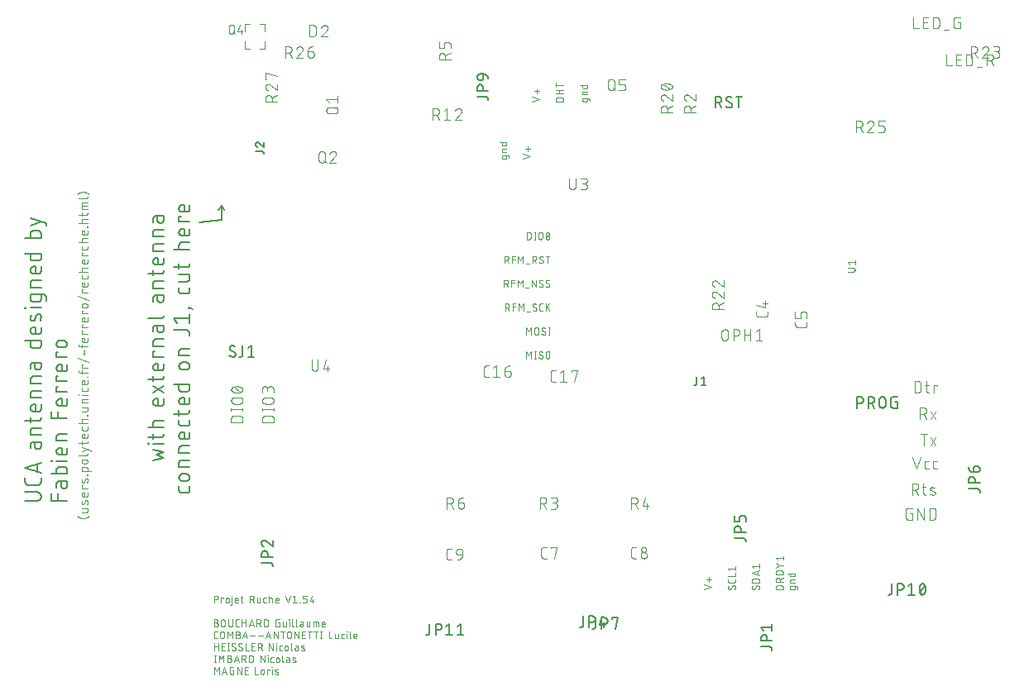
<source format=gbr>
G04 EAGLE Gerber X2 export*
%TF.Part,Single*%
%TF.FileFunction,Legend,Top,1*%
%TF.FilePolarity,Positive*%
%TF.GenerationSoftware,Autodesk,EAGLE,9.6.2*%
%TF.CreationDate,2021-03-19T10:26:59Z*%
G75*
%MOMM*%
%FSLAX34Y34*%
%LPD*%
%INSilkscreen Top*%
%AMOC8*
5,1,8,0,0,1.08239X$1,22.5*%
G01*
%ADD10C,0.101600*%
%ADD11C,0.076200*%
%ADD12C,0.152400*%
%ADD13C,0.127000*%
%ADD14C,0.177800*%


D10*
X939948Y141937D02*
X941896Y141937D01*
X941896Y135446D01*
X938001Y135446D01*
X937902Y135448D01*
X937802Y135454D01*
X937703Y135463D01*
X937605Y135476D01*
X937507Y135493D01*
X937409Y135514D01*
X937313Y135539D01*
X937218Y135567D01*
X937124Y135599D01*
X937031Y135634D01*
X936939Y135673D01*
X936849Y135716D01*
X936761Y135761D01*
X936674Y135811D01*
X936590Y135863D01*
X936507Y135919D01*
X936427Y135977D01*
X936349Y136039D01*
X936274Y136104D01*
X936201Y136172D01*
X936131Y136242D01*
X936063Y136315D01*
X935998Y136390D01*
X935936Y136468D01*
X935878Y136548D01*
X935822Y136631D01*
X935770Y136715D01*
X935720Y136802D01*
X935675Y136890D01*
X935632Y136980D01*
X935593Y137072D01*
X935558Y137165D01*
X935526Y137259D01*
X935498Y137354D01*
X935473Y137450D01*
X935452Y137548D01*
X935435Y137646D01*
X935422Y137744D01*
X935413Y137843D01*
X935407Y137943D01*
X935405Y138042D01*
X935404Y138042D02*
X935404Y144533D01*
X935405Y144533D02*
X935407Y144632D01*
X935413Y144732D01*
X935422Y144831D01*
X935435Y144929D01*
X935452Y145027D01*
X935473Y145125D01*
X935498Y145221D01*
X935526Y145316D01*
X935558Y145410D01*
X935593Y145503D01*
X935632Y145595D01*
X935675Y145685D01*
X935720Y145773D01*
X935770Y145860D01*
X935822Y145944D01*
X935878Y146027D01*
X935936Y146107D01*
X935998Y146185D01*
X936063Y146260D01*
X936131Y146333D01*
X936201Y146403D01*
X936274Y146471D01*
X936349Y146536D01*
X936427Y146598D01*
X936507Y146656D01*
X936590Y146712D01*
X936674Y146764D01*
X936761Y146814D01*
X936849Y146859D01*
X936939Y146902D01*
X937031Y146941D01*
X937123Y146976D01*
X937218Y147008D01*
X937313Y147036D01*
X937409Y147061D01*
X937507Y147082D01*
X937605Y147099D01*
X937703Y147112D01*
X937802Y147121D01*
X937902Y147127D01*
X938001Y147129D01*
X938001Y147130D02*
X941896Y147130D01*
X947596Y147130D02*
X947596Y135446D01*
X954088Y135446D02*
X947596Y147130D01*
X954088Y147130D02*
X954088Y135446D01*
X959788Y135446D02*
X959788Y147130D01*
X963034Y147130D01*
X963147Y147128D01*
X963260Y147122D01*
X963373Y147112D01*
X963486Y147098D01*
X963598Y147081D01*
X963709Y147059D01*
X963819Y147034D01*
X963929Y147004D01*
X964037Y146971D01*
X964144Y146934D01*
X964250Y146894D01*
X964354Y146849D01*
X964457Y146801D01*
X964558Y146750D01*
X964657Y146695D01*
X964754Y146637D01*
X964849Y146575D01*
X964942Y146510D01*
X965032Y146442D01*
X965120Y146371D01*
X965206Y146296D01*
X965289Y146219D01*
X965369Y146139D01*
X965446Y146056D01*
X965521Y145970D01*
X965592Y145882D01*
X965660Y145792D01*
X965725Y145699D01*
X965787Y145604D01*
X965845Y145507D01*
X965900Y145408D01*
X965951Y145307D01*
X965999Y145204D01*
X966044Y145100D01*
X966084Y144994D01*
X966121Y144887D01*
X966154Y144779D01*
X966184Y144669D01*
X966209Y144559D01*
X966231Y144448D01*
X966248Y144336D01*
X966262Y144223D01*
X966272Y144110D01*
X966278Y143997D01*
X966280Y143884D01*
X966280Y138691D01*
X966278Y138578D01*
X966272Y138465D01*
X966262Y138352D01*
X966248Y138239D01*
X966231Y138127D01*
X966209Y138016D01*
X966184Y137906D01*
X966154Y137796D01*
X966121Y137688D01*
X966084Y137581D01*
X966044Y137475D01*
X965999Y137371D01*
X965951Y137268D01*
X965900Y137167D01*
X965845Y137068D01*
X965787Y136971D01*
X965725Y136876D01*
X965660Y136783D01*
X965592Y136693D01*
X965521Y136605D01*
X965446Y136519D01*
X965369Y136436D01*
X965289Y136356D01*
X965206Y136279D01*
X965120Y136204D01*
X965032Y136133D01*
X964942Y136065D01*
X964849Y136000D01*
X964754Y135938D01*
X964657Y135880D01*
X964558Y135825D01*
X964457Y135774D01*
X964354Y135726D01*
X964250Y135681D01*
X964144Y135641D01*
X964037Y135604D01*
X963929Y135571D01*
X963819Y135541D01*
X963709Y135516D01*
X963598Y135494D01*
X963486Y135477D01*
X963373Y135463D01*
X963260Y135453D01*
X963147Y135447D01*
X963034Y135445D01*
X963034Y135446D02*
X959788Y135446D01*
X946475Y187833D02*
X942581Y199517D01*
X950370Y199517D02*
X946475Y187833D01*
X956508Y187833D02*
X959104Y187833D01*
X956508Y187833D02*
X956421Y187835D01*
X956333Y187841D01*
X956247Y187851D01*
X956160Y187864D01*
X956075Y187882D01*
X955990Y187903D01*
X955906Y187928D01*
X955824Y187957D01*
X955743Y187990D01*
X955663Y188026D01*
X955585Y188065D01*
X955509Y188109D01*
X955435Y188155D01*
X955364Y188205D01*
X955294Y188258D01*
X955227Y188314D01*
X955163Y188373D01*
X955101Y188435D01*
X955042Y188499D01*
X954986Y188566D01*
X954933Y188636D01*
X954883Y188707D01*
X954837Y188781D01*
X954793Y188857D01*
X954754Y188935D01*
X954718Y189015D01*
X954685Y189096D01*
X954656Y189178D01*
X954631Y189262D01*
X954610Y189347D01*
X954592Y189432D01*
X954579Y189519D01*
X954569Y189605D01*
X954563Y189693D01*
X954561Y189780D01*
X954560Y189780D02*
X954560Y193675D01*
X954561Y193675D02*
X954563Y193762D01*
X954569Y193850D01*
X954579Y193936D01*
X954592Y194023D01*
X954610Y194108D01*
X954631Y194193D01*
X954656Y194277D01*
X954685Y194359D01*
X954718Y194440D01*
X954754Y194520D01*
X954793Y194598D01*
X954837Y194674D01*
X954883Y194748D01*
X954933Y194819D01*
X954986Y194889D01*
X955042Y194956D01*
X955101Y195020D01*
X955163Y195082D01*
X955227Y195141D01*
X955294Y195197D01*
X955364Y195250D01*
X955435Y195300D01*
X955509Y195346D01*
X955585Y195390D01*
X955663Y195429D01*
X955743Y195465D01*
X955824Y195498D01*
X955906Y195527D01*
X955990Y195552D01*
X956075Y195573D01*
X956160Y195591D01*
X956247Y195604D01*
X956333Y195614D01*
X956421Y195620D01*
X956508Y195622D01*
X959104Y195622D01*
X965271Y187833D02*
X967867Y187833D01*
X965271Y187833D02*
X965184Y187835D01*
X965096Y187841D01*
X965010Y187851D01*
X964923Y187864D01*
X964838Y187882D01*
X964753Y187903D01*
X964669Y187928D01*
X964587Y187957D01*
X964506Y187990D01*
X964426Y188026D01*
X964348Y188065D01*
X964272Y188109D01*
X964198Y188155D01*
X964127Y188205D01*
X964057Y188258D01*
X963990Y188314D01*
X963926Y188373D01*
X963864Y188435D01*
X963805Y188499D01*
X963749Y188566D01*
X963696Y188636D01*
X963646Y188707D01*
X963600Y188781D01*
X963556Y188857D01*
X963517Y188935D01*
X963481Y189015D01*
X963448Y189096D01*
X963419Y189178D01*
X963394Y189262D01*
X963373Y189347D01*
X963355Y189432D01*
X963342Y189519D01*
X963332Y189605D01*
X963326Y189693D01*
X963324Y189780D01*
X963323Y189780D02*
X963323Y193675D01*
X963324Y193675D02*
X963326Y193762D01*
X963332Y193850D01*
X963342Y193936D01*
X963355Y194023D01*
X963373Y194108D01*
X963394Y194193D01*
X963419Y194277D01*
X963448Y194359D01*
X963481Y194440D01*
X963517Y194520D01*
X963556Y194598D01*
X963600Y194674D01*
X963646Y194748D01*
X963696Y194819D01*
X963749Y194889D01*
X963805Y194956D01*
X963864Y195020D01*
X963926Y195082D01*
X963990Y195141D01*
X964057Y195197D01*
X964127Y195250D01*
X964198Y195300D01*
X964272Y195346D01*
X964348Y195390D01*
X964426Y195429D01*
X964506Y195465D01*
X964587Y195498D01*
X964669Y195527D01*
X964753Y195552D01*
X964838Y195573D01*
X964923Y195591D01*
X965010Y195604D01*
X965096Y195614D01*
X965184Y195620D01*
X965271Y195622D01*
X967867Y195622D01*
X950224Y238633D02*
X950224Y250317D01*
X953470Y250317D01*
X953583Y250315D01*
X953696Y250309D01*
X953809Y250299D01*
X953922Y250285D01*
X954034Y250268D01*
X954145Y250246D01*
X954255Y250221D01*
X954365Y250191D01*
X954473Y250158D01*
X954580Y250121D01*
X954686Y250081D01*
X954790Y250036D01*
X954893Y249988D01*
X954994Y249937D01*
X955093Y249882D01*
X955190Y249824D01*
X955285Y249762D01*
X955378Y249697D01*
X955468Y249629D01*
X955556Y249558D01*
X955642Y249483D01*
X955725Y249406D01*
X955805Y249326D01*
X955882Y249243D01*
X955957Y249157D01*
X956028Y249069D01*
X956096Y248979D01*
X956161Y248886D01*
X956223Y248791D01*
X956281Y248694D01*
X956336Y248595D01*
X956387Y248494D01*
X956435Y248391D01*
X956480Y248287D01*
X956520Y248181D01*
X956557Y248074D01*
X956590Y247966D01*
X956620Y247856D01*
X956645Y247746D01*
X956667Y247635D01*
X956684Y247523D01*
X956698Y247410D01*
X956708Y247297D01*
X956714Y247184D01*
X956716Y247071D01*
X956714Y246958D01*
X956708Y246845D01*
X956698Y246732D01*
X956684Y246619D01*
X956667Y246507D01*
X956645Y246396D01*
X956620Y246286D01*
X956590Y246176D01*
X956557Y246068D01*
X956520Y245961D01*
X956480Y245855D01*
X956435Y245751D01*
X956387Y245648D01*
X956336Y245547D01*
X956281Y245448D01*
X956223Y245351D01*
X956161Y245256D01*
X956096Y245163D01*
X956028Y245073D01*
X955957Y244985D01*
X955882Y244899D01*
X955805Y244816D01*
X955725Y244736D01*
X955642Y244659D01*
X955556Y244584D01*
X955468Y244513D01*
X955378Y244445D01*
X955285Y244380D01*
X955190Y244318D01*
X955093Y244260D01*
X954994Y244205D01*
X954893Y244154D01*
X954790Y244106D01*
X954686Y244061D01*
X954580Y244021D01*
X954473Y243984D01*
X954365Y243951D01*
X954255Y243921D01*
X954145Y243896D01*
X954034Y243874D01*
X953922Y243857D01*
X953809Y243843D01*
X953696Y243833D01*
X953583Y243827D01*
X953470Y243825D01*
X953470Y243826D02*
X950224Y243826D01*
X954119Y243826D02*
X956715Y238633D01*
X961087Y238633D02*
X966280Y246422D01*
X961087Y246422D02*
X966280Y238633D01*
X954158Y223330D02*
X954158Y211646D01*
X950913Y223330D02*
X957404Y223330D01*
X966280Y219435D02*
X961087Y211646D01*
X966280Y211646D02*
X961087Y219435D01*
X944588Y265621D02*
X944588Y277305D01*
X947833Y277305D01*
X947946Y277303D01*
X948059Y277297D01*
X948172Y277287D01*
X948285Y277273D01*
X948397Y277256D01*
X948508Y277234D01*
X948618Y277209D01*
X948728Y277179D01*
X948836Y277146D01*
X948943Y277109D01*
X949049Y277069D01*
X949153Y277024D01*
X949256Y276976D01*
X949357Y276925D01*
X949456Y276870D01*
X949553Y276812D01*
X949648Y276750D01*
X949741Y276685D01*
X949831Y276617D01*
X949919Y276546D01*
X950005Y276471D01*
X950088Y276394D01*
X950168Y276314D01*
X950245Y276231D01*
X950320Y276145D01*
X950391Y276057D01*
X950459Y275967D01*
X950524Y275874D01*
X950586Y275779D01*
X950644Y275682D01*
X950699Y275583D01*
X950750Y275482D01*
X950798Y275379D01*
X950843Y275275D01*
X950883Y275169D01*
X950920Y275062D01*
X950953Y274954D01*
X950983Y274844D01*
X951008Y274734D01*
X951030Y274623D01*
X951047Y274511D01*
X951061Y274398D01*
X951071Y274285D01*
X951077Y274172D01*
X951079Y274059D01*
X951079Y268866D01*
X951077Y268753D01*
X951071Y268640D01*
X951061Y268527D01*
X951047Y268414D01*
X951030Y268302D01*
X951008Y268191D01*
X950983Y268081D01*
X950953Y267971D01*
X950920Y267863D01*
X950883Y267756D01*
X950843Y267650D01*
X950798Y267546D01*
X950750Y267443D01*
X950699Y267342D01*
X950644Y267243D01*
X950586Y267146D01*
X950524Y267051D01*
X950459Y266958D01*
X950391Y266868D01*
X950320Y266780D01*
X950245Y266694D01*
X950168Y266611D01*
X950088Y266531D01*
X950005Y266454D01*
X949919Y266379D01*
X949831Y266308D01*
X949741Y266240D01*
X949648Y266175D01*
X949553Y266113D01*
X949456Y266055D01*
X949357Y266000D01*
X949256Y265949D01*
X949153Y265901D01*
X949049Y265856D01*
X948943Y265816D01*
X948836Y265779D01*
X948728Y265746D01*
X948618Y265716D01*
X948508Y265691D01*
X948397Y265669D01*
X948285Y265652D01*
X948172Y265638D01*
X948059Y265628D01*
X947946Y265622D01*
X947833Y265620D01*
X947833Y265621D02*
X944588Y265621D01*
X955319Y273410D02*
X959213Y273410D01*
X956617Y277305D02*
X956617Y267568D01*
X956619Y267481D01*
X956625Y267393D01*
X956635Y267307D01*
X956648Y267220D01*
X956666Y267135D01*
X956687Y267050D01*
X956712Y266966D01*
X956741Y266884D01*
X956774Y266803D01*
X956810Y266723D01*
X956849Y266645D01*
X956893Y266569D01*
X956939Y266495D01*
X956989Y266424D01*
X957042Y266354D01*
X957098Y266287D01*
X957157Y266223D01*
X957219Y266161D01*
X957283Y266102D01*
X957350Y266046D01*
X957420Y265993D01*
X957491Y265943D01*
X957565Y265897D01*
X957641Y265853D01*
X957719Y265814D01*
X957799Y265778D01*
X957880Y265745D01*
X957962Y265716D01*
X958046Y265691D01*
X958131Y265670D01*
X958216Y265652D01*
X958303Y265639D01*
X958389Y265629D01*
X958477Y265623D01*
X958564Y265621D01*
X959213Y265621D01*
X963972Y265621D02*
X963972Y273410D01*
X967867Y273410D01*
X967867Y272112D01*
X941896Y172530D02*
X941896Y160846D01*
X941896Y172530D02*
X945141Y172530D01*
X945254Y172528D01*
X945367Y172522D01*
X945480Y172512D01*
X945593Y172498D01*
X945705Y172481D01*
X945816Y172459D01*
X945926Y172434D01*
X946036Y172404D01*
X946144Y172371D01*
X946251Y172334D01*
X946357Y172294D01*
X946461Y172249D01*
X946564Y172201D01*
X946665Y172150D01*
X946764Y172095D01*
X946861Y172037D01*
X946956Y171975D01*
X947049Y171910D01*
X947139Y171842D01*
X947227Y171771D01*
X947313Y171696D01*
X947396Y171619D01*
X947476Y171539D01*
X947553Y171456D01*
X947628Y171370D01*
X947699Y171282D01*
X947767Y171192D01*
X947832Y171099D01*
X947894Y171004D01*
X947952Y170907D01*
X948007Y170808D01*
X948058Y170707D01*
X948106Y170604D01*
X948151Y170500D01*
X948191Y170394D01*
X948228Y170287D01*
X948261Y170179D01*
X948291Y170069D01*
X948316Y169959D01*
X948338Y169848D01*
X948355Y169736D01*
X948369Y169623D01*
X948379Y169510D01*
X948385Y169397D01*
X948387Y169284D01*
X948385Y169171D01*
X948379Y169058D01*
X948369Y168945D01*
X948355Y168832D01*
X948338Y168720D01*
X948316Y168609D01*
X948291Y168499D01*
X948261Y168389D01*
X948228Y168281D01*
X948191Y168174D01*
X948151Y168068D01*
X948106Y167964D01*
X948058Y167861D01*
X948007Y167760D01*
X947952Y167661D01*
X947894Y167564D01*
X947832Y167469D01*
X947767Y167376D01*
X947699Y167286D01*
X947628Y167198D01*
X947553Y167112D01*
X947476Y167029D01*
X947396Y166949D01*
X947313Y166872D01*
X947227Y166797D01*
X947139Y166726D01*
X947049Y166658D01*
X946956Y166593D01*
X946861Y166531D01*
X946764Y166473D01*
X946665Y166418D01*
X946564Y166367D01*
X946461Y166319D01*
X946357Y166274D01*
X946251Y166234D01*
X946144Y166197D01*
X946036Y166164D01*
X945926Y166134D01*
X945816Y166109D01*
X945705Y166087D01*
X945593Y166070D01*
X945480Y166056D01*
X945367Y166046D01*
X945254Y166040D01*
X945141Y166038D01*
X941896Y166038D01*
X945790Y166038D02*
X948387Y160846D01*
X952172Y168635D02*
X956066Y168635D01*
X953470Y172530D02*
X953470Y162793D01*
X953472Y162706D01*
X953478Y162618D01*
X953488Y162532D01*
X953501Y162445D01*
X953519Y162360D01*
X953540Y162275D01*
X953565Y162191D01*
X953594Y162109D01*
X953627Y162028D01*
X953663Y161948D01*
X953702Y161870D01*
X953746Y161794D01*
X953792Y161720D01*
X953842Y161649D01*
X953895Y161579D01*
X953951Y161512D01*
X954010Y161448D01*
X954072Y161386D01*
X954136Y161327D01*
X954203Y161271D01*
X954273Y161218D01*
X954344Y161168D01*
X954418Y161122D01*
X954494Y161078D01*
X954572Y161039D01*
X954652Y161003D01*
X954733Y160970D01*
X954815Y160941D01*
X954899Y160916D01*
X954984Y160895D01*
X955069Y160877D01*
X955156Y160864D01*
X955242Y160854D01*
X955330Y160848D01*
X955417Y160846D01*
X956066Y160846D01*
X961352Y165389D02*
X964597Y164091D01*
X961352Y165389D02*
X961277Y165422D01*
X961203Y165458D01*
X961131Y165497D01*
X961061Y165540D01*
X960994Y165586D01*
X960928Y165636D01*
X960866Y165688D01*
X960805Y165744D01*
X960748Y165802D01*
X960693Y165863D01*
X960642Y165927D01*
X960594Y165993D01*
X960549Y166062D01*
X960507Y166132D01*
X960469Y166205D01*
X960434Y166279D01*
X960403Y166355D01*
X960376Y166432D01*
X960353Y166511D01*
X960333Y166590D01*
X960318Y166671D01*
X960306Y166752D01*
X960298Y166834D01*
X960294Y166915D01*
X960295Y166997D01*
X960299Y167079D01*
X960307Y167161D01*
X960319Y167242D01*
X960335Y167322D01*
X960355Y167402D01*
X960379Y167480D01*
X960407Y167557D01*
X960438Y167633D01*
X960473Y167707D01*
X960511Y167779D01*
X960553Y167850D01*
X960599Y167918D01*
X960647Y167984D01*
X960699Y168047D01*
X960754Y168108D01*
X960812Y168166D01*
X960872Y168222D01*
X960935Y168274D01*
X961001Y168323D01*
X961069Y168369D01*
X961139Y168411D01*
X961211Y168451D01*
X961285Y168486D01*
X961360Y168518D01*
X961437Y168546D01*
X961515Y168570D01*
X961595Y168591D01*
X961675Y168608D01*
X961756Y168620D01*
X961837Y168629D01*
X961919Y168634D01*
X962001Y168635D01*
X962000Y168634D02*
X962177Y168630D01*
X962354Y168621D01*
X962531Y168607D01*
X962708Y168590D01*
X962883Y168568D01*
X963059Y168543D01*
X963233Y168512D01*
X963407Y168478D01*
X963580Y168440D01*
X963752Y168397D01*
X963923Y168350D01*
X964093Y168300D01*
X964262Y168245D01*
X964429Y168186D01*
X964594Y168123D01*
X964759Y168056D01*
X964921Y167985D01*
X964597Y164091D02*
X964672Y164058D01*
X964746Y164022D01*
X964818Y163983D01*
X964888Y163940D01*
X964955Y163894D01*
X965021Y163844D01*
X965083Y163792D01*
X965144Y163736D01*
X965201Y163678D01*
X965256Y163617D01*
X965307Y163553D01*
X965355Y163487D01*
X965400Y163418D01*
X965442Y163348D01*
X965480Y163275D01*
X965515Y163201D01*
X965546Y163125D01*
X965573Y163048D01*
X965596Y162969D01*
X965616Y162890D01*
X965631Y162809D01*
X965643Y162728D01*
X965651Y162646D01*
X965655Y162565D01*
X965654Y162483D01*
X965650Y162401D01*
X965642Y162319D01*
X965630Y162238D01*
X965614Y162158D01*
X965594Y162078D01*
X965570Y162000D01*
X965542Y161923D01*
X965511Y161847D01*
X965476Y161773D01*
X965438Y161701D01*
X965396Y161630D01*
X965350Y161562D01*
X965302Y161496D01*
X965250Y161433D01*
X965195Y161372D01*
X965137Y161314D01*
X965077Y161258D01*
X965014Y161206D01*
X964948Y161157D01*
X964880Y161111D01*
X964810Y161069D01*
X964738Y161029D01*
X964664Y160994D01*
X964589Y160962D01*
X964512Y160934D01*
X964434Y160910D01*
X964354Y160889D01*
X964274Y160872D01*
X964193Y160860D01*
X964112Y160851D01*
X964030Y160846D01*
X963948Y160845D01*
X963948Y160846D02*
X963688Y160853D01*
X963428Y160866D01*
X963168Y160885D01*
X962909Y160910D01*
X962650Y160942D01*
X962393Y160979D01*
X962136Y161023D01*
X961880Y161072D01*
X961626Y161128D01*
X961373Y161189D01*
X961122Y161257D01*
X960872Y161331D01*
X960624Y161410D01*
X960378Y161495D01*
D11*
X736600Y66336D02*
X729234Y63881D01*
X729234Y68792D02*
X736600Y66336D01*
X733735Y71684D02*
X733735Y76595D01*
X731280Y74139D02*
X736191Y74139D01*
X759347Y67973D02*
X759425Y67971D01*
X759503Y67966D01*
X759580Y67956D01*
X759657Y67943D01*
X759733Y67927D01*
X759808Y67907D01*
X759882Y67883D01*
X759955Y67856D01*
X760027Y67825D01*
X760097Y67791D01*
X760166Y67754D01*
X760232Y67713D01*
X760297Y67669D01*
X760359Y67623D01*
X760419Y67573D01*
X760477Y67521D01*
X760532Y67466D01*
X760584Y67408D01*
X760634Y67348D01*
X760680Y67286D01*
X760724Y67221D01*
X760765Y67155D01*
X760802Y67086D01*
X760836Y67016D01*
X760867Y66944D01*
X760894Y66871D01*
X760918Y66797D01*
X760938Y66722D01*
X760954Y66646D01*
X760967Y66569D01*
X760977Y66492D01*
X760982Y66414D01*
X760984Y66336D01*
X760982Y66222D01*
X760977Y66109D01*
X760967Y65995D01*
X760954Y65882D01*
X760937Y65770D01*
X760917Y65658D01*
X760893Y65547D01*
X760865Y65436D01*
X760834Y65327D01*
X760799Y65219D01*
X760760Y65112D01*
X760718Y65006D01*
X760673Y64902D01*
X760624Y64799D01*
X760571Y64698D01*
X760516Y64599D01*
X760457Y64501D01*
X760395Y64406D01*
X760330Y64313D01*
X760262Y64221D01*
X760191Y64133D01*
X760117Y64046D01*
X760040Y63962D01*
X759961Y63881D01*
X755255Y64086D02*
X755177Y64088D01*
X755099Y64093D01*
X755022Y64103D01*
X754945Y64116D01*
X754869Y64132D01*
X754794Y64152D01*
X754720Y64176D01*
X754647Y64203D01*
X754575Y64234D01*
X754505Y64268D01*
X754437Y64305D01*
X754370Y64346D01*
X754305Y64390D01*
X754243Y64436D01*
X754183Y64486D01*
X754125Y64538D01*
X754070Y64593D01*
X754018Y64651D01*
X753968Y64711D01*
X753922Y64773D01*
X753878Y64838D01*
X753837Y64905D01*
X753800Y64973D01*
X753766Y65043D01*
X753735Y65115D01*
X753708Y65188D01*
X753684Y65262D01*
X753664Y65337D01*
X753648Y65413D01*
X753635Y65490D01*
X753625Y65567D01*
X753620Y65645D01*
X753618Y65723D01*
X753620Y65833D01*
X753626Y65942D01*
X753636Y66052D01*
X753649Y66160D01*
X753667Y66269D01*
X753688Y66376D01*
X753714Y66483D01*
X753743Y66589D01*
X753775Y66694D01*
X753812Y66797D01*
X753852Y66899D01*
X753896Y67000D01*
X753944Y67099D01*
X753994Y67196D01*
X754049Y67291D01*
X754107Y67384D01*
X754168Y67475D01*
X754232Y67564D01*
X756687Y64904D02*
X756645Y64838D01*
X756601Y64773D01*
X756553Y64711D01*
X756503Y64651D01*
X756450Y64593D01*
X756394Y64538D01*
X756336Y64485D01*
X756275Y64436D01*
X756212Y64389D01*
X756147Y64345D01*
X756080Y64305D01*
X756011Y64268D01*
X755940Y64234D01*
X755868Y64203D01*
X755794Y64176D01*
X755719Y64152D01*
X755644Y64132D01*
X755567Y64116D01*
X755490Y64103D01*
X755412Y64093D01*
X755333Y64088D01*
X755255Y64086D01*
X757914Y67155D02*
X757956Y67222D01*
X758000Y67287D01*
X758048Y67349D01*
X758098Y67409D01*
X758151Y67467D01*
X758207Y67522D01*
X758266Y67574D01*
X758326Y67624D01*
X758390Y67671D01*
X758455Y67714D01*
X758522Y67755D01*
X758591Y67792D01*
X758662Y67826D01*
X758734Y67857D01*
X758808Y67884D01*
X758882Y67908D01*
X758958Y67928D01*
X759035Y67944D01*
X759112Y67957D01*
X759190Y67967D01*
X759269Y67972D01*
X759347Y67974D01*
X757915Y67155D02*
X756687Y64904D01*
X760984Y72566D02*
X760984Y74203D01*
X760984Y72566D02*
X760982Y72488D01*
X760977Y72410D01*
X760967Y72333D01*
X760954Y72256D01*
X760938Y72180D01*
X760918Y72105D01*
X760894Y72031D01*
X760867Y71958D01*
X760836Y71886D01*
X760802Y71816D01*
X760765Y71748D01*
X760724Y71681D01*
X760680Y71616D01*
X760634Y71554D01*
X760584Y71494D01*
X760532Y71436D01*
X760477Y71381D01*
X760419Y71329D01*
X760359Y71279D01*
X760297Y71233D01*
X760232Y71189D01*
X760166Y71148D01*
X760097Y71111D01*
X760027Y71077D01*
X759955Y71046D01*
X759882Y71019D01*
X759808Y70995D01*
X759733Y70975D01*
X759657Y70959D01*
X759580Y70946D01*
X759503Y70936D01*
X759425Y70931D01*
X759347Y70929D01*
X755255Y70929D01*
X755175Y70931D01*
X755095Y70937D01*
X755015Y70947D01*
X754936Y70960D01*
X754857Y70978D01*
X754780Y70999D01*
X754704Y71025D01*
X754629Y71054D01*
X754555Y71086D01*
X754483Y71122D01*
X754413Y71162D01*
X754346Y71205D01*
X754280Y71251D01*
X754217Y71301D01*
X754156Y71353D01*
X754097Y71408D01*
X754042Y71467D01*
X753990Y71527D01*
X753940Y71591D01*
X753894Y71656D01*
X753851Y71724D01*
X753811Y71794D01*
X753775Y71866D01*
X753743Y71940D01*
X753714Y72014D01*
X753689Y72091D01*
X753667Y72168D01*
X753649Y72247D01*
X753636Y72326D01*
X753626Y72405D01*
X753620Y72486D01*
X753618Y72566D01*
X753618Y74203D01*
X753618Y77308D02*
X760984Y77308D01*
X760984Y80582D01*
X755255Y83388D02*
X753618Y85434D01*
X760984Y85434D01*
X760984Y83388D02*
X760984Y87480D01*
X783731Y67973D02*
X783809Y67971D01*
X783887Y67966D01*
X783964Y67956D01*
X784041Y67943D01*
X784117Y67927D01*
X784192Y67907D01*
X784266Y67883D01*
X784339Y67856D01*
X784411Y67825D01*
X784481Y67791D01*
X784550Y67754D01*
X784616Y67713D01*
X784681Y67669D01*
X784743Y67623D01*
X784803Y67573D01*
X784861Y67521D01*
X784916Y67466D01*
X784968Y67408D01*
X785018Y67348D01*
X785064Y67286D01*
X785108Y67221D01*
X785149Y67155D01*
X785186Y67086D01*
X785220Y67016D01*
X785251Y66944D01*
X785278Y66871D01*
X785302Y66797D01*
X785322Y66722D01*
X785338Y66646D01*
X785351Y66569D01*
X785361Y66492D01*
X785366Y66414D01*
X785368Y66336D01*
X785366Y66222D01*
X785361Y66109D01*
X785351Y65995D01*
X785338Y65882D01*
X785321Y65770D01*
X785301Y65658D01*
X785277Y65547D01*
X785249Y65436D01*
X785218Y65327D01*
X785183Y65219D01*
X785144Y65112D01*
X785102Y65006D01*
X785057Y64902D01*
X785008Y64799D01*
X784955Y64698D01*
X784900Y64599D01*
X784841Y64501D01*
X784779Y64406D01*
X784714Y64313D01*
X784646Y64221D01*
X784575Y64133D01*
X784501Y64046D01*
X784424Y63962D01*
X784345Y63881D01*
X779639Y64086D02*
X779561Y64088D01*
X779483Y64093D01*
X779406Y64103D01*
X779329Y64116D01*
X779253Y64132D01*
X779178Y64152D01*
X779104Y64176D01*
X779031Y64203D01*
X778959Y64234D01*
X778889Y64268D01*
X778821Y64305D01*
X778754Y64346D01*
X778689Y64390D01*
X778627Y64436D01*
X778567Y64486D01*
X778509Y64538D01*
X778454Y64593D01*
X778402Y64651D01*
X778352Y64711D01*
X778306Y64773D01*
X778262Y64838D01*
X778221Y64905D01*
X778184Y64973D01*
X778150Y65043D01*
X778119Y65115D01*
X778092Y65188D01*
X778068Y65262D01*
X778048Y65337D01*
X778032Y65413D01*
X778019Y65490D01*
X778009Y65567D01*
X778004Y65645D01*
X778002Y65723D01*
X778004Y65833D01*
X778010Y65942D01*
X778020Y66052D01*
X778033Y66160D01*
X778051Y66269D01*
X778072Y66376D01*
X778098Y66483D01*
X778127Y66589D01*
X778159Y66694D01*
X778196Y66797D01*
X778236Y66899D01*
X778280Y67000D01*
X778328Y67099D01*
X778378Y67196D01*
X778433Y67291D01*
X778491Y67384D01*
X778552Y67475D01*
X778616Y67564D01*
X781071Y64904D02*
X781029Y64838D01*
X780985Y64773D01*
X780937Y64711D01*
X780887Y64651D01*
X780834Y64593D01*
X780778Y64538D01*
X780720Y64485D01*
X780659Y64436D01*
X780596Y64389D01*
X780531Y64345D01*
X780464Y64305D01*
X780395Y64268D01*
X780324Y64234D01*
X780252Y64203D01*
X780178Y64176D01*
X780103Y64152D01*
X780028Y64132D01*
X779951Y64116D01*
X779874Y64103D01*
X779796Y64093D01*
X779717Y64088D01*
X779639Y64086D01*
X782298Y67155D02*
X782340Y67222D01*
X782384Y67287D01*
X782432Y67349D01*
X782482Y67409D01*
X782535Y67467D01*
X782591Y67522D01*
X782650Y67574D01*
X782710Y67624D01*
X782774Y67671D01*
X782839Y67714D01*
X782906Y67755D01*
X782975Y67792D01*
X783046Y67826D01*
X783118Y67857D01*
X783192Y67884D01*
X783266Y67908D01*
X783342Y67928D01*
X783419Y67944D01*
X783496Y67957D01*
X783574Y67967D01*
X783653Y67972D01*
X783731Y67974D01*
X782299Y67155D02*
X781071Y64904D01*
X778002Y71196D02*
X785368Y71196D01*
X778002Y71196D02*
X778002Y73242D01*
X778004Y73331D01*
X778010Y73420D01*
X778020Y73509D01*
X778033Y73597D01*
X778050Y73685D01*
X778072Y73772D01*
X778097Y73857D01*
X778125Y73942D01*
X778158Y74025D01*
X778194Y74107D01*
X778233Y74187D01*
X778276Y74265D01*
X778322Y74341D01*
X778372Y74416D01*
X778425Y74488D01*
X778481Y74557D01*
X778540Y74624D01*
X778601Y74689D01*
X778666Y74750D01*
X778733Y74809D01*
X778802Y74865D01*
X778874Y74918D01*
X778949Y74968D01*
X779025Y75014D01*
X779103Y75057D01*
X779183Y75096D01*
X779265Y75132D01*
X779348Y75165D01*
X779433Y75193D01*
X779518Y75218D01*
X779605Y75240D01*
X779693Y75257D01*
X779781Y75270D01*
X779870Y75280D01*
X779959Y75286D01*
X780048Y75288D01*
X783322Y75288D01*
X783411Y75286D01*
X783500Y75280D01*
X783589Y75270D01*
X783677Y75257D01*
X783765Y75240D01*
X783852Y75218D01*
X783937Y75193D01*
X784022Y75165D01*
X784105Y75132D01*
X784187Y75096D01*
X784267Y75057D01*
X784345Y75014D01*
X784421Y74968D01*
X784496Y74918D01*
X784568Y74865D01*
X784637Y74809D01*
X784704Y74750D01*
X784769Y74689D01*
X784830Y74624D01*
X784889Y74557D01*
X784945Y74488D01*
X784998Y74416D01*
X785048Y74341D01*
X785094Y74265D01*
X785137Y74187D01*
X785176Y74107D01*
X785212Y74025D01*
X785245Y73942D01*
X785273Y73857D01*
X785298Y73772D01*
X785320Y73685D01*
X785337Y73597D01*
X785350Y73509D01*
X785360Y73420D01*
X785366Y73331D01*
X785368Y73242D01*
X785368Y71196D01*
X785368Y78346D02*
X778002Y80801D01*
X785368Y83257D01*
X783527Y82643D02*
X783527Y78960D01*
X779639Y86070D02*
X778002Y88116D01*
X785368Y88116D01*
X785368Y86070D02*
X785368Y90163D01*
X802386Y63881D02*
X809752Y63881D01*
X802386Y63881D02*
X802386Y65927D01*
X802388Y66016D01*
X802394Y66105D01*
X802404Y66194D01*
X802417Y66282D01*
X802434Y66370D01*
X802456Y66457D01*
X802481Y66542D01*
X802509Y66627D01*
X802542Y66710D01*
X802578Y66792D01*
X802617Y66872D01*
X802660Y66950D01*
X802706Y67026D01*
X802756Y67101D01*
X802809Y67173D01*
X802865Y67242D01*
X802924Y67309D01*
X802985Y67374D01*
X803050Y67435D01*
X803117Y67494D01*
X803186Y67550D01*
X803258Y67603D01*
X803333Y67653D01*
X803409Y67699D01*
X803487Y67742D01*
X803567Y67781D01*
X803649Y67817D01*
X803732Y67850D01*
X803817Y67878D01*
X803902Y67903D01*
X803989Y67925D01*
X804077Y67942D01*
X804165Y67955D01*
X804254Y67965D01*
X804343Y67971D01*
X804432Y67973D01*
X807706Y67973D01*
X807795Y67971D01*
X807884Y67965D01*
X807973Y67955D01*
X808061Y67942D01*
X808149Y67925D01*
X808236Y67903D01*
X808321Y67878D01*
X808406Y67850D01*
X808489Y67817D01*
X808571Y67781D01*
X808651Y67742D01*
X808729Y67699D01*
X808805Y67653D01*
X808880Y67603D01*
X808952Y67550D01*
X809021Y67494D01*
X809088Y67435D01*
X809153Y67374D01*
X809214Y67309D01*
X809273Y67242D01*
X809329Y67173D01*
X809382Y67101D01*
X809432Y67026D01*
X809478Y66950D01*
X809521Y66872D01*
X809560Y66792D01*
X809596Y66710D01*
X809629Y66627D01*
X809657Y66542D01*
X809682Y66457D01*
X809704Y66370D01*
X809721Y66282D01*
X809734Y66194D01*
X809744Y66105D01*
X809750Y66016D01*
X809752Y65927D01*
X809752Y63881D01*
X809752Y71735D02*
X802386Y71735D01*
X802386Y73781D01*
X802388Y73870D01*
X802394Y73959D01*
X802404Y74048D01*
X802417Y74136D01*
X802434Y74224D01*
X802456Y74311D01*
X802481Y74396D01*
X802509Y74481D01*
X802542Y74564D01*
X802578Y74646D01*
X802617Y74726D01*
X802660Y74804D01*
X802706Y74880D01*
X802756Y74955D01*
X802809Y75027D01*
X802865Y75096D01*
X802924Y75163D01*
X802985Y75228D01*
X803050Y75289D01*
X803117Y75348D01*
X803186Y75404D01*
X803258Y75457D01*
X803333Y75507D01*
X803409Y75553D01*
X803487Y75596D01*
X803567Y75635D01*
X803649Y75671D01*
X803732Y75704D01*
X803817Y75732D01*
X803902Y75757D01*
X803989Y75779D01*
X804077Y75796D01*
X804165Y75809D01*
X804254Y75819D01*
X804343Y75825D01*
X804432Y75827D01*
X804521Y75825D01*
X804610Y75819D01*
X804699Y75809D01*
X804787Y75796D01*
X804875Y75779D01*
X804962Y75757D01*
X805047Y75732D01*
X805132Y75704D01*
X805215Y75671D01*
X805297Y75635D01*
X805377Y75596D01*
X805455Y75553D01*
X805531Y75507D01*
X805606Y75457D01*
X805678Y75404D01*
X805747Y75348D01*
X805814Y75289D01*
X805879Y75228D01*
X805940Y75163D01*
X805999Y75096D01*
X806055Y75027D01*
X806108Y74955D01*
X806158Y74880D01*
X806204Y74804D01*
X806247Y74726D01*
X806286Y74646D01*
X806322Y74564D01*
X806355Y74481D01*
X806383Y74396D01*
X806408Y74311D01*
X806430Y74224D01*
X806447Y74136D01*
X806460Y74048D01*
X806470Y73959D01*
X806476Y73870D01*
X806478Y73781D01*
X806478Y71735D01*
X806478Y74190D02*
X809752Y75827D01*
X809752Y79243D02*
X802386Y79243D01*
X802386Y81289D01*
X802388Y81378D01*
X802394Y81467D01*
X802404Y81556D01*
X802417Y81644D01*
X802434Y81732D01*
X802456Y81819D01*
X802481Y81904D01*
X802509Y81989D01*
X802542Y82072D01*
X802578Y82154D01*
X802617Y82234D01*
X802660Y82312D01*
X802706Y82388D01*
X802756Y82463D01*
X802809Y82535D01*
X802865Y82604D01*
X802924Y82671D01*
X802985Y82736D01*
X803050Y82797D01*
X803117Y82856D01*
X803186Y82912D01*
X803258Y82965D01*
X803333Y83015D01*
X803409Y83061D01*
X803487Y83104D01*
X803567Y83143D01*
X803649Y83179D01*
X803732Y83212D01*
X803817Y83240D01*
X803902Y83265D01*
X803989Y83287D01*
X804077Y83304D01*
X804165Y83317D01*
X804254Y83327D01*
X804343Y83333D01*
X804432Y83335D01*
X807706Y83335D01*
X807795Y83333D01*
X807884Y83327D01*
X807973Y83317D01*
X808061Y83304D01*
X808149Y83287D01*
X808236Y83265D01*
X808321Y83240D01*
X808406Y83212D01*
X808489Y83179D01*
X808571Y83143D01*
X808651Y83104D01*
X808729Y83061D01*
X808805Y83015D01*
X808880Y82965D01*
X808952Y82912D01*
X809021Y82856D01*
X809088Y82797D01*
X809153Y82736D01*
X809214Y82671D01*
X809273Y82604D01*
X809329Y82535D01*
X809382Y82463D01*
X809432Y82388D01*
X809478Y82312D01*
X809521Y82234D01*
X809560Y82154D01*
X809596Y82072D01*
X809629Y81989D01*
X809657Y81904D01*
X809682Y81819D01*
X809704Y81732D01*
X809721Y81644D01*
X809734Y81556D01*
X809744Y81467D01*
X809750Y81378D01*
X809752Y81289D01*
X809752Y79243D01*
X802386Y86393D02*
X805864Y88848D01*
X802386Y91303D01*
X805864Y88848D02*
X809752Y88848D01*
X804023Y94117D02*
X802386Y96163D01*
X809752Y96163D01*
X809752Y94117D02*
X809752Y98209D01*
X821944Y67155D02*
X821944Y65109D01*
X821942Y65040D01*
X821936Y64972D01*
X821927Y64903D01*
X821913Y64836D01*
X821896Y64769D01*
X821875Y64703D01*
X821851Y64639D01*
X821822Y64576D01*
X821791Y64515D01*
X821756Y64456D01*
X821718Y64398D01*
X821676Y64343D01*
X821632Y64291D01*
X821584Y64241D01*
X821534Y64193D01*
X821482Y64149D01*
X821427Y64108D01*
X821369Y64069D01*
X821310Y64034D01*
X821249Y64003D01*
X821186Y63974D01*
X821122Y63950D01*
X821056Y63929D01*
X820989Y63912D01*
X820922Y63898D01*
X820854Y63889D01*
X820785Y63883D01*
X820716Y63881D01*
X818261Y63881D01*
X818192Y63883D01*
X818124Y63889D01*
X818055Y63898D01*
X817988Y63912D01*
X817921Y63929D01*
X817855Y63950D01*
X817791Y63974D01*
X817728Y64003D01*
X817667Y64034D01*
X817608Y64069D01*
X817550Y64107D01*
X817495Y64149D01*
X817443Y64193D01*
X817393Y64241D01*
X817345Y64291D01*
X817301Y64343D01*
X817259Y64398D01*
X817221Y64456D01*
X817186Y64515D01*
X817155Y64576D01*
X817126Y64639D01*
X817102Y64703D01*
X817081Y64769D01*
X817064Y64836D01*
X817050Y64903D01*
X817041Y64972D01*
X817035Y65040D01*
X817033Y65109D01*
X817033Y67155D01*
X823172Y67155D01*
X823241Y67153D01*
X823309Y67147D01*
X823378Y67138D01*
X823445Y67124D01*
X823512Y67107D01*
X823578Y67086D01*
X823642Y67062D01*
X823705Y67033D01*
X823766Y67002D01*
X823825Y66967D01*
X823883Y66929D01*
X823938Y66887D01*
X823990Y66843D01*
X824040Y66795D01*
X824088Y66745D01*
X824132Y66693D01*
X824174Y66638D01*
X824212Y66580D01*
X824247Y66521D01*
X824278Y66460D01*
X824307Y66397D01*
X824331Y66333D01*
X824352Y66267D01*
X824369Y66200D01*
X824383Y66133D01*
X824392Y66064D01*
X824398Y65996D01*
X824400Y65927D01*
X824399Y65927D02*
X824399Y64290D01*
X821944Y70749D02*
X817033Y70749D01*
X817033Y72796D01*
X817035Y72865D01*
X817041Y72933D01*
X817050Y73002D01*
X817064Y73069D01*
X817081Y73136D01*
X817102Y73202D01*
X817126Y73266D01*
X817155Y73329D01*
X817186Y73390D01*
X817221Y73449D01*
X817259Y73507D01*
X817301Y73562D01*
X817345Y73614D01*
X817393Y73664D01*
X817443Y73712D01*
X817495Y73756D01*
X817550Y73798D01*
X817608Y73836D01*
X817667Y73871D01*
X817728Y73902D01*
X817791Y73931D01*
X817855Y73955D01*
X817921Y73976D01*
X817988Y73993D01*
X818055Y74007D01*
X818124Y74016D01*
X818192Y74022D01*
X818261Y74024D01*
X818261Y74023D02*
X821944Y74023D01*
X821944Y80566D02*
X814578Y80566D01*
X821944Y80566D02*
X821944Y78520D01*
X821942Y78451D01*
X821936Y78383D01*
X821927Y78314D01*
X821913Y78247D01*
X821896Y78180D01*
X821875Y78114D01*
X821851Y78050D01*
X821822Y77987D01*
X821791Y77926D01*
X821756Y77867D01*
X821718Y77809D01*
X821676Y77754D01*
X821632Y77702D01*
X821584Y77652D01*
X821534Y77604D01*
X821482Y77560D01*
X821427Y77519D01*
X821369Y77480D01*
X821310Y77445D01*
X821249Y77414D01*
X821186Y77385D01*
X821122Y77361D01*
X821056Y77340D01*
X820989Y77323D01*
X820922Y77309D01*
X820854Y77300D01*
X820785Y77294D01*
X820716Y77292D01*
X818261Y77292D01*
X818192Y77294D01*
X818124Y77300D01*
X818055Y77309D01*
X817988Y77323D01*
X817921Y77340D01*
X817855Y77361D01*
X817791Y77385D01*
X817728Y77414D01*
X817667Y77445D01*
X817608Y77480D01*
X817550Y77518D01*
X817495Y77560D01*
X817443Y77604D01*
X817393Y77652D01*
X817345Y77702D01*
X817301Y77754D01*
X817259Y77809D01*
X817221Y77867D01*
X817186Y77926D01*
X817155Y77987D01*
X817126Y78050D01*
X817102Y78114D01*
X817081Y78180D01*
X817064Y78247D01*
X817050Y78314D01*
X817041Y78383D01*
X817035Y78451D01*
X817033Y78520D01*
X817033Y80566D01*
X547613Y422466D02*
X547613Y429832D01*
X549659Y429832D01*
X549659Y429831D02*
X549748Y429829D01*
X549837Y429823D01*
X549926Y429813D01*
X550014Y429800D01*
X550102Y429783D01*
X550189Y429761D01*
X550274Y429736D01*
X550359Y429708D01*
X550442Y429675D01*
X550524Y429639D01*
X550604Y429600D01*
X550682Y429557D01*
X550758Y429511D01*
X550833Y429461D01*
X550905Y429408D01*
X550974Y429352D01*
X551041Y429293D01*
X551106Y429232D01*
X551167Y429167D01*
X551226Y429100D01*
X551282Y429031D01*
X551335Y428959D01*
X551385Y428884D01*
X551431Y428808D01*
X551474Y428730D01*
X551513Y428650D01*
X551549Y428568D01*
X551582Y428485D01*
X551610Y428400D01*
X551635Y428315D01*
X551657Y428228D01*
X551674Y428140D01*
X551687Y428052D01*
X551697Y427963D01*
X551703Y427874D01*
X551705Y427785D01*
X551706Y427785D02*
X551706Y424512D01*
X551705Y424512D02*
X551703Y424423D01*
X551697Y424334D01*
X551687Y424245D01*
X551674Y424157D01*
X551657Y424069D01*
X551635Y423982D01*
X551610Y423897D01*
X551582Y423812D01*
X551549Y423729D01*
X551513Y423647D01*
X551474Y423567D01*
X551431Y423489D01*
X551385Y423413D01*
X551335Y423338D01*
X551282Y423266D01*
X551226Y423197D01*
X551167Y423130D01*
X551106Y423065D01*
X551041Y423004D01*
X550974Y422945D01*
X550905Y422889D01*
X550833Y422836D01*
X550758Y422786D01*
X550682Y422740D01*
X550604Y422697D01*
X550524Y422658D01*
X550442Y422622D01*
X550359Y422589D01*
X550274Y422561D01*
X550189Y422536D01*
X550102Y422514D01*
X550014Y422497D01*
X549926Y422484D01*
X549837Y422474D01*
X549748Y422468D01*
X549659Y422466D01*
X547613Y422466D01*
X555755Y422466D02*
X555755Y429832D01*
X554937Y422466D02*
X556574Y422466D01*
X556574Y429832D02*
X554937Y429832D01*
X559562Y427785D02*
X559562Y424512D01*
X559562Y427785D02*
X559564Y427874D01*
X559570Y427963D01*
X559580Y428052D01*
X559593Y428140D01*
X559610Y428228D01*
X559632Y428315D01*
X559657Y428400D01*
X559685Y428485D01*
X559718Y428568D01*
X559754Y428650D01*
X559793Y428730D01*
X559836Y428808D01*
X559882Y428884D01*
X559932Y428959D01*
X559985Y429031D01*
X560041Y429100D01*
X560100Y429167D01*
X560161Y429232D01*
X560226Y429293D01*
X560293Y429352D01*
X560362Y429408D01*
X560434Y429461D01*
X560509Y429511D01*
X560585Y429557D01*
X560663Y429600D01*
X560743Y429639D01*
X560825Y429675D01*
X560908Y429708D01*
X560993Y429736D01*
X561078Y429761D01*
X561165Y429783D01*
X561253Y429800D01*
X561341Y429813D01*
X561430Y429823D01*
X561519Y429829D01*
X561608Y429831D01*
X561697Y429829D01*
X561786Y429823D01*
X561875Y429813D01*
X561963Y429800D01*
X562051Y429783D01*
X562138Y429761D01*
X562223Y429736D01*
X562308Y429708D01*
X562391Y429675D01*
X562473Y429639D01*
X562553Y429600D01*
X562631Y429557D01*
X562707Y429511D01*
X562782Y429461D01*
X562854Y429408D01*
X562923Y429352D01*
X562990Y429293D01*
X563055Y429232D01*
X563116Y429167D01*
X563175Y429100D01*
X563231Y429031D01*
X563284Y428959D01*
X563334Y428884D01*
X563380Y428808D01*
X563423Y428730D01*
X563462Y428650D01*
X563498Y428568D01*
X563531Y428485D01*
X563559Y428400D01*
X563584Y428315D01*
X563606Y428228D01*
X563623Y428140D01*
X563636Y428052D01*
X563646Y427963D01*
X563652Y427874D01*
X563654Y427785D01*
X563654Y424512D01*
X563652Y424423D01*
X563646Y424334D01*
X563636Y424245D01*
X563623Y424157D01*
X563606Y424069D01*
X563584Y423982D01*
X563559Y423897D01*
X563531Y423812D01*
X563498Y423729D01*
X563462Y423647D01*
X563423Y423567D01*
X563380Y423489D01*
X563334Y423413D01*
X563284Y423338D01*
X563231Y423266D01*
X563175Y423197D01*
X563116Y423130D01*
X563055Y423065D01*
X562990Y423004D01*
X562923Y422945D01*
X562854Y422889D01*
X562782Y422836D01*
X562707Y422786D01*
X562631Y422740D01*
X562553Y422697D01*
X562473Y422658D01*
X562391Y422622D01*
X562308Y422589D01*
X562223Y422561D01*
X562138Y422536D01*
X562051Y422514D01*
X561963Y422497D01*
X561875Y422484D01*
X561786Y422474D01*
X561697Y422468D01*
X561608Y422466D01*
X561519Y422468D01*
X561430Y422474D01*
X561341Y422484D01*
X561253Y422497D01*
X561165Y422514D01*
X561078Y422536D01*
X560993Y422561D01*
X560908Y422589D01*
X560825Y422622D01*
X560743Y422658D01*
X560663Y422697D01*
X560585Y422740D01*
X560509Y422786D01*
X560434Y422836D01*
X560362Y422889D01*
X560293Y422945D01*
X560226Y423004D01*
X560161Y423065D01*
X560100Y423130D01*
X560041Y423197D01*
X559985Y423266D01*
X559932Y423338D01*
X559882Y423413D01*
X559836Y423489D01*
X559793Y423567D01*
X559754Y423647D01*
X559718Y423729D01*
X559685Y423812D01*
X559657Y423897D01*
X559632Y423982D01*
X559610Y424069D01*
X559593Y424157D01*
X559580Y424245D01*
X559570Y424334D01*
X559564Y424423D01*
X559562Y424512D01*
X566877Y426149D02*
X566879Y426302D01*
X566885Y426455D01*
X566894Y426607D01*
X566908Y426760D01*
X566925Y426912D01*
X566946Y427063D01*
X566971Y427214D01*
X567000Y427364D01*
X567032Y427514D01*
X567069Y427662D01*
X567109Y427810D01*
X567152Y427957D01*
X567200Y428102D01*
X567251Y428246D01*
X567305Y428389D01*
X567364Y428531D01*
X567425Y428670D01*
X567491Y428809D01*
X567491Y428808D02*
X567517Y428878D01*
X567547Y428948D01*
X567580Y429015D01*
X567616Y429081D01*
X567655Y429145D01*
X567698Y429207D01*
X567744Y429266D01*
X567792Y429324D01*
X567843Y429378D01*
X567897Y429431D01*
X567954Y429480D01*
X568013Y429527D01*
X568074Y429570D01*
X568137Y429611D01*
X568202Y429648D01*
X568269Y429683D01*
X568338Y429713D01*
X568408Y429741D01*
X568479Y429764D01*
X568551Y429785D01*
X568624Y429801D01*
X568698Y429814D01*
X568773Y429824D01*
X568848Y429829D01*
X568923Y429831D01*
X568998Y429829D01*
X569073Y429824D01*
X569148Y429814D01*
X569222Y429801D01*
X569295Y429785D01*
X569367Y429764D01*
X569438Y429741D01*
X569508Y429713D01*
X569577Y429683D01*
X569644Y429648D01*
X569709Y429611D01*
X569772Y429570D01*
X569833Y429527D01*
X569892Y429480D01*
X569949Y429431D01*
X570003Y429378D01*
X570054Y429324D01*
X570103Y429266D01*
X570148Y429207D01*
X570191Y429145D01*
X570230Y429081D01*
X570267Y429015D01*
X570299Y428947D01*
X570329Y428878D01*
X570355Y428808D01*
X570355Y428809D02*
X570420Y428671D01*
X570482Y428531D01*
X570540Y428389D01*
X570595Y428246D01*
X570646Y428102D01*
X570694Y427957D01*
X570737Y427810D01*
X570777Y427663D01*
X570814Y427514D01*
X570846Y427364D01*
X570875Y427214D01*
X570900Y427063D01*
X570921Y426912D01*
X570938Y426760D01*
X570952Y426607D01*
X570961Y426455D01*
X570967Y426302D01*
X570969Y426149D01*
X566876Y426149D02*
X566878Y425996D01*
X566884Y425843D01*
X566893Y425690D01*
X566907Y425538D01*
X566924Y425386D01*
X566945Y425235D01*
X566970Y425084D01*
X566999Y424933D01*
X567031Y424784D01*
X567068Y424635D01*
X567108Y424488D01*
X567151Y424341D01*
X567199Y424196D01*
X567250Y424051D01*
X567305Y423909D01*
X567363Y423767D01*
X567425Y423627D01*
X567490Y423489D01*
X567491Y423489D02*
X567517Y423418D01*
X567547Y423349D01*
X567580Y423282D01*
X567616Y423216D01*
X567655Y423152D01*
X567698Y423090D01*
X567744Y423031D01*
X567792Y422973D01*
X567843Y422919D01*
X567897Y422866D01*
X567954Y422817D01*
X568013Y422770D01*
X568074Y422727D01*
X568137Y422686D01*
X568202Y422649D01*
X568269Y422614D01*
X568338Y422584D01*
X568408Y422556D01*
X568479Y422533D01*
X568551Y422512D01*
X568624Y422496D01*
X568698Y422483D01*
X568773Y422473D01*
X568848Y422468D01*
X568923Y422466D01*
X570355Y423489D02*
X570420Y423627D01*
X570482Y423767D01*
X570540Y423909D01*
X570595Y424052D01*
X570646Y424196D01*
X570694Y424341D01*
X570737Y424488D01*
X570777Y424636D01*
X570814Y424784D01*
X570846Y424934D01*
X570875Y425084D01*
X570900Y425235D01*
X570921Y425386D01*
X570938Y425538D01*
X570952Y425691D01*
X570961Y425843D01*
X570967Y425996D01*
X570969Y426149D01*
X570355Y423489D02*
X570329Y423419D01*
X570299Y423349D01*
X570267Y423282D01*
X570230Y423216D01*
X570191Y423152D01*
X570148Y423090D01*
X570102Y423031D01*
X570054Y422973D01*
X570003Y422919D01*
X569949Y422866D01*
X569892Y422817D01*
X569833Y422770D01*
X569772Y422727D01*
X569709Y422686D01*
X569644Y422649D01*
X569577Y422614D01*
X569508Y422584D01*
X569438Y422556D01*
X569367Y422533D01*
X569295Y422512D01*
X569222Y422496D01*
X569148Y422483D01*
X569073Y422473D01*
X568998Y422468D01*
X568923Y422466D01*
X567286Y424102D02*
X570560Y428195D01*
X524744Y405448D02*
X524744Y398082D01*
X524744Y405448D02*
X526790Y405448D01*
X526790Y405447D02*
X526879Y405445D01*
X526968Y405439D01*
X527057Y405429D01*
X527145Y405416D01*
X527233Y405399D01*
X527320Y405377D01*
X527405Y405352D01*
X527490Y405324D01*
X527573Y405291D01*
X527655Y405255D01*
X527735Y405216D01*
X527813Y405173D01*
X527889Y405127D01*
X527964Y405077D01*
X528036Y405024D01*
X528105Y404968D01*
X528172Y404909D01*
X528237Y404848D01*
X528298Y404783D01*
X528357Y404716D01*
X528413Y404647D01*
X528466Y404575D01*
X528516Y404500D01*
X528562Y404424D01*
X528605Y404346D01*
X528644Y404266D01*
X528680Y404184D01*
X528713Y404101D01*
X528741Y404016D01*
X528766Y403931D01*
X528788Y403844D01*
X528805Y403756D01*
X528818Y403668D01*
X528828Y403579D01*
X528834Y403490D01*
X528836Y403401D01*
X528834Y403312D01*
X528828Y403223D01*
X528818Y403134D01*
X528805Y403046D01*
X528788Y402958D01*
X528766Y402871D01*
X528741Y402786D01*
X528713Y402701D01*
X528680Y402618D01*
X528644Y402536D01*
X528605Y402456D01*
X528562Y402378D01*
X528516Y402302D01*
X528466Y402227D01*
X528413Y402155D01*
X528357Y402086D01*
X528298Y402019D01*
X528237Y401954D01*
X528172Y401893D01*
X528105Y401834D01*
X528036Y401778D01*
X527964Y401725D01*
X527889Y401675D01*
X527813Y401629D01*
X527735Y401586D01*
X527655Y401547D01*
X527573Y401511D01*
X527490Y401478D01*
X527405Y401450D01*
X527320Y401425D01*
X527233Y401403D01*
X527145Y401386D01*
X527057Y401373D01*
X526968Y401363D01*
X526879Y401357D01*
X526790Y401355D01*
X524744Y401355D01*
X527199Y401355D02*
X528836Y398082D01*
X532267Y398082D02*
X532267Y405448D01*
X535541Y405448D01*
X535541Y402174D02*
X532267Y402174D01*
X538670Y405448D02*
X538670Y398082D01*
X541125Y401355D02*
X538670Y405448D01*
X541125Y401355D02*
X543580Y405448D01*
X543580Y398082D01*
X546803Y397263D02*
X550077Y397263D01*
X553273Y398082D02*
X553273Y405448D01*
X555319Y405448D01*
X555319Y405447D02*
X555408Y405445D01*
X555497Y405439D01*
X555586Y405429D01*
X555674Y405416D01*
X555762Y405399D01*
X555849Y405377D01*
X555934Y405352D01*
X556019Y405324D01*
X556102Y405291D01*
X556184Y405255D01*
X556264Y405216D01*
X556342Y405173D01*
X556418Y405127D01*
X556493Y405077D01*
X556565Y405024D01*
X556634Y404968D01*
X556701Y404909D01*
X556766Y404848D01*
X556827Y404783D01*
X556886Y404716D01*
X556942Y404647D01*
X556995Y404575D01*
X557045Y404500D01*
X557091Y404424D01*
X557134Y404346D01*
X557173Y404266D01*
X557209Y404184D01*
X557242Y404101D01*
X557270Y404016D01*
X557295Y403931D01*
X557317Y403844D01*
X557334Y403756D01*
X557347Y403668D01*
X557357Y403579D01*
X557363Y403490D01*
X557365Y403401D01*
X557363Y403312D01*
X557357Y403223D01*
X557347Y403134D01*
X557334Y403046D01*
X557317Y402958D01*
X557295Y402871D01*
X557270Y402786D01*
X557242Y402701D01*
X557209Y402618D01*
X557173Y402536D01*
X557134Y402456D01*
X557091Y402378D01*
X557045Y402302D01*
X556995Y402227D01*
X556942Y402155D01*
X556886Y402086D01*
X556827Y402019D01*
X556766Y401954D01*
X556701Y401893D01*
X556634Y401834D01*
X556565Y401778D01*
X556493Y401725D01*
X556418Y401675D01*
X556342Y401629D01*
X556264Y401586D01*
X556184Y401547D01*
X556102Y401511D01*
X556019Y401478D01*
X555934Y401450D01*
X555849Y401425D01*
X555762Y401403D01*
X555674Y401386D01*
X555586Y401373D01*
X555497Y401363D01*
X555408Y401357D01*
X555319Y401355D01*
X553273Y401355D01*
X555728Y401355D02*
X557365Y398082D01*
X562748Y398081D02*
X562826Y398083D01*
X562904Y398088D01*
X562981Y398098D01*
X563058Y398111D01*
X563134Y398127D01*
X563209Y398147D01*
X563283Y398171D01*
X563356Y398198D01*
X563428Y398229D01*
X563498Y398263D01*
X563567Y398300D01*
X563633Y398341D01*
X563698Y398385D01*
X563760Y398431D01*
X563820Y398481D01*
X563878Y398533D01*
X563933Y398588D01*
X563985Y398646D01*
X564035Y398706D01*
X564081Y398768D01*
X564125Y398833D01*
X564166Y398900D01*
X564203Y398968D01*
X564237Y399038D01*
X564268Y399110D01*
X564295Y399183D01*
X564319Y399257D01*
X564339Y399332D01*
X564355Y399408D01*
X564368Y399485D01*
X564378Y399562D01*
X564383Y399640D01*
X564385Y399718D01*
X562748Y398081D02*
X562634Y398083D01*
X562521Y398088D01*
X562407Y398098D01*
X562294Y398111D01*
X562182Y398128D01*
X562070Y398148D01*
X561959Y398172D01*
X561848Y398200D01*
X561739Y398231D01*
X561631Y398266D01*
X561524Y398305D01*
X561418Y398347D01*
X561314Y398392D01*
X561211Y398441D01*
X561110Y398494D01*
X561011Y398549D01*
X560913Y398608D01*
X560818Y398670D01*
X560725Y398735D01*
X560633Y398803D01*
X560545Y398874D01*
X560458Y398948D01*
X560374Y399025D01*
X560293Y399104D01*
X560498Y403811D02*
X560500Y403889D01*
X560505Y403967D01*
X560515Y404044D01*
X560528Y404121D01*
X560544Y404197D01*
X560564Y404272D01*
X560588Y404346D01*
X560615Y404419D01*
X560646Y404491D01*
X560680Y404561D01*
X560717Y404630D01*
X560758Y404696D01*
X560802Y404761D01*
X560848Y404823D01*
X560898Y404883D01*
X560950Y404941D01*
X561005Y404996D01*
X561063Y405048D01*
X561123Y405098D01*
X561185Y405144D01*
X561250Y405188D01*
X561317Y405229D01*
X561385Y405266D01*
X561455Y405300D01*
X561527Y405331D01*
X561600Y405358D01*
X561674Y405382D01*
X561749Y405402D01*
X561825Y405418D01*
X561902Y405431D01*
X561979Y405441D01*
X562057Y405446D01*
X562135Y405448D01*
X562134Y405447D02*
X562244Y405445D01*
X562353Y405439D01*
X562463Y405429D01*
X562571Y405416D01*
X562680Y405398D01*
X562787Y405377D01*
X562894Y405351D01*
X563000Y405322D01*
X563105Y405290D01*
X563208Y405253D01*
X563310Y405213D01*
X563411Y405169D01*
X563510Y405121D01*
X563607Y405071D01*
X563702Y405016D01*
X563795Y404958D01*
X563886Y404897D01*
X563975Y404833D01*
X561316Y402378D02*
X561249Y402420D01*
X561184Y402464D01*
X561122Y402512D01*
X561062Y402562D01*
X561004Y402615D01*
X560949Y402671D01*
X560897Y402730D01*
X560847Y402790D01*
X560800Y402854D01*
X560757Y402919D01*
X560716Y402986D01*
X560679Y403055D01*
X560645Y403126D01*
X560614Y403198D01*
X560587Y403272D01*
X560563Y403346D01*
X560543Y403422D01*
X560527Y403499D01*
X560514Y403576D01*
X560504Y403654D01*
X560499Y403733D01*
X560497Y403811D01*
X563567Y401150D02*
X563633Y401108D01*
X563698Y401064D01*
X563760Y401017D01*
X563820Y400966D01*
X563878Y400913D01*
X563933Y400857D01*
X563986Y400799D01*
X564035Y400738D01*
X564082Y400675D01*
X564125Y400610D01*
X564166Y400543D01*
X564203Y400474D01*
X564237Y400403D01*
X564268Y400331D01*
X564295Y400257D01*
X564319Y400182D01*
X564339Y400107D01*
X564355Y400030D01*
X564368Y399953D01*
X564378Y399875D01*
X564383Y399796D01*
X564385Y399718D01*
X563567Y401151D02*
X561316Y402378D01*
X568923Y405448D02*
X568923Y398082D01*
X566877Y405448D02*
X570969Y405448D01*
X524256Y381064D02*
X524256Y373698D01*
X524256Y381064D02*
X526302Y381064D01*
X526302Y381063D02*
X526391Y381061D01*
X526480Y381055D01*
X526569Y381045D01*
X526657Y381032D01*
X526745Y381015D01*
X526832Y380993D01*
X526917Y380968D01*
X527002Y380940D01*
X527085Y380907D01*
X527167Y380871D01*
X527247Y380832D01*
X527325Y380789D01*
X527401Y380743D01*
X527476Y380693D01*
X527548Y380640D01*
X527617Y380584D01*
X527684Y380525D01*
X527749Y380464D01*
X527810Y380399D01*
X527869Y380332D01*
X527925Y380263D01*
X527978Y380191D01*
X528028Y380116D01*
X528074Y380040D01*
X528117Y379962D01*
X528156Y379882D01*
X528192Y379800D01*
X528225Y379717D01*
X528253Y379632D01*
X528278Y379547D01*
X528300Y379460D01*
X528317Y379372D01*
X528330Y379284D01*
X528340Y379195D01*
X528346Y379106D01*
X528348Y379017D01*
X528346Y378928D01*
X528340Y378839D01*
X528330Y378750D01*
X528317Y378662D01*
X528300Y378574D01*
X528278Y378487D01*
X528253Y378402D01*
X528225Y378317D01*
X528192Y378234D01*
X528156Y378152D01*
X528117Y378072D01*
X528074Y377994D01*
X528028Y377918D01*
X527978Y377843D01*
X527925Y377771D01*
X527869Y377702D01*
X527810Y377635D01*
X527749Y377570D01*
X527684Y377509D01*
X527617Y377450D01*
X527548Y377394D01*
X527476Y377341D01*
X527401Y377291D01*
X527325Y377245D01*
X527247Y377202D01*
X527167Y377163D01*
X527085Y377127D01*
X527002Y377094D01*
X526917Y377066D01*
X526832Y377041D01*
X526745Y377019D01*
X526657Y377002D01*
X526569Y376989D01*
X526480Y376979D01*
X526391Y376973D01*
X526302Y376971D01*
X524256Y376971D01*
X526711Y376971D02*
X528348Y373698D01*
X531780Y373698D02*
X531780Y381064D01*
X535053Y381064D01*
X535053Y377790D02*
X531780Y377790D01*
X538182Y381064D02*
X538182Y373698D01*
X540637Y376971D02*
X538182Y381064D01*
X540637Y376971D02*
X543093Y381064D01*
X543093Y373698D01*
X546316Y372879D02*
X549590Y372879D01*
X552734Y373698D02*
X552734Y381064D01*
X556826Y373698D01*
X556826Y381064D01*
X564142Y375334D02*
X564140Y375256D01*
X564135Y375178D01*
X564125Y375101D01*
X564112Y375024D01*
X564096Y374948D01*
X564076Y374873D01*
X564052Y374799D01*
X564025Y374726D01*
X563994Y374654D01*
X563960Y374584D01*
X563923Y374516D01*
X563882Y374449D01*
X563838Y374384D01*
X563792Y374322D01*
X563742Y374262D01*
X563690Y374204D01*
X563635Y374149D01*
X563577Y374097D01*
X563517Y374047D01*
X563455Y374001D01*
X563390Y373957D01*
X563324Y373916D01*
X563255Y373879D01*
X563185Y373845D01*
X563113Y373814D01*
X563040Y373787D01*
X562966Y373763D01*
X562891Y373743D01*
X562815Y373727D01*
X562738Y373714D01*
X562661Y373704D01*
X562583Y373699D01*
X562505Y373697D01*
X562391Y373699D01*
X562278Y373704D01*
X562164Y373714D01*
X562051Y373727D01*
X561939Y373744D01*
X561827Y373764D01*
X561716Y373788D01*
X561605Y373816D01*
X561496Y373847D01*
X561388Y373882D01*
X561281Y373921D01*
X561175Y373963D01*
X561071Y374008D01*
X560968Y374057D01*
X560867Y374110D01*
X560768Y374165D01*
X560670Y374224D01*
X560575Y374286D01*
X560482Y374351D01*
X560390Y374419D01*
X560302Y374490D01*
X560215Y374564D01*
X560131Y374641D01*
X560050Y374720D01*
X560254Y379427D02*
X560256Y379505D01*
X560261Y379583D01*
X560271Y379660D01*
X560284Y379737D01*
X560300Y379813D01*
X560320Y379888D01*
X560344Y379962D01*
X560371Y380035D01*
X560402Y380107D01*
X560436Y380177D01*
X560473Y380246D01*
X560514Y380312D01*
X560558Y380377D01*
X560604Y380439D01*
X560654Y380499D01*
X560706Y380557D01*
X560761Y380612D01*
X560819Y380664D01*
X560879Y380714D01*
X560941Y380760D01*
X561006Y380804D01*
X561073Y380845D01*
X561141Y380882D01*
X561211Y380916D01*
X561283Y380947D01*
X561356Y380974D01*
X561430Y380998D01*
X561505Y381018D01*
X561581Y381034D01*
X561658Y381047D01*
X561735Y381057D01*
X561813Y381062D01*
X561891Y381064D01*
X561891Y381063D02*
X562001Y381061D01*
X562110Y381055D01*
X562220Y381045D01*
X562328Y381032D01*
X562437Y381014D01*
X562544Y380993D01*
X562651Y380967D01*
X562757Y380938D01*
X562862Y380906D01*
X562965Y380869D01*
X563067Y380829D01*
X563168Y380785D01*
X563267Y380737D01*
X563364Y380687D01*
X563459Y380632D01*
X563552Y380574D01*
X563643Y380513D01*
X563732Y380449D01*
X561072Y377994D02*
X561005Y378036D01*
X560940Y378080D01*
X560878Y378128D01*
X560818Y378178D01*
X560760Y378231D01*
X560705Y378287D01*
X560653Y378346D01*
X560603Y378406D01*
X560556Y378470D01*
X560513Y378535D01*
X560472Y378602D01*
X560435Y378671D01*
X560401Y378742D01*
X560370Y378814D01*
X560343Y378888D01*
X560319Y378962D01*
X560299Y379038D01*
X560283Y379115D01*
X560270Y379192D01*
X560260Y379270D01*
X560255Y379349D01*
X560253Y379427D01*
X563323Y376766D02*
X563389Y376724D01*
X563454Y376680D01*
X563516Y376633D01*
X563576Y376582D01*
X563634Y376529D01*
X563689Y376473D01*
X563742Y376415D01*
X563791Y376354D01*
X563838Y376291D01*
X563881Y376226D01*
X563922Y376159D01*
X563959Y376090D01*
X563993Y376019D01*
X564024Y375947D01*
X564051Y375873D01*
X564075Y375798D01*
X564095Y375723D01*
X564111Y375646D01*
X564124Y375569D01*
X564134Y375491D01*
X564139Y375412D01*
X564141Y375334D01*
X563323Y376767D02*
X561072Y377994D01*
X569332Y373697D02*
X569410Y373699D01*
X569488Y373704D01*
X569565Y373714D01*
X569642Y373727D01*
X569718Y373743D01*
X569793Y373763D01*
X569867Y373787D01*
X569940Y373814D01*
X570012Y373845D01*
X570082Y373879D01*
X570151Y373916D01*
X570217Y373957D01*
X570282Y374001D01*
X570344Y374047D01*
X570404Y374097D01*
X570462Y374149D01*
X570517Y374204D01*
X570569Y374262D01*
X570619Y374322D01*
X570665Y374384D01*
X570709Y374449D01*
X570750Y374516D01*
X570787Y374584D01*
X570821Y374654D01*
X570852Y374726D01*
X570879Y374799D01*
X570903Y374873D01*
X570923Y374948D01*
X570939Y375024D01*
X570952Y375101D01*
X570962Y375178D01*
X570967Y375256D01*
X570969Y375334D01*
X569332Y373697D02*
X569218Y373699D01*
X569105Y373704D01*
X568991Y373714D01*
X568878Y373727D01*
X568766Y373744D01*
X568654Y373764D01*
X568543Y373788D01*
X568432Y373816D01*
X568323Y373847D01*
X568215Y373882D01*
X568108Y373921D01*
X568002Y373963D01*
X567898Y374008D01*
X567795Y374057D01*
X567694Y374110D01*
X567595Y374165D01*
X567497Y374224D01*
X567402Y374286D01*
X567309Y374351D01*
X567217Y374419D01*
X567129Y374490D01*
X567042Y374564D01*
X566958Y374641D01*
X566877Y374720D01*
X567081Y379427D02*
X567083Y379505D01*
X567088Y379583D01*
X567098Y379660D01*
X567111Y379737D01*
X567127Y379813D01*
X567147Y379888D01*
X567171Y379962D01*
X567198Y380035D01*
X567229Y380107D01*
X567263Y380177D01*
X567300Y380246D01*
X567341Y380312D01*
X567385Y380377D01*
X567431Y380439D01*
X567481Y380499D01*
X567533Y380557D01*
X567588Y380612D01*
X567646Y380664D01*
X567706Y380714D01*
X567768Y380760D01*
X567833Y380804D01*
X567900Y380845D01*
X567968Y380882D01*
X568038Y380916D01*
X568110Y380947D01*
X568183Y380974D01*
X568257Y380998D01*
X568332Y381018D01*
X568408Y381034D01*
X568485Y381047D01*
X568562Y381057D01*
X568640Y381062D01*
X568718Y381064D01*
X568718Y381063D02*
X568828Y381061D01*
X568937Y381055D01*
X569047Y381045D01*
X569155Y381032D01*
X569264Y381014D01*
X569371Y380993D01*
X569478Y380967D01*
X569584Y380938D01*
X569689Y380906D01*
X569792Y380869D01*
X569894Y380829D01*
X569995Y380785D01*
X570094Y380737D01*
X570191Y380687D01*
X570286Y380632D01*
X570379Y380574D01*
X570470Y380513D01*
X570559Y380449D01*
X567900Y377994D02*
X567833Y378036D01*
X567768Y378080D01*
X567706Y378128D01*
X567646Y378178D01*
X567588Y378231D01*
X567533Y378287D01*
X567481Y378346D01*
X567431Y378406D01*
X567384Y378470D01*
X567341Y378535D01*
X567300Y378602D01*
X567263Y378671D01*
X567229Y378742D01*
X567198Y378814D01*
X567171Y378888D01*
X567147Y378962D01*
X567127Y379038D01*
X567111Y379115D01*
X567098Y379192D01*
X567088Y379270D01*
X567083Y379349D01*
X567081Y379427D01*
X570151Y376766D02*
X570217Y376724D01*
X570282Y376680D01*
X570344Y376633D01*
X570404Y376582D01*
X570462Y376529D01*
X570517Y376473D01*
X570570Y376415D01*
X570619Y376354D01*
X570666Y376291D01*
X570709Y376226D01*
X570750Y376159D01*
X570787Y376090D01*
X570821Y376019D01*
X570852Y375947D01*
X570879Y375873D01*
X570903Y375798D01*
X570923Y375723D01*
X570939Y375646D01*
X570952Y375569D01*
X570962Y375491D01*
X570967Y375412D01*
X570969Y375334D01*
X570150Y376767D02*
X567900Y377994D01*
X525358Y356680D02*
X525358Y349314D01*
X525358Y356680D02*
X527404Y356680D01*
X527404Y356679D02*
X527493Y356677D01*
X527582Y356671D01*
X527671Y356661D01*
X527759Y356648D01*
X527847Y356631D01*
X527934Y356609D01*
X528019Y356584D01*
X528104Y356556D01*
X528187Y356523D01*
X528269Y356487D01*
X528349Y356448D01*
X528427Y356405D01*
X528503Y356359D01*
X528578Y356309D01*
X528650Y356256D01*
X528719Y356200D01*
X528786Y356141D01*
X528851Y356080D01*
X528912Y356015D01*
X528971Y355948D01*
X529027Y355879D01*
X529080Y355807D01*
X529130Y355732D01*
X529176Y355656D01*
X529219Y355578D01*
X529258Y355498D01*
X529294Y355416D01*
X529327Y355333D01*
X529355Y355248D01*
X529380Y355163D01*
X529402Y355076D01*
X529419Y354988D01*
X529432Y354900D01*
X529442Y354811D01*
X529448Y354722D01*
X529450Y354633D01*
X529448Y354544D01*
X529442Y354455D01*
X529432Y354366D01*
X529419Y354278D01*
X529402Y354190D01*
X529380Y354103D01*
X529355Y354018D01*
X529327Y353933D01*
X529294Y353850D01*
X529258Y353768D01*
X529219Y353688D01*
X529176Y353610D01*
X529130Y353534D01*
X529080Y353459D01*
X529027Y353387D01*
X528971Y353318D01*
X528912Y353251D01*
X528851Y353186D01*
X528786Y353125D01*
X528719Y353066D01*
X528650Y353010D01*
X528578Y352957D01*
X528503Y352907D01*
X528427Y352861D01*
X528349Y352818D01*
X528269Y352779D01*
X528187Y352743D01*
X528104Y352710D01*
X528019Y352682D01*
X527934Y352657D01*
X527847Y352635D01*
X527759Y352618D01*
X527671Y352605D01*
X527582Y352595D01*
X527493Y352589D01*
X527404Y352587D01*
X525358Y352587D01*
X527813Y352587D02*
X529450Y349314D01*
X532881Y349314D02*
X532881Y356680D01*
X536155Y356680D01*
X536155Y353406D02*
X532881Y353406D01*
X539284Y356680D02*
X539284Y349314D01*
X541739Y352587D02*
X539284Y356680D01*
X541739Y352587D02*
X544194Y356680D01*
X544194Y349314D01*
X547417Y348495D02*
X550691Y348495D01*
X555803Y349313D02*
X555881Y349315D01*
X555959Y349320D01*
X556036Y349330D01*
X556113Y349343D01*
X556189Y349359D01*
X556264Y349379D01*
X556338Y349403D01*
X556411Y349430D01*
X556483Y349461D01*
X556553Y349495D01*
X556622Y349532D01*
X556688Y349573D01*
X556753Y349617D01*
X556815Y349663D01*
X556875Y349713D01*
X556933Y349765D01*
X556988Y349820D01*
X557040Y349878D01*
X557090Y349938D01*
X557136Y350000D01*
X557180Y350065D01*
X557221Y350132D01*
X557258Y350200D01*
X557292Y350270D01*
X557323Y350342D01*
X557350Y350415D01*
X557374Y350489D01*
X557394Y350564D01*
X557410Y350640D01*
X557423Y350717D01*
X557433Y350794D01*
X557438Y350872D01*
X557440Y350950D01*
X555803Y349313D02*
X555689Y349315D01*
X555576Y349320D01*
X555462Y349330D01*
X555349Y349343D01*
X555237Y349360D01*
X555125Y349380D01*
X555014Y349404D01*
X554903Y349432D01*
X554794Y349463D01*
X554686Y349498D01*
X554579Y349537D01*
X554473Y349579D01*
X554369Y349624D01*
X554266Y349673D01*
X554165Y349726D01*
X554066Y349781D01*
X553968Y349840D01*
X553873Y349902D01*
X553780Y349967D01*
X553688Y350035D01*
X553600Y350106D01*
X553513Y350180D01*
X553429Y350257D01*
X553348Y350336D01*
X553552Y355043D02*
X553554Y355121D01*
X553559Y355199D01*
X553569Y355276D01*
X553582Y355353D01*
X553598Y355429D01*
X553618Y355504D01*
X553642Y355578D01*
X553669Y355651D01*
X553700Y355723D01*
X553734Y355793D01*
X553771Y355862D01*
X553812Y355928D01*
X553856Y355993D01*
X553902Y356055D01*
X553952Y356115D01*
X554004Y356173D01*
X554059Y356228D01*
X554117Y356280D01*
X554177Y356330D01*
X554239Y356376D01*
X554304Y356420D01*
X554371Y356461D01*
X554439Y356498D01*
X554509Y356532D01*
X554581Y356563D01*
X554654Y356590D01*
X554728Y356614D01*
X554803Y356634D01*
X554879Y356650D01*
X554956Y356663D01*
X555033Y356673D01*
X555111Y356678D01*
X555189Y356680D01*
X555189Y356679D02*
X555299Y356677D01*
X555408Y356671D01*
X555518Y356661D01*
X555626Y356648D01*
X555735Y356630D01*
X555842Y356609D01*
X555949Y356583D01*
X556055Y356554D01*
X556160Y356522D01*
X556263Y356485D01*
X556365Y356445D01*
X556466Y356401D01*
X556565Y356353D01*
X556662Y356303D01*
X556757Y356248D01*
X556850Y356190D01*
X556941Y356129D01*
X557030Y356065D01*
X554371Y353610D02*
X554304Y353652D01*
X554239Y353696D01*
X554177Y353744D01*
X554117Y353794D01*
X554059Y353847D01*
X554004Y353903D01*
X553952Y353962D01*
X553902Y354022D01*
X553855Y354086D01*
X553812Y354151D01*
X553771Y354218D01*
X553734Y354287D01*
X553700Y354358D01*
X553669Y354430D01*
X553642Y354504D01*
X553618Y354578D01*
X553598Y354654D01*
X553582Y354731D01*
X553569Y354808D01*
X553559Y354886D01*
X553554Y354965D01*
X553552Y355043D01*
X556622Y352382D02*
X556688Y352340D01*
X556753Y352296D01*
X556815Y352249D01*
X556875Y352198D01*
X556933Y352145D01*
X556988Y352089D01*
X557041Y352031D01*
X557090Y351970D01*
X557137Y351907D01*
X557180Y351842D01*
X557221Y351775D01*
X557258Y351706D01*
X557292Y351635D01*
X557323Y351563D01*
X557350Y351489D01*
X557374Y351414D01*
X557394Y351339D01*
X557410Y351262D01*
X557423Y351185D01*
X557433Y351107D01*
X557438Y351028D01*
X557440Y350950D01*
X556622Y352383D02*
X554371Y353610D01*
X562033Y349314D02*
X563670Y349314D01*
X562033Y349313D02*
X561955Y349315D01*
X561877Y349320D01*
X561800Y349330D01*
X561723Y349343D01*
X561647Y349359D01*
X561572Y349379D01*
X561498Y349403D01*
X561425Y349430D01*
X561353Y349461D01*
X561283Y349495D01*
X561215Y349532D01*
X561148Y349573D01*
X561083Y349617D01*
X561021Y349663D01*
X560961Y349713D01*
X560903Y349765D01*
X560848Y349820D01*
X560796Y349878D01*
X560746Y349938D01*
X560700Y350000D01*
X560656Y350065D01*
X560615Y350132D01*
X560578Y350200D01*
X560544Y350270D01*
X560513Y350342D01*
X560486Y350415D01*
X560462Y350489D01*
X560442Y350564D01*
X560426Y350640D01*
X560413Y350717D01*
X560403Y350794D01*
X560398Y350872D01*
X560396Y350950D01*
X560396Y355043D01*
X560398Y355123D01*
X560404Y355203D01*
X560414Y355283D01*
X560427Y355362D01*
X560445Y355441D01*
X560466Y355518D01*
X560492Y355594D01*
X560521Y355669D01*
X560553Y355743D01*
X560589Y355815D01*
X560629Y355885D01*
X560672Y355952D01*
X560718Y356018D01*
X560768Y356081D01*
X560820Y356142D01*
X560875Y356201D01*
X560934Y356256D01*
X560994Y356308D01*
X561058Y356358D01*
X561124Y356404D01*
X561191Y356447D01*
X561261Y356487D01*
X561333Y356523D01*
X561407Y356555D01*
X561481Y356584D01*
X561558Y356610D01*
X561635Y356631D01*
X561714Y356649D01*
X561793Y356662D01*
X561873Y356672D01*
X561953Y356678D01*
X562033Y356680D01*
X563670Y356680D01*
X566877Y356680D02*
X566877Y349314D01*
X566877Y352178D02*
X570969Y356680D01*
X568514Y353815D02*
X570969Y349314D01*
X546969Y332296D02*
X546969Y324930D01*
X549424Y328203D02*
X546969Y332296D01*
X549424Y328203D02*
X551879Y332296D01*
X551879Y324930D01*
X555425Y326976D02*
X555425Y330249D01*
X555427Y330338D01*
X555433Y330427D01*
X555443Y330516D01*
X555456Y330604D01*
X555473Y330692D01*
X555495Y330779D01*
X555520Y330864D01*
X555548Y330949D01*
X555581Y331032D01*
X555617Y331114D01*
X555656Y331194D01*
X555699Y331272D01*
X555745Y331348D01*
X555795Y331423D01*
X555848Y331495D01*
X555904Y331564D01*
X555963Y331631D01*
X556024Y331696D01*
X556089Y331757D01*
X556156Y331816D01*
X556225Y331872D01*
X556297Y331925D01*
X556372Y331975D01*
X556448Y332021D01*
X556526Y332064D01*
X556606Y332103D01*
X556688Y332139D01*
X556771Y332172D01*
X556856Y332200D01*
X556941Y332225D01*
X557028Y332247D01*
X557116Y332264D01*
X557204Y332277D01*
X557293Y332287D01*
X557382Y332293D01*
X557471Y332295D01*
X557560Y332293D01*
X557649Y332287D01*
X557738Y332277D01*
X557826Y332264D01*
X557914Y332247D01*
X558001Y332225D01*
X558086Y332200D01*
X558171Y332172D01*
X558254Y332139D01*
X558336Y332103D01*
X558416Y332064D01*
X558494Y332021D01*
X558570Y331975D01*
X558645Y331925D01*
X558717Y331872D01*
X558786Y331816D01*
X558853Y331757D01*
X558918Y331696D01*
X558979Y331631D01*
X559038Y331564D01*
X559094Y331495D01*
X559147Y331423D01*
X559197Y331348D01*
X559243Y331272D01*
X559286Y331194D01*
X559325Y331114D01*
X559361Y331032D01*
X559394Y330949D01*
X559422Y330864D01*
X559447Y330779D01*
X559469Y330692D01*
X559486Y330604D01*
X559499Y330516D01*
X559509Y330427D01*
X559515Y330338D01*
X559517Y330249D01*
X559517Y326976D01*
X559515Y326887D01*
X559509Y326798D01*
X559499Y326709D01*
X559486Y326621D01*
X559469Y326533D01*
X559447Y326446D01*
X559422Y326361D01*
X559394Y326276D01*
X559361Y326193D01*
X559325Y326111D01*
X559286Y326031D01*
X559243Y325953D01*
X559197Y325877D01*
X559147Y325802D01*
X559094Y325730D01*
X559038Y325661D01*
X558979Y325594D01*
X558918Y325529D01*
X558853Y325468D01*
X558786Y325409D01*
X558717Y325353D01*
X558645Y325300D01*
X558570Y325250D01*
X558494Y325204D01*
X558416Y325161D01*
X558336Y325122D01*
X558254Y325086D01*
X558171Y325053D01*
X558086Y325025D01*
X558001Y325000D01*
X557914Y324978D01*
X557826Y324961D01*
X557738Y324948D01*
X557649Y324938D01*
X557560Y324932D01*
X557471Y324930D01*
X557382Y324932D01*
X557293Y324938D01*
X557204Y324948D01*
X557116Y324961D01*
X557028Y324978D01*
X556941Y325000D01*
X556856Y325025D01*
X556771Y325053D01*
X556688Y325086D01*
X556606Y325122D01*
X556526Y325161D01*
X556448Y325204D01*
X556372Y325250D01*
X556297Y325300D01*
X556225Y325353D01*
X556156Y325409D01*
X556089Y325468D01*
X556024Y325529D01*
X555963Y325594D01*
X555904Y325661D01*
X555848Y325730D01*
X555795Y325802D01*
X555745Y325877D01*
X555699Y325953D01*
X555656Y326031D01*
X555617Y326111D01*
X555581Y326193D01*
X555548Y326276D01*
X555520Y326361D01*
X555495Y326446D01*
X555473Y326533D01*
X555456Y326621D01*
X555443Y326709D01*
X555433Y326798D01*
X555427Y326887D01*
X555425Y326976D01*
X564951Y324929D02*
X565029Y324931D01*
X565107Y324936D01*
X565184Y324946D01*
X565261Y324959D01*
X565337Y324975D01*
X565412Y324995D01*
X565486Y325019D01*
X565559Y325046D01*
X565631Y325077D01*
X565701Y325111D01*
X565770Y325148D01*
X565836Y325189D01*
X565901Y325233D01*
X565963Y325279D01*
X566023Y325329D01*
X566081Y325381D01*
X566136Y325436D01*
X566188Y325494D01*
X566238Y325554D01*
X566284Y325616D01*
X566328Y325681D01*
X566369Y325748D01*
X566406Y325816D01*
X566440Y325886D01*
X566471Y325958D01*
X566498Y326031D01*
X566522Y326105D01*
X566542Y326180D01*
X566558Y326256D01*
X566571Y326333D01*
X566581Y326410D01*
X566586Y326488D01*
X566588Y326566D01*
X564951Y324929D02*
X564837Y324931D01*
X564724Y324936D01*
X564610Y324946D01*
X564497Y324959D01*
X564385Y324976D01*
X564273Y324996D01*
X564162Y325020D01*
X564051Y325048D01*
X563942Y325079D01*
X563834Y325114D01*
X563727Y325153D01*
X563621Y325195D01*
X563517Y325240D01*
X563414Y325289D01*
X563313Y325342D01*
X563214Y325397D01*
X563116Y325456D01*
X563021Y325518D01*
X562928Y325583D01*
X562836Y325651D01*
X562748Y325722D01*
X562661Y325796D01*
X562577Y325873D01*
X562496Y325952D01*
X562701Y330659D02*
X562703Y330737D01*
X562708Y330815D01*
X562718Y330892D01*
X562731Y330969D01*
X562747Y331045D01*
X562767Y331120D01*
X562791Y331194D01*
X562818Y331267D01*
X562849Y331339D01*
X562883Y331409D01*
X562920Y331478D01*
X562961Y331544D01*
X563005Y331609D01*
X563051Y331671D01*
X563101Y331731D01*
X563153Y331789D01*
X563208Y331844D01*
X563266Y331896D01*
X563326Y331946D01*
X563388Y331992D01*
X563453Y332036D01*
X563520Y332077D01*
X563588Y332114D01*
X563658Y332148D01*
X563730Y332179D01*
X563803Y332206D01*
X563877Y332230D01*
X563952Y332250D01*
X564028Y332266D01*
X564105Y332279D01*
X564182Y332289D01*
X564260Y332294D01*
X564338Y332296D01*
X564338Y332295D02*
X564448Y332293D01*
X564557Y332287D01*
X564667Y332277D01*
X564775Y332264D01*
X564884Y332246D01*
X564991Y332225D01*
X565098Y332199D01*
X565204Y332170D01*
X565309Y332138D01*
X565412Y332101D01*
X565514Y332061D01*
X565615Y332017D01*
X565714Y331969D01*
X565811Y331919D01*
X565906Y331864D01*
X565999Y331806D01*
X566090Y331745D01*
X566179Y331681D01*
X563519Y329226D02*
X563452Y329268D01*
X563387Y329312D01*
X563325Y329360D01*
X563265Y329410D01*
X563207Y329463D01*
X563152Y329519D01*
X563100Y329578D01*
X563050Y329638D01*
X563003Y329702D01*
X562960Y329767D01*
X562919Y329834D01*
X562882Y329903D01*
X562848Y329974D01*
X562817Y330046D01*
X562790Y330120D01*
X562766Y330194D01*
X562746Y330270D01*
X562730Y330347D01*
X562717Y330424D01*
X562707Y330502D01*
X562702Y330581D01*
X562700Y330659D01*
X565770Y327998D02*
X565836Y327956D01*
X565901Y327912D01*
X565963Y327865D01*
X566023Y327814D01*
X566081Y327761D01*
X566136Y327705D01*
X566189Y327647D01*
X566238Y327586D01*
X566285Y327523D01*
X566328Y327458D01*
X566369Y327391D01*
X566406Y327322D01*
X566440Y327251D01*
X566471Y327179D01*
X566498Y327105D01*
X566522Y327030D01*
X566542Y326955D01*
X566558Y326878D01*
X566571Y326801D01*
X566581Y326723D01*
X566586Y326644D01*
X566588Y326566D01*
X565770Y327999D02*
X563519Y329226D01*
X570151Y332296D02*
X570151Y324930D01*
X570969Y324930D02*
X569332Y324930D01*
X569332Y332296D02*
X570969Y332296D01*
X547204Y307912D02*
X547204Y300546D01*
X549659Y303819D02*
X547204Y307912D01*
X549659Y303819D02*
X552115Y307912D01*
X552115Y300546D01*
X556243Y300546D02*
X556243Y307912D01*
X555425Y300546D02*
X557062Y300546D01*
X557062Y307912D02*
X555425Y307912D01*
X562261Y300545D02*
X562339Y300547D01*
X562417Y300552D01*
X562494Y300562D01*
X562571Y300575D01*
X562647Y300591D01*
X562722Y300611D01*
X562796Y300635D01*
X562869Y300662D01*
X562941Y300693D01*
X563011Y300727D01*
X563080Y300764D01*
X563146Y300805D01*
X563211Y300849D01*
X563273Y300895D01*
X563333Y300945D01*
X563391Y300997D01*
X563446Y301052D01*
X563498Y301110D01*
X563548Y301170D01*
X563594Y301232D01*
X563638Y301297D01*
X563679Y301364D01*
X563716Y301432D01*
X563750Y301502D01*
X563781Y301574D01*
X563808Y301647D01*
X563832Y301721D01*
X563852Y301796D01*
X563868Y301872D01*
X563881Y301949D01*
X563891Y302026D01*
X563896Y302104D01*
X563898Y302182D01*
X562261Y300545D02*
X562147Y300547D01*
X562034Y300552D01*
X561920Y300562D01*
X561807Y300575D01*
X561695Y300592D01*
X561583Y300612D01*
X561472Y300636D01*
X561361Y300664D01*
X561252Y300695D01*
X561144Y300730D01*
X561037Y300769D01*
X560931Y300811D01*
X560827Y300856D01*
X560724Y300905D01*
X560623Y300958D01*
X560524Y301013D01*
X560426Y301072D01*
X560331Y301134D01*
X560238Y301199D01*
X560146Y301267D01*
X560058Y301338D01*
X559971Y301412D01*
X559887Y301489D01*
X559806Y301568D01*
X560010Y306275D02*
X560012Y306353D01*
X560017Y306431D01*
X560027Y306508D01*
X560040Y306585D01*
X560056Y306661D01*
X560076Y306736D01*
X560100Y306810D01*
X560127Y306883D01*
X560158Y306955D01*
X560192Y307025D01*
X560229Y307094D01*
X560270Y307160D01*
X560314Y307225D01*
X560360Y307287D01*
X560410Y307347D01*
X560462Y307405D01*
X560517Y307460D01*
X560575Y307512D01*
X560635Y307562D01*
X560697Y307608D01*
X560762Y307652D01*
X560829Y307693D01*
X560897Y307730D01*
X560967Y307764D01*
X561039Y307795D01*
X561112Y307822D01*
X561186Y307846D01*
X561261Y307866D01*
X561337Y307882D01*
X561414Y307895D01*
X561491Y307905D01*
X561569Y307910D01*
X561647Y307912D01*
X561647Y307911D02*
X561757Y307909D01*
X561866Y307903D01*
X561976Y307893D01*
X562084Y307880D01*
X562193Y307862D01*
X562300Y307841D01*
X562407Y307815D01*
X562513Y307786D01*
X562618Y307754D01*
X562721Y307717D01*
X562823Y307677D01*
X562924Y307633D01*
X563023Y307585D01*
X563120Y307535D01*
X563215Y307480D01*
X563308Y307422D01*
X563399Y307361D01*
X563488Y307297D01*
X560828Y304842D02*
X560761Y304884D01*
X560696Y304928D01*
X560634Y304976D01*
X560574Y305026D01*
X560516Y305079D01*
X560461Y305135D01*
X560409Y305194D01*
X560359Y305254D01*
X560312Y305318D01*
X560269Y305383D01*
X560228Y305450D01*
X560191Y305519D01*
X560157Y305590D01*
X560126Y305662D01*
X560099Y305736D01*
X560075Y305810D01*
X560055Y305886D01*
X560039Y305963D01*
X560026Y306040D01*
X560016Y306118D01*
X560011Y306197D01*
X560009Y306275D01*
X563079Y303614D02*
X563145Y303572D01*
X563210Y303528D01*
X563272Y303481D01*
X563332Y303430D01*
X563390Y303377D01*
X563445Y303321D01*
X563498Y303263D01*
X563547Y303202D01*
X563594Y303139D01*
X563637Y303074D01*
X563678Y303007D01*
X563715Y302938D01*
X563749Y302867D01*
X563780Y302795D01*
X563807Y302721D01*
X563831Y302646D01*
X563851Y302571D01*
X563867Y302494D01*
X563880Y302417D01*
X563890Y302339D01*
X563895Y302260D01*
X563897Y302182D01*
X563079Y303615D02*
X560828Y304842D01*
X566877Y305865D02*
X566877Y302592D01*
X566877Y305865D02*
X566879Y305954D01*
X566885Y306043D01*
X566895Y306132D01*
X566908Y306220D01*
X566925Y306308D01*
X566947Y306395D01*
X566972Y306480D01*
X567000Y306565D01*
X567033Y306648D01*
X567069Y306730D01*
X567108Y306810D01*
X567151Y306888D01*
X567197Y306964D01*
X567247Y307039D01*
X567300Y307111D01*
X567356Y307180D01*
X567415Y307247D01*
X567476Y307312D01*
X567541Y307373D01*
X567608Y307432D01*
X567677Y307488D01*
X567749Y307541D01*
X567824Y307591D01*
X567900Y307637D01*
X567978Y307680D01*
X568058Y307719D01*
X568140Y307755D01*
X568223Y307788D01*
X568308Y307816D01*
X568393Y307841D01*
X568480Y307863D01*
X568568Y307880D01*
X568656Y307893D01*
X568745Y307903D01*
X568834Y307909D01*
X568923Y307911D01*
X569012Y307909D01*
X569101Y307903D01*
X569190Y307893D01*
X569278Y307880D01*
X569366Y307863D01*
X569453Y307841D01*
X569538Y307816D01*
X569623Y307788D01*
X569706Y307755D01*
X569788Y307719D01*
X569868Y307680D01*
X569946Y307637D01*
X570022Y307591D01*
X570097Y307541D01*
X570169Y307488D01*
X570238Y307432D01*
X570305Y307373D01*
X570370Y307312D01*
X570431Y307247D01*
X570490Y307180D01*
X570546Y307111D01*
X570599Y307039D01*
X570649Y306964D01*
X570695Y306888D01*
X570738Y306810D01*
X570777Y306730D01*
X570813Y306648D01*
X570846Y306565D01*
X570874Y306480D01*
X570899Y306395D01*
X570921Y306308D01*
X570938Y306220D01*
X570951Y306132D01*
X570961Y306043D01*
X570967Y305954D01*
X570969Y305865D01*
X570969Y302592D01*
X570967Y302503D01*
X570961Y302414D01*
X570951Y302325D01*
X570938Y302237D01*
X570921Y302149D01*
X570899Y302062D01*
X570874Y301977D01*
X570846Y301892D01*
X570813Y301809D01*
X570777Y301727D01*
X570738Y301647D01*
X570695Y301569D01*
X570649Y301493D01*
X570599Y301418D01*
X570546Y301346D01*
X570490Y301277D01*
X570431Y301210D01*
X570370Y301145D01*
X570305Y301084D01*
X570238Y301025D01*
X570169Y300969D01*
X570097Y300916D01*
X570022Y300866D01*
X569946Y300820D01*
X569868Y300777D01*
X569788Y300738D01*
X569706Y300702D01*
X569623Y300669D01*
X569538Y300641D01*
X569453Y300616D01*
X569366Y300594D01*
X569278Y300577D01*
X569190Y300564D01*
X569101Y300554D01*
X569012Y300548D01*
X568923Y300546D01*
X568834Y300548D01*
X568745Y300554D01*
X568656Y300564D01*
X568568Y300577D01*
X568480Y300594D01*
X568393Y300616D01*
X568308Y300641D01*
X568223Y300669D01*
X568140Y300702D01*
X568058Y300738D01*
X567978Y300777D01*
X567900Y300820D01*
X567824Y300866D01*
X567749Y300916D01*
X567677Y300969D01*
X567608Y301025D01*
X567541Y301084D01*
X567476Y301145D01*
X567415Y301210D01*
X567356Y301277D01*
X567300Y301346D01*
X567247Y301418D01*
X567197Y301493D01*
X567151Y301569D01*
X567108Y301647D01*
X567069Y301727D01*
X567033Y301809D01*
X567000Y301892D01*
X566972Y301977D01*
X566947Y302062D01*
X566925Y302149D01*
X566908Y302237D01*
X566895Y302325D01*
X566885Y302414D01*
X566879Y302503D01*
X566877Y302592D01*
X553085Y563944D02*
X560451Y566399D01*
X553085Y568854D01*
X557586Y571746D02*
X557586Y576657D01*
X555131Y574202D02*
X560042Y574202D01*
X577469Y563944D02*
X584835Y563944D01*
X577469Y563944D02*
X577469Y565990D01*
X577471Y566079D01*
X577477Y566168D01*
X577487Y566257D01*
X577500Y566345D01*
X577517Y566433D01*
X577539Y566520D01*
X577564Y566605D01*
X577592Y566690D01*
X577625Y566773D01*
X577661Y566855D01*
X577700Y566935D01*
X577743Y567013D01*
X577789Y567089D01*
X577839Y567164D01*
X577892Y567236D01*
X577948Y567305D01*
X578007Y567372D01*
X578068Y567437D01*
X578133Y567498D01*
X578200Y567557D01*
X578269Y567613D01*
X578341Y567666D01*
X578416Y567716D01*
X578492Y567762D01*
X578570Y567805D01*
X578650Y567844D01*
X578732Y567880D01*
X578815Y567913D01*
X578900Y567941D01*
X578985Y567966D01*
X579072Y567988D01*
X579160Y568005D01*
X579248Y568018D01*
X579337Y568028D01*
X579426Y568034D01*
X579515Y568036D01*
X582789Y568036D01*
X582878Y568034D01*
X582967Y568028D01*
X583056Y568018D01*
X583144Y568005D01*
X583232Y567988D01*
X583319Y567966D01*
X583404Y567941D01*
X583489Y567913D01*
X583572Y567880D01*
X583654Y567844D01*
X583734Y567805D01*
X583812Y567762D01*
X583888Y567716D01*
X583963Y567666D01*
X584035Y567613D01*
X584104Y567557D01*
X584171Y567498D01*
X584236Y567437D01*
X584297Y567372D01*
X584356Y567305D01*
X584412Y567236D01*
X584465Y567164D01*
X584515Y567089D01*
X584561Y567013D01*
X584604Y566935D01*
X584643Y566855D01*
X584679Y566773D01*
X584712Y566690D01*
X584740Y566605D01*
X584765Y566520D01*
X584787Y566433D01*
X584804Y566345D01*
X584817Y566257D01*
X584827Y566168D01*
X584833Y566079D01*
X584835Y565990D01*
X584835Y563944D01*
X584835Y571746D02*
X577469Y571746D01*
X580743Y571746D02*
X580743Y575839D01*
X577469Y575839D02*
X584835Y575839D01*
X584835Y580864D02*
X577469Y580864D01*
X577469Y578818D02*
X577469Y582910D01*
X609219Y567217D02*
X609219Y565171D01*
X609217Y565102D01*
X609211Y565034D01*
X609202Y564965D01*
X609188Y564898D01*
X609171Y564831D01*
X609150Y564765D01*
X609126Y564701D01*
X609097Y564638D01*
X609066Y564577D01*
X609031Y564518D01*
X608993Y564460D01*
X608951Y564405D01*
X608907Y564353D01*
X608859Y564303D01*
X608809Y564255D01*
X608757Y564211D01*
X608702Y564170D01*
X608644Y564131D01*
X608585Y564096D01*
X608524Y564065D01*
X608461Y564036D01*
X608397Y564012D01*
X608331Y563991D01*
X608264Y563974D01*
X608197Y563960D01*
X608129Y563951D01*
X608060Y563945D01*
X607991Y563943D01*
X607991Y563944D02*
X605536Y563944D01*
X605536Y563943D02*
X605467Y563945D01*
X605399Y563951D01*
X605330Y563960D01*
X605263Y563974D01*
X605196Y563991D01*
X605130Y564012D01*
X605066Y564036D01*
X605003Y564065D01*
X604942Y564096D01*
X604883Y564131D01*
X604825Y564169D01*
X604770Y564211D01*
X604718Y564255D01*
X604668Y564303D01*
X604620Y564353D01*
X604576Y564405D01*
X604534Y564460D01*
X604496Y564518D01*
X604461Y564577D01*
X604430Y564638D01*
X604401Y564701D01*
X604377Y564765D01*
X604356Y564831D01*
X604339Y564898D01*
X604325Y564965D01*
X604316Y565034D01*
X604310Y565102D01*
X604308Y565171D01*
X604308Y567217D01*
X610447Y567217D01*
X610447Y567218D02*
X610516Y567216D01*
X610584Y567210D01*
X610653Y567201D01*
X610720Y567187D01*
X610787Y567170D01*
X610853Y567149D01*
X610917Y567125D01*
X610980Y567096D01*
X611041Y567065D01*
X611100Y567030D01*
X611158Y566992D01*
X611213Y566950D01*
X611265Y566906D01*
X611315Y566858D01*
X611363Y566808D01*
X611407Y566756D01*
X611449Y566701D01*
X611487Y566643D01*
X611522Y566584D01*
X611553Y566523D01*
X611582Y566460D01*
X611606Y566396D01*
X611627Y566330D01*
X611644Y566263D01*
X611658Y566196D01*
X611667Y566127D01*
X611673Y566059D01*
X611675Y565990D01*
X611674Y565990D02*
X611674Y564353D01*
X609219Y570812D02*
X604308Y570812D01*
X604308Y572858D01*
X604310Y572927D01*
X604316Y572995D01*
X604325Y573064D01*
X604339Y573131D01*
X604356Y573198D01*
X604377Y573264D01*
X604401Y573328D01*
X604430Y573391D01*
X604461Y573452D01*
X604496Y573511D01*
X604534Y573569D01*
X604576Y573624D01*
X604620Y573676D01*
X604668Y573726D01*
X604718Y573774D01*
X604770Y573818D01*
X604825Y573860D01*
X604883Y573898D01*
X604942Y573933D01*
X605003Y573964D01*
X605066Y573993D01*
X605130Y574017D01*
X605196Y574038D01*
X605263Y574055D01*
X605330Y574069D01*
X605399Y574078D01*
X605467Y574084D01*
X605536Y574086D01*
X609219Y574086D01*
X609219Y580628D02*
X601853Y580628D01*
X609219Y580628D02*
X609219Y578582D01*
X609217Y578513D01*
X609211Y578445D01*
X609202Y578376D01*
X609188Y578309D01*
X609171Y578242D01*
X609150Y578176D01*
X609126Y578112D01*
X609097Y578049D01*
X609066Y577988D01*
X609031Y577929D01*
X608993Y577871D01*
X608951Y577816D01*
X608907Y577764D01*
X608859Y577714D01*
X608809Y577666D01*
X608757Y577622D01*
X608702Y577581D01*
X608644Y577542D01*
X608585Y577507D01*
X608524Y577476D01*
X608461Y577447D01*
X608397Y577423D01*
X608331Y577402D01*
X608264Y577385D01*
X608197Y577371D01*
X608129Y577362D01*
X608060Y577356D01*
X607991Y577354D01*
X607991Y577355D02*
X605536Y577355D01*
X605536Y577354D02*
X605467Y577356D01*
X605399Y577362D01*
X605330Y577371D01*
X605263Y577385D01*
X605196Y577402D01*
X605130Y577423D01*
X605066Y577447D01*
X605003Y577476D01*
X604942Y577507D01*
X604883Y577542D01*
X604825Y577580D01*
X604770Y577622D01*
X604718Y577666D01*
X604668Y577714D01*
X604620Y577764D01*
X604576Y577816D01*
X604534Y577871D01*
X604496Y577929D01*
X604461Y577988D01*
X604430Y578049D01*
X604401Y578112D01*
X604377Y578176D01*
X604356Y578242D01*
X604339Y578309D01*
X604325Y578376D01*
X604316Y578445D01*
X604310Y578513D01*
X604308Y578582D01*
X604308Y580628D01*
X526860Y508495D02*
X526860Y506449D01*
X526858Y506380D01*
X526852Y506312D01*
X526843Y506243D01*
X526829Y506176D01*
X526812Y506109D01*
X526791Y506043D01*
X526767Y505979D01*
X526738Y505916D01*
X526707Y505855D01*
X526672Y505796D01*
X526634Y505738D01*
X526592Y505683D01*
X526548Y505631D01*
X526500Y505581D01*
X526450Y505533D01*
X526398Y505489D01*
X526343Y505448D01*
X526285Y505409D01*
X526226Y505374D01*
X526165Y505343D01*
X526102Y505314D01*
X526038Y505290D01*
X525972Y505269D01*
X525905Y505252D01*
X525838Y505238D01*
X525770Y505229D01*
X525701Y505223D01*
X525632Y505221D01*
X525632Y505222D02*
X523177Y505222D01*
X523177Y505221D02*
X523108Y505223D01*
X523040Y505229D01*
X522971Y505238D01*
X522904Y505252D01*
X522837Y505269D01*
X522771Y505290D01*
X522707Y505314D01*
X522644Y505343D01*
X522583Y505374D01*
X522524Y505409D01*
X522466Y505447D01*
X522411Y505489D01*
X522359Y505533D01*
X522309Y505581D01*
X522261Y505631D01*
X522217Y505683D01*
X522175Y505738D01*
X522137Y505796D01*
X522102Y505855D01*
X522071Y505916D01*
X522042Y505979D01*
X522018Y506043D01*
X521997Y506109D01*
X521980Y506176D01*
X521966Y506243D01*
X521957Y506312D01*
X521951Y506380D01*
X521949Y506449D01*
X521949Y508495D01*
X528087Y508495D01*
X528087Y508496D02*
X528156Y508494D01*
X528224Y508488D01*
X528293Y508479D01*
X528360Y508465D01*
X528427Y508448D01*
X528493Y508427D01*
X528557Y508403D01*
X528620Y508374D01*
X528681Y508343D01*
X528740Y508308D01*
X528798Y508270D01*
X528853Y508228D01*
X528905Y508184D01*
X528955Y508136D01*
X529003Y508086D01*
X529047Y508034D01*
X529089Y507979D01*
X529127Y507921D01*
X529162Y507862D01*
X529193Y507801D01*
X529222Y507738D01*
X529246Y507674D01*
X529267Y507608D01*
X529284Y507541D01*
X529298Y507474D01*
X529307Y507405D01*
X529313Y507337D01*
X529315Y507268D01*
X529315Y505631D01*
X526860Y512090D02*
X521949Y512090D01*
X521949Y514136D01*
X521948Y514136D02*
X521950Y514205D01*
X521956Y514273D01*
X521965Y514342D01*
X521979Y514409D01*
X521996Y514476D01*
X522017Y514542D01*
X522041Y514606D01*
X522070Y514669D01*
X522101Y514730D01*
X522136Y514789D01*
X522174Y514847D01*
X522216Y514902D01*
X522260Y514954D01*
X522308Y515004D01*
X522358Y515052D01*
X522410Y515096D01*
X522465Y515138D01*
X522523Y515176D01*
X522582Y515211D01*
X522643Y515242D01*
X522706Y515271D01*
X522770Y515295D01*
X522836Y515316D01*
X522903Y515333D01*
X522970Y515347D01*
X523039Y515356D01*
X523107Y515362D01*
X523176Y515364D01*
X523177Y515364D02*
X526860Y515364D01*
X526860Y521907D02*
X519494Y521907D01*
X526860Y521907D02*
X526860Y519860D01*
X526858Y519791D01*
X526852Y519723D01*
X526843Y519654D01*
X526829Y519587D01*
X526812Y519520D01*
X526791Y519454D01*
X526767Y519390D01*
X526738Y519327D01*
X526707Y519266D01*
X526672Y519207D01*
X526634Y519149D01*
X526592Y519094D01*
X526548Y519042D01*
X526500Y518992D01*
X526450Y518944D01*
X526398Y518900D01*
X526343Y518859D01*
X526285Y518820D01*
X526226Y518785D01*
X526165Y518754D01*
X526102Y518725D01*
X526038Y518701D01*
X525972Y518680D01*
X525905Y518663D01*
X525838Y518649D01*
X525770Y518640D01*
X525701Y518634D01*
X525632Y518632D01*
X525632Y518633D02*
X523177Y518633D01*
X523177Y518632D02*
X523108Y518634D01*
X523040Y518640D01*
X522971Y518649D01*
X522904Y518663D01*
X522837Y518680D01*
X522771Y518701D01*
X522707Y518725D01*
X522644Y518754D01*
X522583Y518785D01*
X522524Y518820D01*
X522466Y518858D01*
X522411Y518900D01*
X522359Y518944D01*
X522309Y518992D01*
X522261Y519042D01*
X522217Y519094D01*
X522175Y519149D01*
X522137Y519207D01*
X522102Y519266D01*
X522071Y519327D01*
X522042Y519390D01*
X522018Y519454D01*
X521997Y519520D01*
X521980Y519587D01*
X521966Y519654D01*
X521957Y519723D01*
X521951Y519791D01*
X521949Y519860D01*
X521949Y521907D01*
X543878Y505222D02*
X551244Y507677D01*
X543878Y510132D01*
X548379Y513024D02*
X548379Y517935D01*
X550834Y515480D02*
X545924Y515480D01*
D10*
X256667Y235458D02*
X244983Y235458D01*
X244983Y238704D01*
X244985Y238817D01*
X244991Y238930D01*
X245001Y239043D01*
X245015Y239156D01*
X245032Y239268D01*
X245054Y239379D01*
X245079Y239489D01*
X245109Y239599D01*
X245142Y239707D01*
X245179Y239814D01*
X245219Y239920D01*
X245264Y240024D01*
X245312Y240127D01*
X245363Y240228D01*
X245418Y240327D01*
X245476Y240424D01*
X245538Y240519D01*
X245603Y240612D01*
X245671Y240702D01*
X245742Y240790D01*
X245817Y240876D01*
X245894Y240959D01*
X245974Y241039D01*
X246057Y241116D01*
X246143Y241191D01*
X246231Y241262D01*
X246321Y241330D01*
X246414Y241395D01*
X246509Y241457D01*
X246606Y241515D01*
X246705Y241570D01*
X246806Y241621D01*
X246909Y241669D01*
X247013Y241714D01*
X247119Y241754D01*
X247226Y241791D01*
X247334Y241824D01*
X247444Y241854D01*
X247554Y241879D01*
X247665Y241901D01*
X247777Y241918D01*
X247890Y241932D01*
X248003Y241942D01*
X248116Y241948D01*
X248229Y241950D01*
X248229Y241949D02*
X253421Y241949D01*
X253421Y241950D02*
X253534Y241948D01*
X253647Y241942D01*
X253760Y241932D01*
X253873Y241918D01*
X253985Y241901D01*
X254096Y241879D01*
X254206Y241854D01*
X254316Y241824D01*
X254424Y241791D01*
X254531Y241754D01*
X254637Y241714D01*
X254741Y241669D01*
X254844Y241621D01*
X254945Y241570D01*
X255044Y241515D01*
X255141Y241457D01*
X255236Y241395D01*
X255329Y241330D01*
X255419Y241262D01*
X255507Y241191D01*
X255593Y241116D01*
X255676Y241039D01*
X255756Y240959D01*
X255833Y240876D01*
X255908Y240790D01*
X255979Y240702D01*
X256047Y240612D01*
X256112Y240519D01*
X256174Y240424D01*
X256232Y240327D01*
X256287Y240228D01*
X256338Y240127D01*
X256386Y240024D01*
X256431Y239920D01*
X256471Y239814D01*
X256508Y239707D01*
X256541Y239599D01*
X256571Y239489D01*
X256596Y239379D01*
X256618Y239268D01*
X256635Y239156D01*
X256649Y239043D01*
X256659Y238930D01*
X256665Y238817D01*
X256667Y238704D01*
X256667Y235458D01*
X256667Y248229D02*
X244983Y248229D01*
X256667Y246930D02*
X256667Y249527D01*
X244983Y249527D02*
X244983Y246930D01*
X248229Y254127D02*
X253421Y254127D01*
X248229Y254127D02*
X248116Y254129D01*
X248003Y254135D01*
X247890Y254145D01*
X247777Y254159D01*
X247665Y254176D01*
X247554Y254198D01*
X247444Y254223D01*
X247334Y254253D01*
X247226Y254286D01*
X247119Y254323D01*
X247013Y254363D01*
X246909Y254408D01*
X246806Y254456D01*
X246705Y254507D01*
X246606Y254562D01*
X246509Y254620D01*
X246414Y254682D01*
X246321Y254747D01*
X246231Y254815D01*
X246143Y254886D01*
X246057Y254961D01*
X245974Y255038D01*
X245894Y255118D01*
X245817Y255201D01*
X245742Y255287D01*
X245671Y255375D01*
X245603Y255465D01*
X245538Y255558D01*
X245476Y255653D01*
X245418Y255750D01*
X245363Y255849D01*
X245312Y255950D01*
X245264Y256053D01*
X245219Y256157D01*
X245179Y256263D01*
X245142Y256370D01*
X245109Y256478D01*
X245079Y256588D01*
X245054Y256698D01*
X245032Y256809D01*
X245015Y256921D01*
X245001Y257034D01*
X244991Y257147D01*
X244985Y257260D01*
X244983Y257373D01*
X244985Y257486D01*
X244991Y257599D01*
X245001Y257712D01*
X245015Y257825D01*
X245032Y257937D01*
X245054Y258048D01*
X245079Y258158D01*
X245109Y258268D01*
X245142Y258376D01*
X245179Y258483D01*
X245219Y258589D01*
X245264Y258693D01*
X245312Y258796D01*
X245363Y258897D01*
X245418Y258996D01*
X245476Y259093D01*
X245538Y259188D01*
X245603Y259281D01*
X245671Y259371D01*
X245742Y259459D01*
X245817Y259545D01*
X245894Y259628D01*
X245974Y259708D01*
X246057Y259785D01*
X246143Y259860D01*
X246231Y259931D01*
X246321Y259999D01*
X246414Y260064D01*
X246509Y260126D01*
X246606Y260184D01*
X246705Y260239D01*
X246806Y260290D01*
X246909Y260338D01*
X247013Y260383D01*
X247119Y260423D01*
X247226Y260460D01*
X247334Y260493D01*
X247444Y260523D01*
X247554Y260548D01*
X247665Y260570D01*
X247777Y260587D01*
X247890Y260601D01*
X248003Y260611D01*
X248116Y260617D01*
X248229Y260619D01*
X248229Y260618D02*
X253421Y260618D01*
X253421Y260619D02*
X253534Y260617D01*
X253647Y260611D01*
X253760Y260601D01*
X253873Y260587D01*
X253985Y260570D01*
X254096Y260548D01*
X254206Y260523D01*
X254316Y260493D01*
X254424Y260460D01*
X254531Y260423D01*
X254637Y260383D01*
X254741Y260338D01*
X254844Y260290D01*
X254945Y260239D01*
X255044Y260184D01*
X255141Y260126D01*
X255236Y260064D01*
X255329Y259999D01*
X255419Y259931D01*
X255507Y259860D01*
X255593Y259785D01*
X255676Y259708D01*
X255756Y259628D01*
X255833Y259545D01*
X255908Y259459D01*
X255979Y259371D01*
X256047Y259281D01*
X256112Y259188D01*
X256174Y259093D01*
X256232Y258996D01*
X256287Y258897D01*
X256338Y258796D01*
X256386Y258693D01*
X256431Y258589D01*
X256471Y258483D01*
X256508Y258376D01*
X256541Y258268D01*
X256571Y258158D01*
X256596Y258048D01*
X256618Y257937D01*
X256635Y257825D01*
X256649Y257712D01*
X256659Y257599D01*
X256665Y257486D01*
X256667Y257373D01*
X256665Y257260D01*
X256659Y257147D01*
X256649Y257034D01*
X256635Y256921D01*
X256618Y256809D01*
X256596Y256698D01*
X256571Y256588D01*
X256541Y256478D01*
X256508Y256370D01*
X256471Y256263D01*
X256431Y256157D01*
X256386Y256053D01*
X256338Y255950D01*
X256287Y255849D01*
X256232Y255750D01*
X256174Y255653D01*
X256112Y255558D01*
X256047Y255465D01*
X255979Y255375D01*
X255908Y255287D01*
X255833Y255201D01*
X255756Y255118D01*
X255676Y255038D01*
X255593Y254961D01*
X255507Y254886D01*
X255419Y254815D01*
X255329Y254747D01*
X255236Y254682D01*
X255141Y254620D01*
X255044Y254562D01*
X254945Y254507D01*
X254844Y254456D01*
X254741Y254408D01*
X254637Y254363D01*
X254531Y254323D01*
X254424Y254286D01*
X254316Y254253D01*
X254206Y254223D01*
X254096Y254198D01*
X253985Y254176D01*
X253873Y254159D01*
X253760Y254145D01*
X253647Y254135D01*
X253534Y254129D01*
X253421Y254127D01*
X250825Y265557D02*
X250595Y265560D01*
X250365Y265568D01*
X250136Y265582D01*
X249907Y265601D01*
X249678Y265626D01*
X249450Y265656D01*
X249223Y265691D01*
X248997Y265732D01*
X248772Y265778D01*
X248548Y265830D01*
X248325Y265887D01*
X248104Y265949D01*
X247884Y266017D01*
X247666Y266090D01*
X247450Y266168D01*
X247236Y266251D01*
X247024Y266339D01*
X246813Y266432D01*
X246606Y266531D01*
X246606Y266530D02*
X246516Y266563D01*
X246427Y266599D01*
X246339Y266639D01*
X246254Y266683D01*
X246170Y266730D01*
X246088Y266780D01*
X246008Y266834D01*
X245931Y266890D01*
X245855Y266950D01*
X245782Y267013D01*
X245712Y267078D01*
X245644Y267147D01*
X245580Y267218D01*
X245518Y267291D01*
X245459Y267367D01*
X245403Y267445D01*
X245350Y267526D01*
X245301Y267608D01*
X245255Y267692D01*
X245212Y267779D01*
X245173Y267866D01*
X245137Y267956D01*
X245105Y268046D01*
X245077Y268138D01*
X245052Y268231D01*
X245031Y268325D01*
X245014Y268419D01*
X245000Y268514D01*
X244991Y268610D01*
X244985Y268706D01*
X244983Y268802D01*
X244985Y268898D01*
X244991Y268994D01*
X245000Y269090D01*
X245014Y269185D01*
X245031Y269279D01*
X245052Y269373D01*
X245077Y269466D01*
X245105Y269558D01*
X245137Y269648D01*
X245173Y269738D01*
X245212Y269826D01*
X245255Y269912D01*
X245301Y269996D01*
X245350Y270078D01*
X245403Y270159D01*
X245459Y270237D01*
X245518Y270313D01*
X245580Y270386D01*
X245644Y270457D01*
X245712Y270526D01*
X245782Y270591D01*
X245855Y270654D01*
X245931Y270714D01*
X246008Y270770D01*
X246088Y270824D01*
X246170Y270874D01*
X246254Y270921D01*
X246339Y270965D01*
X246427Y271005D01*
X246516Y271041D01*
X246606Y271074D01*
X246813Y271173D01*
X247024Y271266D01*
X247236Y271354D01*
X247450Y271437D01*
X247666Y271515D01*
X247884Y271588D01*
X248104Y271656D01*
X248325Y271718D01*
X248548Y271775D01*
X248772Y271827D01*
X248997Y271873D01*
X249223Y271914D01*
X249450Y271949D01*
X249678Y271979D01*
X249907Y272004D01*
X250136Y272023D01*
X250365Y272037D01*
X250595Y272045D01*
X250825Y272048D01*
X250825Y265557D02*
X251055Y265560D01*
X251285Y265568D01*
X251514Y265582D01*
X251743Y265601D01*
X251972Y265626D01*
X252200Y265656D01*
X252427Y265691D01*
X252653Y265732D01*
X252878Y265778D01*
X253102Y265830D01*
X253325Y265887D01*
X253546Y265949D01*
X253766Y266017D01*
X253984Y266090D01*
X254200Y266168D01*
X254414Y266251D01*
X254626Y266339D01*
X254837Y266432D01*
X255044Y266531D01*
X255044Y266530D02*
X255134Y266563D01*
X255223Y266599D01*
X255311Y266640D01*
X255396Y266683D01*
X255480Y266730D01*
X255562Y266780D01*
X255642Y266834D01*
X255719Y266890D01*
X255795Y266950D01*
X255868Y267013D01*
X255938Y267078D01*
X256006Y267147D01*
X256070Y267218D01*
X256132Y267291D01*
X256191Y267367D01*
X256247Y267445D01*
X256300Y267526D01*
X256349Y267608D01*
X256395Y267692D01*
X256438Y267779D01*
X256477Y267866D01*
X256513Y267956D01*
X256545Y268046D01*
X256573Y268138D01*
X256598Y268231D01*
X256619Y268325D01*
X256636Y268419D01*
X256650Y268514D01*
X256659Y268610D01*
X256665Y268706D01*
X256667Y268802D01*
X255044Y271074D02*
X254837Y271173D01*
X254626Y271266D01*
X254414Y271354D01*
X254200Y271437D01*
X253984Y271515D01*
X253766Y271588D01*
X253546Y271656D01*
X253325Y271718D01*
X253102Y271775D01*
X252878Y271827D01*
X252653Y271873D01*
X252427Y271914D01*
X252200Y271949D01*
X251972Y271979D01*
X251743Y272004D01*
X251514Y272023D01*
X251285Y272037D01*
X251055Y272045D01*
X250825Y272048D01*
X255044Y271074D02*
X255134Y271041D01*
X255223Y271005D01*
X255311Y270965D01*
X255396Y270921D01*
X255480Y270874D01*
X255562Y270824D01*
X255642Y270770D01*
X255719Y270714D01*
X255795Y270654D01*
X255868Y270591D01*
X255938Y270526D01*
X256006Y270457D01*
X256070Y270386D01*
X256132Y270313D01*
X256191Y270237D01*
X256247Y270159D01*
X256300Y270078D01*
X256349Y269996D01*
X256395Y269912D01*
X256438Y269825D01*
X256477Y269738D01*
X256513Y269648D01*
X256545Y269558D01*
X256573Y269466D01*
X256598Y269373D01*
X256619Y269279D01*
X256636Y269185D01*
X256650Y269090D01*
X256659Y268994D01*
X256665Y268898D01*
X256667Y268802D01*
X254071Y266206D02*
X247579Y271399D01*
X276733Y235458D02*
X288417Y235458D01*
X276733Y235458D02*
X276733Y238704D01*
X276735Y238817D01*
X276741Y238930D01*
X276751Y239043D01*
X276765Y239156D01*
X276782Y239268D01*
X276804Y239379D01*
X276829Y239489D01*
X276859Y239599D01*
X276892Y239707D01*
X276929Y239814D01*
X276969Y239920D01*
X277014Y240024D01*
X277062Y240127D01*
X277113Y240228D01*
X277168Y240327D01*
X277226Y240424D01*
X277288Y240519D01*
X277353Y240612D01*
X277421Y240702D01*
X277492Y240790D01*
X277567Y240876D01*
X277644Y240959D01*
X277724Y241039D01*
X277807Y241116D01*
X277893Y241191D01*
X277981Y241262D01*
X278071Y241330D01*
X278164Y241395D01*
X278259Y241457D01*
X278356Y241515D01*
X278455Y241570D01*
X278556Y241621D01*
X278659Y241669D01*
X278763Y241714D01*
X278869Y241754D01*
X278976Y241791D01*
X279084Y241824D01*
X279194Y241854D01*
X279304Y241879D01*
X279415Y241901D01*
X279527Y241918D01*
X279640Y241932D01*
X279753Y241942D01*
X279866Y241948D01*
X279979Y241950D01*
X279979Y241949D02*
X285171Y241949D01*
X285171Y241950D02*
X285284Y241948D01*
X285397Y241942D01*
X285510Y241932D01*
X285623Y241918D01*
X285735Y241901D01*
X285846Y241879D01*
X285956Y241854D01*
X286066Y241824D01*
X286174Y241791D01*
X286281Y241754D01*
X286387Y241714D01*
X286491Y241669D01*
X286594Y241621D01*
X286695Y241570D01*
X286794Y241515D01*
X286891Y241457D01*
X286986Y241395D01*
X287079Y241330D01*
X287169Y241262D01*
X287257Y241191D01*
X287343Y241116D01*
X287426Y241039D01*
X287506Y240959D01*
X287583Y240876D01*
X287658Y240790D01*
X287729Y240702D01*
X287797Y240612D01*
X287862Y240519D01*
X287924Y240424D01*
X287982Y240327D01*
X288037Y240228D01*
X288088Y240127D01*
X288136Y240024D01*
X288181Y239920D01*
X288221Y239814D01*
X288258Y239707D01*
X288291Y239599D01*
X288321Y239489D01*
X288346Y239379D01*
X288368Y239268D01*
X288385Y239156D01*
X288399Y239043D01*
X288409Y238930D01*
X288415Y238817D01*
X288417Y238704D01*
X288417Y235458D01*
X288417Y248229D02*
X276733Y248229D01*
X288417Y246930D02*
X288417Y249527D01*
X276733Y249527D02*
X276733Y246930D01*
X279979Y254127D02*
X285171Y254127D01*
X279979Y254127D02*
X279866Y254129D01*
X279753Y254135D01*
X279640Y254145D01*
X279527Y254159D01*
X279415Y254176D01*
X279304Y254198D01*
X279194Y254223D01*
X279084Y254253D01*
X278976Y254286D01*
X278869Y254323D01*
X278763Y254363D01*
X278659Y254408D01*
X278556Y254456D01*
X278455Y254507D01*
X278356Y254562D01*
X278259Y254620D01*
X278164Y254682D01*
X278071Y254747D01*
X277981Y254815D01*
X277893Y254886D01*
X277807Y254961D01*
X277724Y255038D01*
X277644Y255118D01*
X277567Y255201D01*
X277492Y255287D01*
X277421Y255375D01*
X277353Y255465D01*
X277288Y255558D01*
X277226Y255653D01*
X277168Y255750D01*
X277113Y255849D01*
X277062Y255950D01*
X277014Y256053D01*
X276969Y256157D01*
X276929Y256263D01*
X276892Y256370D01*
X276859Y256478D01*
X276829Y256588D01*
X276804Y256698D01*
X276782Y256809D01*
X276765Y256921D01*
X276751Y257034D01*
X276741Y257147D01*
X276735Y257260D01*
X276733Y257373D01*
X276735Y257486D01*
X276741Y257599D01*
X276751Y257712D01*
X276765Y257825D01*
X276782Y257937D01*
X276804Y258048D01*
X276829Y258158D01*
X276859Y258268D01*
X276892Y258376D01*
X276929Y258483D01*
X276969Y258589D01*
X277014Y258693D01*
X277062Y258796D01*
X277113Y258897D01*
X277168Y258996D01*
X277226Y259093D01*
X277288Y259188D01*
X277353Y259281D01*
X277421Y259371D01*
X277492Y259459D01*
X277567Y259545D01*
X277644Y259628D01*
X277724Y259708D01*
X277807Y259785D01*
X277893Y259860D01*
X277981Y259931D01*
X278071Y259999D01*
X278164Y260064D01*
X278259Y260126D01*
X278356Y260184D01*
X278455Y260239D01*
X278556Y260290D01*
X278659Y260338D01*
X278763Y260383D01*
X278869Y260423D01*
X278976Y260460D01*
X279084Y260493D01*
X279194Y260523D01*
X279304Y260548D01*
X279415Y260570D01*
X279527Y260587D01*
X279640Y260601D01*
X279753Y260611D01*
X279866Y260617D01*
X279979Y260619D01*
X279979Y260618D02*
X285171Y260618D01*
X285171Y260619D02*
X285284Y260617D01*
X285397Y260611D01*
X285510Y260601D01*
X285623Y260587D01*
X285735Y260570D01*
X285846Y260548D01*
X285956Y260523D01*
X286066Y260493D01*
X286174Y260460D01*
X286281Y260423D01*
X286387Y260383D01*
X286491Y260338D01*
X286594Y260290D01*
X286695Y260239D01*
X286794Y260184D01*
X286891Y260126D01*
X286986Y260064D01*
X287079Y259999D01*
X287169Y259931D01*
X287257Y259860D01*
X287343Y259785D01*
X287426Y259708D01*
X287506Y259628D01*
X287583Y259545D01*
X287658Y259459D01*
X287729Y259371D01*
X287797Y259281D01*
X287862Y259188D01*
X287924Y259093D01*
X287982Y258996D01*
X288037Y258897D01*
X288088Y258796D01*
X288136Y258693D01*
X288181Y258589D01*
X288221Y258483D01*
X288258Y258376D01*
X288291Y258268D01*
X288321Y258158D01*
X288346Y258048D01*
X288368Y257937D01*
X288385Y257825D01*
X288399Y257712D01*
X288409Y257599D01*
X288415Y257486D01*
X288417Y257373D01*
X288415Y257260D01*
X288409Y257147D01*
X288399Y257034D01*
X288385Y256921D01*
X288368Y256809D01*
X288346Y256698D01*
X288321Y256588D01*
X288291Y256478D01*
X288258Y256370D01*
X288221Y256263D01*
X288181Y256157D01*
X288136Y256053D01*
X288088Y255950D01*
X288037Y255849D01*
X287982Y255750D01*
X287924Y255653D01*
X287862Y255558D01*
X287797Y255465D01*
X287729Y255375D01*
X287658Y255287D01*
X287583Y255201D01*
X287506Y255118D01*
X287426Y255038D01*
X287343Y254961D01*
X287257Y254886D01*
X287169Y254815D01*
X287079Y254747D01*
X286986Y254682D01*
X286891Y254620D01*
X286794Y254562D01*
X286695Y254507D01*
X286594Y254456D01*
X286491Y254408D01*
X286387Y254363D01*
X286281Y254323D01*
X286174Y254286D01*
X286066Y254253D01*
X285956Y254223D01*
X285846Y254198D01*
X285735Y254176D01*
X285623Y254159D01*
X285510Y254145D01*
X285397Y254135D01*
X285284Y254129D01*
X285171Y254127D01*
X288417Y265557D02*
X288417Y268802D01*
X288415Y268915D01*
X288409Y269028D01*
X288399Y269141D01*
X288385Y269254D01*
X288368Y269366D01*
X288346Y269477D01*
X288321Y269587D01*
X288291Y269697D01*
X288258Y269805D01*
X288221Y269912D01*
X288181Y270018D01*
X288136Y270122D01*
X288088Y270225D01*
X288037Y270326D01*
X287982Y270425D01*
X287924Y270522D01*
X287862Y270617D01*
X287797Y270710D01*
X287729Y270800D01*
X287658Y270888D01*
X287583Y270974D01*
X287506Y271057D01*
X287426Y271137D01*
X287343Y271214D01*
X287257Y271289D01*
X287169Y271360D01*
X287079Y271428D01*
X286986Y271493D01*
X286891Y271555D01*
X286794Y271613D01*
X286695Y271668D01*
X286594Y271719D01*
X286491Y271767D01*
X286387Y271812D01*
X286281Y271852D01*
X286174Y271889D01*
X286066Y271922D01*
X285956Y271952D01*
X285846Y271977D01*
X285735Y271999D01*
X285623Y272016D01*
X285510Y272030D01*
X285397Y272040D01*
X285284Y272046D01*
X285171Y272048D01*
X285058Y272046D01*
X284945Y272040D01*
X284832Y272030D01*
X284719Y272016D01*
X284607Y271999D01*
X284496Y271977D01*
X284386Y271952D01*
X284276Y271922D01*
X284168Y271889D01*
X284061Y271852D01*
X283955Y271812D01*
X283851Y271767D01*
X283748Y271719D01*
X283647Y271668D01*
X283548Y271613D01*
X283451Y271555D01*
X283356Y271493D01*
X283263Y271428D01*
X283173Y271360D01*
X283085Y271289D01*
X282999Y271214D01*
X282916Y271137D01*
X282836Y271057D01*
X282759Y270974D01*
X282684Y270888D01*
X282613Y270800D01*
X282545Y270710D01*
X282480Y270617D01*
X282418Y270522D01*
X282360Y270425D01*
X282305Y270326D01*
X282254Y270225D01*
X282206Y270122D01*
X282161Y270018D01*
X282121Y269912D01*
X282084Y269805D01*
X282051Y269697D01*
X282021Y269587D01*
X281996Y269477D01*
X281974Y269366D01*
X281957Y269254D01*
X281943Y269141D01*
X281933Y269028D01*
X281927Y268915D01*
X281925Y268802D01*
X276733Y269452D02*
X276733Y265557D01*
X276733Y269452D02*
X276735Y269553D01*
X276741Y269653D01*
X276751Y269753D01*
X276764Y269853D01*
X276782Y269952D01*
X276803Y270051D01*
X276828Y270148D01*
X276857Y270245D01*
X276890Y270340D01*
X276926Y270434D01*
X276966Y270526D01*
X277009Y270617D01*
X277056Y270706D01*
X277106Y270793D01*
X277160Y270879D01*
X277217Y270962D01*
X277277Y271042D01*
X277340Y271121D01*
X277407Y271197D01*
X277476Y271270D01*
X277548Y271340D01*
X277622Y271408D01*
X277699Y271473D01*
X277779Y271534D01*
X277861Y271593D01*
X277945Y271648D01*
X278031Y271700D01*
X278119Y271749D01*
X278209Y271794D01*
X278301Y271836D01*
X278394Y271874D01*
X278489Y271908D01*
X278584Y271939D01*
X278681Y271966D01*
X278779Y271989D01*
X278878Y272009D01*
X278978Y272024D01*
X279078Y272036D01*
X279178Y272044D01*
X279279Y272048D01*
X279379Y272048D01*
X279480Y272044D01*
X279580Y272036D01*
X279680Y272024D01*
X279780Y272009D01*
X279879Y271989D01*
X279977Y271966D01*
X280074Y271939D01*
X280169Y271908D01*
X280264Y271874D01*
X280357Y271836D01*
X280449Y271794D01*
X280539Y271749D01*
X280627Y271700D01*
X280713Y271648D01*
X280797Y271593D01*
X280879Y271534D01*
X280959Y271473D01*
X281036Y271408D01*
X281110Y271340D01*
X281182Y271270D01*
X281251Y271197D01*
X281318Y271121D01*
X281381Y271042D01*
X281441Y270962D01*
X281498Y270879D01*
X281552Y270793D01*
X281602Y270706D01*
X281649Y270617D01*
X281692Y270526D01*
X281732Y270434D01*
X281768Y270340D01*
X281801Y270245D01*
X281830Y270148D01*
X281855Y270051D01*
X281876Y269952D01*
X281894Y269853D01*
X281907Y269753D01*
X281917Y269653D01*
X281923Y269553D01*
X281925Y269452D01*
X281926Y269452D02*
X281926Y266855D01*
D12*
X175768Y198999D02*
X164931Y196290D01*
X168543Y201709D02*
X175768Y198999D01*
X175768Y204418D02*
X168543Y201709D01*
X164931Y207127D02*
X175768Y204418D01*
X175768Y213171D02*
X164931Y213171D01*
X160415Y212720D02*
X159512Y212720D01*
X159512Y213623D01*
X160415Y213623D01*
X160415Y212720D01*
X164931Y218162D02*
X164931Y223580D01*
X159512Y219968D02*
X173059Y219968D01*
X173160Y219970D01*
X173261Y219976D01*
X173362Y219985D01*
X173463Y219998D01*
X173563Y220015D01*
X173662Y220036D01*
X173760Y220060D01*
X173857Y220088D01*
X173954Y220120D01*
X174049Y220155D01*
X174142Y220194D01*
X174234Y220236D01*
X174325Y220282D01*
X174414Y220331D01*
X174500Y220383D01*
X174585Y220439D01*
X174668Y220497D01*
X174748Y220559D01*
X174826Y220624D01*
X174902Y220691D01*
X174975Y220761D01*
X175045Y220834D01*
X175112Y220910D01*
X175177Y220988D01*
X175239Y221068D01*
X175297Y221151D01*
X175353Y221236D01*
X175405Y221322D01*
X175454Y221411D01*
X175500Y221502D01*
X175542Y221594D01*
X175581Y221687D01*
X175616Y221782D01*
X175648Y221879D01*
X175676Y221976D01*
X175700Y222074D01*
X175721Y222173D01*
X175738Y222273D01*
X175751Y222374D01*
X175760Y222475D01*
X175766Y222576D01*
X175768Y222677D01*
X175768Y223580D01*
X175768Y229880D02*
X159512Y229880D01*
X164931Y229880D02*
X164931Y234395D01*
X164933Y234499D01*
X164939Y234602D01*
X164949Y234706D01*
X164963Y234809D01*
X164981Y234911D01*
X165002Y235012D01*
X165028Y235113D01*
X165057Y235212D01*
X165090Y235311D01*
X165127Y235408D01*
X165168Y235503D01*
X165212Y235597D01*
X165260Y235689D01*
X165311Y235779D01*
X165366Y235868D01*
X165424Y235954D01*
X165486Y236037D01*
X165550Y236119D01*
X165618Y236197D01*
X165688Y236273D01*
X165761Y236347D01*
X165838Y236417D01*
X165916Y236485D01*
X165998Y236549D01*
X166081Y236611D01*
X166167Y236669D01*
X166256Y236724D01*
X166346Y236775D01*
X166438Y236823D01*
X166532Y236867D01*
X166627Y236908D01*
X166724Y236945D01*
X166823Y236978D01*
X166922Y237007D01*
X167023Y237033D01*
X167124Y237054D01*
X167226Y237072D01*
X167329Y237086D01*
X167433Y237096D01*
X167536Y237102D01*
X167640Y237104D01*
X175768Y237104D01*
X175768Y254994D02*
X175768Y259509D01*
X175768Y254994D02*
X175766Y254893D01*
X175760Y254792D01*
X175751Y254691D01*
X175738Y254590D01*
X175721Y254490D01*
X175700Y254391D01*
X175676Y254293D01*
X175648Y254196D01*
X175616Y254099D01*
X175581Y254004D01*
X175542Y253911D01*
X175500Y253819D01*
X175454Y253728D01*
X175405Y253639D01*
X175353Y253553D01*
X175297Y253468D01*
X175239Y253385D01*
X175177Y253305D01*
X175112Y253227D01*
X175045Y253151D01*
X174975Y253078D01*
X174902Y253008D01*
X174826Y252941D01*
X174748Y252876D01*
X174668Y252814D01*
X174585Y252756D01*
X174500Y252700D01*
X174414Y252648D01*
X174325Y252599D01*
X174234Y252553D01*
X174142Y252511D01*
X174049Y252472D01*
X173954Y252437D01*
X173857Y252405D01*
X173760Y252377D01*
X173662Y252353D01*
X173563Y252332D01*
X173463Y252315D01*
X173362Y252302D01*
X173261Y252293D01*
X173160Y252287D01*
X173059Y252285D01*
X173059Y252284D02*
X168543Y252284D01*
X168543Y252285D02*
X168424Y252287D01*
X168304Y252293D01*
X168185Y252303D01*
X168067Y252317D01*
X167948Y252334D01*
X167831Y252356D01*
X167714Y252381D01*
X167599Y252411D01*
X167484Y252444D01*
X167370Y252481D01*
X167258Y252521D01*
X167147Y252566D01*
X167038Y252614D01*
X166930Y252665D01*
X166824Y252720D01*
X166720Y252779D01*
X166618Y252841D01*
X166518Y252906D01*
X166420Y252975D01*
X166324Y253047D01*
X166231Y253122D01*
X166141Y253199D01*
X166053Y253280D01*
X165968Y253364D01*
X165886Y253451D01*
X165806Y253540D01*
X165730Y253632D01*
X165656Y253726D01*
X165586Y253823D01*
X165519Y253921D01*
X165455Y254022D01*
X165395Y254126D01*
X165338Y254231D01*
X165285Y254338D01*
X165235Y254446D01*
X165189Y254556D01*
X165147Y254668D01*
X165108Y254781D01*
X165073Y254895D01*
X165042Y255010D01*
X165014Y255127D01*
X164991Y255244D01*
X164971Y255361D01*
X164955Y255480D01*
X164943Y255599D01*
X164935Y255718D01*
X164931Y255837D01*
X164931Y255957D01*
X164935Y256076D01*
X164943Y256195D01*
X164955Y256314D01*
X164971Y256433D01*
X164991Y256550D01*
X165014Y256667D01*
X165042Y256784D01*
X165073Y256899D01*
X165108Y257013D01*
X165147Y257126D01*
X165189Y257238D01*
X165235Y257348D01*
X165285Y257456D01*
X165338Y257563D01*
X165395Y257668D01*
X165455Y257772D01*
X165519Y257873D01*
X165586Y257971D01*
X165656Y258068D01*
X165730Y258162D01*
X165806Y258254D01*
X165886Y258343D01*
X165968Y258430D01*
X166053Y258514D01*
X166141Y258595D01*
X166231Y258672D01*
X166324Y258747D01*
X166420Y258819D01*
X166518Y258888D01*
X166618Y258953D01*
X166720Y259015D01*
X166824Y259074D01*
X166930Y259129D01*
X167038Y259180D01*
X167147Y259228D01*
X167258Y259273D01*
X167370Y259313D01*
X167484Y259350D01*
X167599Y259383D01*
X167714Y259413D01*
X167831Y259438D01*
X167948Y259460D01*
X168067Y259477D01*
X168185Y259491D01*
X168304Y259501D01*
X168424Y259507D01*
X168543Y259509D01*
X170349Y259509D01*
X170349Y252284D01*
X175768Y265310D02*
X164931Y272535D01*
X164931Y265310D02*
X175768Y272535D01*
X164931Y277039D02*
X164931Y282458D01*
X159512Y278845D02*
X173059Y278845D01*
X173059Y278846D02*
X173160Y278848D01*
X173261Y278854D01*
X173362Y278863D01*
X173463Y278876D01*
X173563Y278893D01*
X173662Y278914D01*
X173760Y278938D01*
X173857Y278966D01*
X173954Y278998D01*
X174049Y279033D01*
X174142Y279072D01*
X174234Y279114D01*
X174325Y279160D01*
X174414Y279209D01*
X174500Y279261D01*
X174585Y279317D01*
X174668Y279375D01*
X174748Y279437D01*
X174826Y279502D01*
X174902Y279569D01*
X174975Y279639D01*
X175045Y279712D01*
X175112Y279788D01*
X175177Y279866D01*
X175239Y279946D01*
X175297Y280029D01*
X175353Y280114D01*
X175405Y280201D01*
X175454Y280289D01*
X175500Y280380D01*
X175542Y280472D01*
X175581Y280565D01*
X175616Y280660D01*
X175648Y280757D01*
X175676Y280854D01*
X175700Y280952D01*
X175721Y281051D01*
X175738Y281151D01*
X175751Y281252D01*
X175760Y281353D01*
X175766Y281454D01*
X175768Y281555D01*
X175768Y282458D01*
X175768Y290945D02*
X175768Y295461D01*
X175768Y290945D02*
X175766Y290844D01*
X175760Y290743D01*
X175751Y290642D01*
X175738Y290541D01*
X175721Y290441D01*
X175700Y290342D01*
X175676Y290244D01*
X175648Y290147D01*
X175616Y290050D01*
X175581Y289955D01*
X175542Y289862D01*
X175500Y289770D01*
X175454Y289679D01*
X175405Y289591D01*
X175353Y289504D01*
X175297Y289419D01*
X175239Y289336D01*
X175177Y289256D01*
X175112Y289178D01*
X175045Y289102D01*
X174975Y289029D01*
X174902Y288959D01*
X174826Y288892D01*
X174748Y288827D01*
X174668Y288765D01*
X174585Y288707D01*
X174500Y288651D01*
X174414Y288599D01*
X174325Y288550D01*
X174234Y288504D01*
X174142Y288462D01*
X174049Y288423D01*
X173954Y288388D01*
X173857Y288356D01*
X173760Y288328D01*
X173662Y288304D01*
X173563Y288283D01*
X173463Y288266D01*
X173362Y288253D01*
X173261Y288244D01*
X173160Y288238D01*
X173059Y288236D01*
X168543Y288236D01*
X168543Y288237D02*
X168424Y288239D01*
X168304Y288245D01*
X168185Y288255D01*
X168067Y288269D01*
X167948Y288286D01*
X167831Y288308D01*
X167714Y288333D01*
X167599Y288363D01*
X167484Y288396D01*
X167370Y288433D01*
X167258Y288473D01*
X167147Y288518D01*
X167038Y288566D01*
X166930Y288617D01*
X166824Y288672D01*
X166720Y288731D01*
X166618Y288793D01*
X166518Y288858D01*
X166420Y288927D01*
X166324Y288999D01*
X166231Y289074D01*
X166141Y289151D01*
X166053Y289232D01*
X165968Y289316D01*
X165886Y289403D01*
X165806Y289492D01*
X165730Y289584D01*
X165656Y289678D01*
X165586Y289775D01*
X165519Y289873D01*
X165455Y289974D01*
X165395Y290078D01*
X165338Y290183D01*
X165285Y290290D01*
X165235Y290398D01*
X165189Y290508D01*
X165147Y290620D01*
X165108Y290733D01*
X165073Y290847D01*
X165042Y290962D01*
X165014Y291079D01*
X164991Y291196D01*
X164971Y291313D01*
X164955Y291432D01*
X164943Y291551D01*
X164935Y291670D01*
X164931Y291789D01*
X164931Y291909D01*
X164935Y292028D01*
X164943Y292147D01*
X164955Y292266D01*
X164971Y292385D01*
X164991Y292502D01*
X165014Y292619D01*
X165042Y292736D01*
X165073Y292851D01*
X165108Y292965D01*
X165147Y293078D01*
X165189Y293190D01*
X165235Y293300D01*
X165285Y293408D01*
X165338Y293515D01*
X165395Y293620D01*
X165455Y293724D01*
X165519Y293825D01*
X165586Y293923D01*
X165656Y294020D01*
X165730Y294114D01*
X165806Y294206D01*
X165886Y294295D01*
X165968Y294382D01*
X166053Y294466D01*
X166141Y294547D01*
X166231Y294624D01*
X166324Y294699D01*
X166420Y294771D01*
X166518Y294840D01*
X166618Y294905D01*
X166720Y294967D01*
X166824Y295026D01*
X166930Y295081D01*
X167038Y295132D01*
X167147Y295180D01*
X167258Y295225D01*
X167370Y295265D01*
X167484Y295302D01*
X167599Y295335D01*
X167714Y295365D01*
X167831Y295390D01*
X167948Y295412D01*
X168067Y295429D01*
X168185Y295443D01*
X168304Y295453D01*
X168424Y295459D01*
X168543Y295461D01*
X170349Y295461D01*
X170349Y288236D01*
X175768Y302389D02*
X164931Y302389D01*
X164931Y307808D01*
X166737Y307808D01*
X164931Y313246D02*
X175768Y313246D01*
X164931Y313246D02*
X164931Y317762D01*
X164933Y317866D01*
X164939Y317969D01*
X164949Y318073D01*
X164963Y318176D01*
X164981Y318278D01*
X165002Y318379D01*
X165028Y318480D01*
X165057Y318579D01*
X165090Y318678D01*
X165127Y318775D01*
X165168Y318870D01*
X165212Y318964D01*
X165260Y319056D01*
X165311Y319146D01*
X165366Y319235D01*
X165424Y319321D01*
X165486Y319404D01*
X165550Y319486D01*
X165618Y319564D01*
X165688Y319640D01*
X165761Y319714D01*
X165838Y319784D01*
X165916Y319852D01*
X165998Y319916D01*
X166081Y319978D01*
X166167Y320036D01*
X166256Y320091D01*
X166346Y320142D01*
X166438Y320190D01*
X166532Y320234D01*
X166627Y320275D01*
X166724Y320312D01*
X166823Y320345D01*
X166922Y320374D01*
X167023Y320400D01*
X167124Y320421D01*
X167226Y320439D01*
X167329Y320453D01*
X167433Y320463D01*
X167536Y320469D01*
X167640Y320471D01*
X175768Y320471D01*
X169446Y330402D02*
X169446Y334466D01*
X169446Y330402D02*
X169448Y330290D01*
X169454Y330179D01*
X169464Y330068D01*
X169477Y329957D01*
X169495Y329847D01*
X169517Y329738D01*
X169542Y329629D01*
X169571Y329521D01*
X169604Y329415D01*
X169641Y329309D01*
X169681Y329205D01*
X169725Y329103D01*
X169773Y329002D01*
X169824Y328903D01*
X169879Y328805D01*
X169937Y328710D01*
X169998Y328617D01*
X170063Y328526D01*
X170131Y328437D01*
X170202Y328351D01*
X170275Y328268D01*
X170352Y328187D01*
X170432Y328108D01*
X170514Y328033D01*
X170599Y327961D01*
X170686Y327891D01*
X170776Y327825D01*
X170868Y327762D01*
X170963Y327702D01*
X171059Y327646D01*
X171157Y327593D01*
X171257Y327544D01*
X171359Y327498D01*
X171462Y327456D01*
X171567Y327417D01*
X171673Y327382D01*
X171780Y327351D01*
X171888Y327324D01*
X171997Y327300D01*
X172107Y327281D01*
X172217Y327265D01*
X172328Y327253D01*
X172440Y327245D01*
X172551Y327241D01*
X172663Y327241D01*
X172774Y327245D01*
X172886Y327253D01*
X172997Y327265D01*
X173107Y327281D01*
X173217Y327300D01*
X173326Y327324D01*
X173434Y327351D01*
X173541Y327382D01*
X173647Y327417D01*
X173752Y327456D01*
X173855Y327498D01*
X173957Y327544D01*
X174057Y327593D01*
X174155Y327646D01*
X174251Y327702D01*
X174346Y327762D01*
X174438Y327825D01*
X174528Y327891D01*
X174615Y327961D01*
X174700Y328033D01*
X174782Y328108D01*
X174862Y328187D01*
X174939Y328268D01*
X175012Y328351D01*
X175083Y328437D01*
X175151Y328526D01*
X175216Y328617D01*
X175277Y328710D01*
X175335Y328805D01*
X175390Y328903D01*
X175441Y329002D01*
X175489Y329103D01*
X175533Y329205D01*
X175573Y329309D01*
X175610Y329415D01*
X175643Y329521D01*
X175672Y329629D01*
X175697Y329738D01*
X175719Y329847D01*
X175737Y329957D01*
X175750Y330068D01*
X175760Y330179D01*
X175766Y330290D01*
X175768Y330402D01*
X175768Y334466D01*
X167640Y334466D01*
X167640Y334465D02*
X167539Y334463D01*
X167438Y334457D01*
X167337Y334448D01*
X167236Y334435D01*
X167136Y334418D01*
X167037Y334397D01*
X166939Y334373D01*
X166842Y334345D01*
X166745Y334313D01*
X166650Y334278D01*
X166557Y334239D01*
X166465Y334197D01*
X166374Y334151D01*
X166286Y334102D01*
X166199Y334050D01*
X166114Y333994D01*
X166031Y333936D01*
X165951Y333874D01*
X165873Y333809D01*
X165797Y333742D01*
X165724Y333672D01*
X165654Y333599D01*
X165587Y333523D01*
X165522Y333445D01*
X165460Y333365D01*
X165402Y333282D01*
X165346Y333197D01*
X165294Y333111D01*
X165245Y333022D01*
X165199Y332931D01*
X165157Y332839D01*
X165118Y332746D01*
X165083Y332651D01*
X165051Y332554D01*
X165023Y332457D01*
X164999Y332359D01*
X164978Y332260D01*
X164961Y332160D01*
X164948Y332059D01*
X164939Y331958D01*
X164933Y331857D01*
X164931Y331756D01*
X164931Y328144D01*
X159512Y341619D02*
X173059Y341619D01*
X173160Y341621D01*
X173261Y341627D01*
X173362Y341636D01*
X173463Y341649D01*
X173563Y341666D01*
X173662Y341687D01*
X173760Y341711D01*
X173857Y341739D01*
X173954Y341771D01*
X174049Y341806D01*
X174142Y341845D01*
X174234Y341887D01*
X174325Y341933D01*
X174414Y341982D01*
X174500Y342034D01*
X174585Y342090D01*
X174668Y342148D01*
X174748Y342210D01*
X174826Y342275D01*
X174902Y342342D01*
X174975Y342412D01*
X175045Y342485D01*
X175112Y342561D01*
X175177Y342639D01*
X175239Y342719D01*
X175297Y342802D01*
X175353Y342887D01*
X175405Y342974D01*
X175454Y343062D01*
X175500Y343153D01*
X175542Y343245D01*
X175581Y343338D01*
X175616Y343433D01*
X175648Y343530D01*
X175676Y343627D01*
X175700Y343725D01*
X175721Y343824D01*
X175738Y343924D01*
X175751Y344025D01*
X175760Y344126D01*
X175766Y344227D01*
X175768Y344328D01*
X169446Y361143D02*
X169446Y365207D01*
X169446Y361143D02*
X169448Y361031D01*
X169454Y360920D01*
X169464Y360809D01*
X169477Y360698D01*
X169495Y360588D01*
X169517Y360479D01*
X169542Y360370D01*
X169571Y360262D01*
X169604Y360156D01*
X169641Y360050D01*
X169681Y359946D01*
X169725Y359844D01*
X169773Y359743D01*
X169824Y359644D01*
X169879Y359546D01*
X169937Y359451D01*
X169998Y359358D01*
X170063Y359267D01*
X170131Y359178D01*
X170202Y359092D01*
X170275Y359009D01*
X170352Y358928D01*
X170432Y358849D01*
X170514Y358774D01*
X170599Y358702D01*
X170686Y358632D01*
X170776Y358566D01*
X170868Y358503D01*
X170963Y358443D01*
X171059Y358387D01*
X171157Y358334D01*
X171257Y358285D01*
X171359Y358239D01*
X171462Y358197D01*
X171567Y358158D01*
X171673Y358123D01*
X171780Y358092D01*
X171888Y358065D01*
X171997Y358041D01*
X172107Y358022D01*
X172217Y358006D01*
X172328Y357994D01*
X172440Y357986D01*
X172551Y357982D01*
X172663Y357982D01*
X172774Y357986D01*
X172886Y357994D01*
X172997Y358006D01*
X173107Y358022D01*
X173217Y358041D01*
X173326Y358065D01*
X173434Y358092D01*
X173541Y358123D01*
X173647Y358158D01*
X173752Y358197D01*
X173855Y358239D01*
X173957Y358285D01*
X174057Y358334D01*
X174155Y358387D01*
X174251Y358443D01*
X174346Y358503D01*
X174438Y358566D01*
X174528Y358632D01*
X174615Y358702D01*
X174700Y358774D01*
X174782Y358849D01*
X174862Y358928D01*
X174939Y359009D01*
X175012Y359092D01*
X175083Y359178D01*
X175151Y359267D01*
X175216Y359358D01*
X175277Y359451D01*
X175335Y359546D01*
X175390Y359644D01*
X175441Y359743D01*
X175489Y359844D01*
X175533Y359946D01*
X175573Y360050D01*
X175610Y360156D01*
X175643Y360262D01*
X175672Y360370D01*
X175697Y360479D01*
X175719Y360588D01*
X175737Y360698D01*
X175750Y360809D01*
X175760Y360920D01*
X175766Y361031D01*
X175768Y361143D01*
X175768Y365207D01*
X167640Y365207D01*
X167539Y365205D01*
X167438Y365199D01*
X167337Y365190D01*
X167236Y365177D01*
X167136Y365160D01*
X167037Y365139D01*
X166939Y365115D01*
X166842Y365087D01*
X166745Y365055D01*
X166650Y365020D01*
X166557Y364981D01*
X166465Y364939D01*
X166374Y364893D01*
X166286Y364844D01*
X166199Y364792D01*
X166114Y364736D01*
X166031Y364678D01*
X165951Y364616D01*
X165873Y364551D01*
X165797Y364484D01*
X165724Y364414D01*
X165654Y364341D01*
X165587Y364265D01*
X165522Y364187D01*
X165460Y364107D01*
X165402Y364024D01*
X165346Y363939D01*
X165294Y363853D01*
X165245Y363764D01*
X165199Y363673D01*
X165157Y363581D01*
X165118Y363488D01*
X165083Y363393D01*
X165051Y363296D01*
X165023Y363199D01*
X164999Y363101D01*
X164978Y363002D01*
X164961Y362902D01*
X164948Y362801D01*
X164939Y362700D01*
X164933Y362599D01*
X164931Y362498D01*
X164931Y358885D01*
X164931Y372645D02*
X175768Y372645D01*
X164931Y372645D02*
X164931Y377160D01*
X164933Y377264D01*
X164939Y377367D01*
X164949Y377471D01*
X164963Y377574D01*
X164981Y377676D01*
X165002Y377777D01*
X165028Y377878D01*
X165057Y377977D01*
X165090Y378076D01*
X165127Y378173D01*
X165168Y378268D01*
X165212Y378362D01*
X165260Y378454D01*
X165311Y378544D01*
X165366Y378633D01*
X165424Y378719D01*
X165486Y378802D01*
X165550Y378884D01*
X165618Y378962D01*
X165688Y379038D01*
X165761Y379112D01*
X165838Y379182D01*
X165916Y379250D01*
X165998Y379314D01*
X166081Y379376D01*
X166167Y379434D01*
X166256Y379489D01*
X166346Y379540D01*
X166438Y379588D01*
X166532Y379632D01*
X166627Y379673D01*
X166724Y379710D01*
X166823Y379743D01*
X166922Y379772D01*
X167023Y379798D01*
X167124Y379819D01*
X167226Y379837D01*
X167329Y379851D01*
X167433Y379861D01*
X167536Y379867D01*
X167640Y379869D01*
X175768Y379869D01*
X164931Y385415D02*
X164931Y390834D01*
X159512Y387222D02*
X173059Y387222D01*
X173160Y387224D01*
X173261Y387230D01*
X173362Y387239D01*
X173463Y387252D01*
X173563Y387269D01*
X173662Y387290D01*
X173760Y387314D01*
X173857Y387342D01*
X173954Y387374D01*
X174049Y387409D01*
X174142Y387448D01*
X174234Y387490D01*
X174325Y387536D01*
X174414Y387585D01*
X174500Y387637D01*
X174585Y387693D01*
X174668Y387751D01*
X174748Y387813D01*
X174826Y387878D01*
X174902Y387945D01*
X174975Y388015D01*
X175045Y388088D01*
X175112Y388164D01*
X175177Y388242D01*
X175239Y388322D01*
X175297Y388405D01*
X175353Y388490D01*
X175405Y388577D01*
X175454Y388665D01*
X175500Y388756D01*
X175542Y388848D01*
X175581Y388941D01*
X175616Y389036D01*
X175648Y389133D01*
X175676Y389230D01*
X175700Y389328D01*
X175721Y389427D01*
X175738Y389527D01*
X175751Y389628D01*
X175760Y389729D01*
X175766Y389830D01*
X175768Y389931D01*
X175768Y390834D01*
X175768Y399322D02*
X175768Y403837D01*
X175768Y399322D02*
X175766Y399221D01*
X175760Y399120D01*
X175751Y399019D01*
X175738Y398918D01*
X175721Y398818D01*
X175700Y398719D01*
X175676Y398621D01*
X175648Y398524D01*
X175616Y398427D01*
X175581Y398332D01*
X175542Y398239D01*
X175500Y398147D01*
X175454Y398056D01*
X175405Y397968D01*
X175353Y397881D01*
X175297Y397796D01*
X175239Y397713D01*
X175177Y397633D01*
X175112Y397555D01*
X175045Y397479D01*
X174975Y397406D01*
X174902Y397336D01*
X174826Y397269D01*
X174748Y397204D01*
X174668Y397142D01*
X174585Y397084D01*
X174500Y397028D01*
X174414Y396976D01*
X174325Y396927D01*
X174234Y396881D01*
X174142Y396839D01*
X174049Y396800D01*
X173954Y396765D01*
X173857Y396733D01*
X173760Y396705D01*
X173662Y396681D01*
X173563Y396660D01*
X173463Y396643D01*
X173362Y396630D01*
X173261Y396621D01*
X173160Y396615D01*
X173059Y396613D01*
X173059Y396612D02*
X168543Y396612D01*
X168543Y396613D02*
X168424Y396615D01*
X168304Y396621D01*
X168185Y396631D01*
X168067Y396645D01*
X167948Y396662D01*
X167831Y396684D01*
X167714Y396709D01*
X167599Y396739D01*
X167484Y396772D01*
X167370Y396809D01*
X167258Y396849D01*
X167147Y396894D01*
X167038Y396942D01*
X166930Y396993D01*
X166824Y397048D01*
X166720Y397107D01*
X166618Y397169D01*
X166518Y397234D01*
X166420Y397303D01*
X166324Y397375D01*
X166231Y397450D01*
X166141Y397527D01*
X166053Y397608D01*
X165968Y397692D01*
X165886Y397779D01*
X165806Y397868D01*
X165730Y397960D01*
X165656Y398054D01*
X165586Y398151D01*
X165519Y398249D01*
X165455Y398350D01*
X165395Y398454D01*
X165338Y398559D01*
X165285Y398666D01*
X165235Y398774D01*
X165189Y398884D01*
X165147Y398996D01*
X165108Y399109D01*
X165073Y399223D01*
X165042Y399338D01*
X165014Y399455D01*
X164991Y399572D01*
X164971Y399689D01*
X164955Y399808D01*
X164943Y399927D01*
X164935Y400046D01*
X164931Y400165D01*
X164931Y400285D01*
X164935Y400404D01*
X164943Y400523D01*
X164955Y400642D01*
X164971Y400761D01*
X164991Y400878D01*
X165014Y400995D01*
X165042Y401112D01*
X165073Y401227D01*
X165108Y401341D01*
X165147Y401454D01*
X165189Y401566D01*
X165235Y401676D01*
X165285Y401784D01*
X165338Y401891D01*
X165395Y401996D01*
X165455Y402100D01*
X165519Y402201D01*
X165586Y402299D01*
X165656Y402396D01*
X165730Y402490D01*
X165806Y402582D01*
X165886Y402671D01*
X165968Y402758D01*
X166053Y402842D01*
X166141Y402923D01*
X166231Y403000D01*
X166324Y403075D01*
X166420Y403147D01*
X166518Y403216D01*
X166618Y403281D01*
X166720Y403343D01*
X166824Y403402D01*
X166930Y403457D01*
X167038Y403508D01*
X167147Y403556D01*
X167258Y403601D01*
X167370Y403641D01*
X167484Y403678D01*
X167599Y403711D01*
X167714Y403741D01*
X167831Y403766D01*
X167948Y403788D01*
X168067Y403805D01*
X168185Y403819D01*
X168304Y403829D01*
X168424Y403835D01*
X168543Y403837D01*
X170349Y403837D01*
X170349Y396612D01*
X175768Y410681D02*
X164931Y410681D01*
X164931Y415196D01*
X164933Y415300D01*
X164939Y415403D01*
X164949Y415507D01*
X164963Y415610D01*
X164981Y415712D01*
X165002Y415813D01*
X165028Y415914D01*
X165057Y416013D01*
X165090Y416112D01*
X165127Y416209D01*
X165168Y416304D01*
X165212Y416398D01*
X165260Y416490D01*
X165311Y416580D01*
X165366Y416669D01*
X165424Y416755D01*
X165486Y416838D01*
X165550Y416920D01*
X165618Y416998D01*
X165688Y417074D01*
X165761Y417148D01*
X165838Y417218D01*
X165916Y417286D01*
X165998Y417350D01*
X166081Y417412D01*
X166167Y417470D01*
X166256Y417525D01*
X166346Y417576D01*
X166438Y417624D01*
X166532Y417668D01*
X166627Y417709D01*
X166724Y417746D01*
X166823Y417779D01*
X166922Y417808D01*
X167023Y417834D01*
X167124Y417855D01*
X167226Y417873D01*
X167329Y417887D01*
X167433Y417897D01*
X167536Y417903D01*
X167640Y417905D01*
X175768Y417905D01*
X175768Y425270D02*
X164931Y425270D01*
X164931Y429785D01*
X164933Y429889D01*
X164939Y429992D01*
X164949Y430096D01*
X164963Y430199D01*
X164981Y430301D01*
X165002Y430402D01*
X165028Y430503D01*
X165057Y430602D01*
X165090Y430701D01*
X165127Y430798D01*
X165168Y430893D01*
X165212Y430987D01*
X165260Y431079D01*
X165311Y431169D01*
X165366Y431258D01*
X165424Y431344D01*
X165486Y431427D01*
X165550Y431509D01*
X165618Y431587D01*
X165688Y431663D01*
X165761Y431737D01*
X165838Y431807D01*
X165916Y431875D01*
X165998Y431939D01*
X166081Y432001D01*
X166167Y432059D01*
X166256Y432114D01*
X166346Y432165D01*
X166438Y432213D01*
X166532Y432257D01*
X166627Y432298D01*
X166724Y432335D01*
X166823Y432368D01*
X166922Y432397D01*
X167023Y432423D01*
X167124Y432444D01*
X167226Y432462D01*
X167329Y432476D01*
X167433Y432486D01*
X167536Y432492D01*
X167640Y432494D01*
X167640Y432495D02*
X175768Y432495D01*
X169446Y442425D02*
X169446Y446489D01*
X169446Y442425D02*
X169448Y442313D01*
X169454Y442202D01*
X169464Y442091D01*
X169477Y441980D01*
X169495Y441870D01*
X169517Y441761D01*
X169542Y441652D01*
X169571Y441544D01*
X169604Y441438D01*
X169641Y441332D01*
X169681Y441228D01*
X169725Y441126D01*
X169773Y441025D01*
X169824Y440926D01*
X169879Y440828D01*
X169937Y440733D01*
X169998Y440640D01*
X170063Y440549D01*
X170131Y440460D01*
X170202Y440374D01*
X170275Y440291D01*
X170352Y440210D01*
X170432Y440131D01*
X170514Y440056D01*
X170599Y439984D01*
X170686Y439914D01*
X170776Y439848D01*
X170868Y439785D01*
X170963Y439725D01*
X171059Y439669D01*
X171157Y439616D01*
X171257Y439567D01*
X171359Y439521D01*
X171462Y439479D01*
X171567Y439440D01*
X171673Y439405D01*
X171780Y439374D01*
X171888Y439347D01*
X171997Y439323D01*
X172107Y439304D01*
X172217Y439288D01*
X172328Y439276D01*
X172440Y439268D01*
X172551Y439264D01*
X172663Y439264D01*
X172774Y439268D01*
X172886Y439276D01*
X172997Y439288D01*
X173107Y439304D01*
X173217Y439323D01*
X173326Y439347D01*
X173434Y439374D01*
X173541Y439405D01*
X173647Y439440D01*
X173752Y439479D01*
X173855Y439521D01*
X173957Y439567D01*
X174057Y439616D01*
X174155Y439669D01*
X174251Y439725D01*
X174346Y439785D01*
X174438Y439848D01*
X174528Y439914D01*
X174615Y439984D01*
X174700Y440056D01*
X174782Y440131D01*
X174862Y440210D01*
X174939Y440291D01*
X175012Y440374D01*
X175083Y440460D01*
X175151Y440549D01*
X175216Y440640D01*
X175277Y440733D01*
X175335Y440828D01*
X175390Y440926D01*
X175441Y441025D01*
X175489Y441126D01*
X175533Y441228D01*
X175573Y441332D01*
X175610Y441438D01*
X175643Y441544D01*
X175672Y441652D01*
X175697Y441761D01*
X175719Y441870D01*
X175737Y441980D01*
X175750Y442091D01*
X175760Y442202D01*
X175766Y442313D01*
X175768Y442425D01*
X175768Y446489D01*
X167640Y446489D01*
X167539Y446487D01*
X167438Y446481D01*
X167337Y446472D01*
X167236Y446459D01*
X167136Y446442D01*
X167037Y446421D01*
X166939Y446397D01*
X166842Y446369D01*
X166745Y446337D01*
X166650Y446302D01*
X166557Y446263D01*
X166465Y446221D01*
X166374Y446175D01*
X166286Y446126D01*
X166199Y446074D01*
X166114Y446018D01*
X166031Y445960D01*
X165951Y445898D01*
X165873Y445833D01*
X165797Y445766D01*
X165724Y445696D01*
X165654Y445623D01*
X165587Y445547D01*
X165522Y445469D01*
X165460Y445389D01*
X165402Y445306D01*
X165346Y445221D01*
X165294Y445135D01*
X165245Y445046D01*
X165199Y444955D01*
X165157Y444863D01*
X165118Y444770D01*
X165083Y444675D01*
X165051Y444578D01*
X165023Y444481D01*
X164999Y444383D01*
X164978Y444284D01*
X164961Y444184D01*
X164948Y444083D01*
X164939Y443982D01*
X164933Y443881D01*
X164931Y443780D01*
X164931Y440168D01*
X202438Y169526D02*
X202438Y165913D01*
X202436Y165812D01*
X202430Y165711D01*
X202421Y165610D01*
X202408Y165509D01*
X202391Y165409D01*
X202370Y165310D01*
X202346Y165212D01*
X202318Y165115D01*
X202286Y165018D01*
X202251Y164923D01*
X202212Y164830D01*
X202170Y164738D01*
X202124Y164647D01*
X202075Y164558D01*
X202023Y164472D01*
X201967Y164387D01*
X201909Y164304D01*
X201847Y164224D01*
X201782Y164146D01*
X201715Y164070D01*
X201645Y163997D01*
X201572Y163927D01*
X201496Y163860D01*
X201418Y163795D01*
X201338Y163733D01*
X201255Y163675D01*
X201170Y163619D01*
X201084Y163567D01*
X200995Y163518D01*
X200904Y163472D01*
X200812Y163430D01*
X200719Y163391D01*
X200624Y163356D01*
X200527Y163324D01*
X200430Y163296D01*
X200332Y163272D01*
X200233Y163251D01*
X200133Y163234D01*
X200032Y163221D01*
X199931Y163212D01*
X199830Y163206D01*
X199729Y163204D01*
X194310Y163204D01*
X194209Y163206D01*
X194108Y163212D01*
X194007Y163221D01*
X193906Y163234D01*
X193806Y163251D01*
X193707Y163272D01*
X193609Y163296D01*
X193512Y163324D01*
X193415Y163356D01*
X193320Y163391D01*
X193227Y163430D01*
X193135Y163472D01*
X193044Y163518D01*
X192956Y163567D01*
X192869Y163619D01*
X192784Y163675D01*
X192701Y163733D01*
X192621Y163795D01*
X192543Y163860D01*
X192467Y163927D01*
X192394Y163997D01*
X192324Y164070D01*
X192257Y164146D01*
X192192Y164224D01*
X192130Y164304D01*
X192072Y164387D01*
X192016Y164472D01*
X191964Y164559D01*
X191915Y164647D01*
X191869Y164738D01*
X191827Y164830D01*
X191788Y164923D01*
X191753Y165018D01*
X191721Y165115D01*
X191693Y165212D01*
X191669Y165310D01*
X191648Y165409D01*
X191631Y165509D01*
X191618Y165610D01*
X191609Y165711D01*
X191603Y165812D01*
X191601Y165913D01*
X191601Y169526D01*
X195213Y175170D02*
X198826Y175170D01*
X195213Y175171D02*
X195094Y175173D01*
X194974Y175179D01*
X194855Y175189D01*
X194737Y175203D01*
X194618Y175220D01*
X194501Y175242D01*
X194384Y175267D01*
X194269Y175297D01*
X194154Y175330D01*
X194040Y175367D01*
X193928Y175407D01*
X193817Y175452D01*
X193708Y175500D01*
X193600Y175551D01*
X193494Y175606D01*
X193390Y175665D01*
X193288Y175727D01*
X193188Y175792D01*
X193090Y175861D01*
X192994Y175933D01*
X192901Y176008D01*
X192811Y176085D01*
X192723Y176166D01*
X192638Y176250D01*
X192556Y176337D01*
X192476Y176426D01*
X192400Y176518D01*
X192326Y176612D01*
X192256Y176709D01*
X192189Y176807D01*
X192125Y176908D01*
X192065Y177012D01*
X192008Y177117D01*
X191955Y177224D01*
X191905Y177332D01*
X191859Y177442D01*
X191817Y177554D01*
X191778Y177667D01*
X191743Y177781D01*
X191712Y177896D01*
X191684Y178013D01*
X191661Y178130D01*
X191641Y178247D01*
X191625Y178366D01*
X191613Y178485D01*
X191605Y178604D01*
X191601Y178723D01*
X191601Y178843D01*
X191605Y178962D01*
X191613Y179081D01*
X191625Y179200D01*
X191641Y179319D01*
X191661Y179436D01*
X191684Y179553D01*
X191712Y179670D01*
X191743Y179785D01*
X191778Y179899D01*
X191817Y180012D01*
X191859Y180124D01*
X191905Y180234D01*
X191955Y180342D01*
X192008Y180449D01*
X192065Y180554D01*
X192125Y180658D01*
X192189Y180759D01*
X192256Y180857D01*
X192326Y180954D01*
X192400Y181048D01*
X192476Y181140D01*
X192556Y181229D01*
X192638Y181316D01*
X192723Y181400D01*
X192811Y181481D01*
X192901Y181558D01*
X192994Y181633D01*
X193090Y181705D01*
X193188Y181774D01*
X193288Y181839D01*
X193390Y181901D01*
X193494Y181960D01*
X193600Y182015D01*
X193708Y182066D01*
X193817Y182114D01*
X193928Y182159D01*
X194040Y182199D01*
X194154Y182236D01*
X194269Y182269D01*
X194384Y182299D01*
X194501Y182324D01*
X194618Y182346D01*
X194737Y182363D01*
X194855Y182377D01*
X194974Y182387D01*
X195094Y182393D01*
X195213Y182395D01*
X198826Y182395D01*
X198945Y182393D01*
X199065Y182387D01*
X199184Y182377D01*
X199302Y182363D01*
X199421Y182346D01*
X199538Y182324D01*
X199655Y182299D01*
X199770Y182269D01*
X199885Y182236D01*
X199999Y182199D01*
X200111Y182159D01*
X200222Y182114D01*
X200331Y182066D01*
X200439Y182015D01*
X200545Y181960D01*
X200649Y181901D01*
X200751Y181839D01*
X200851Y181774D01*
X200949Y181705D01*
X201045Y181633D01*
X201138Y181558D01*
X201228Y181481D01*
X201316Y181400D01*
X201401Y181316D01*
X201483Y181229D01*
X201563Y181140D01*
X201639Y181048D01*
X201713Y180954D01*
X201783Y180857D01*
X201850Y180759D01*
X201914Y180658D01*
X201974Y180554D01*
X202031Y180449D01*
X202084Y180342D01*
X202134Y180234D01*
X202180Y180124D01*
X202222Y180012D01*
X202261Y179899D01*
X202296Y179785D01*
X202327Y179670D01*
X202355Y179553D01*
X202378Y179436D01*
X202398Y179319D01*
X202414Y179200D01*
X202426Y179081D01*
X202434Y178962D01*
X202438Y178843D01*
X202438Y178723D01*
X202434Y178604D01*
X202426Y178485D01*
X202414Y178366D01*
X202398Y178247D01*
X202378Y178130D01*
X202355Y178013D01*
X202327Y177896D01*
X202296Y177781D01*
X202261Y177667D01*
X202222Y177554D01*
X202180Y177442D01*
X202134Y177332D01*
X202084Y177224D01*
X202031Y177117D01*
X201974Y177012D01*
X201914Y176908D01*
X201850Y176807D01*
X201783Y176709D01*
X201713Y176612D01*
X201639Y176518D01*
X201563Y176426D01*
X201483Y176337D01*
X201401Y176250D01*
X201316Y176166D01*
X201228Y176085D01*
X201138Y176008D01*
X201045Y175933D01*
X200949Y175861D01*
X200851Y175792D01*
X200751Y175727D01*
X200649Y175665D01*
X200545Y175606D01*
X200439Y175551D01*
X200331Y175500D01*
X200222Y175452D01*
X200111Y175407D01*
X199999Y175367D01*
X199885Y175330D01*
X199770Y175297D01*
X199655Y175267D01*
X199538Y175242D01*
X199421Y175220D01*
X199302Y175203D01*
X199184Y175189D01*
X199065Y175179D01*
X198945Y175173D01*
X198826Y175171D01*
X202438Y189238D02*
X191601Y189238D01*
X191601Y193754D01*
X191603Y193858D01*
X191609Y193961D01*
X191619Y194065D01*
X191633Y194168D01*
X191651Y194270D01*
X191672Y194371D01*
X191698Y194472D01*
X191727Y194571D01*
X191760Y194670D01*
X191797Y194767D01*
X191838Y194862D01*
X191882Y194956D01*
X191930Y195048D01*
X191981Y195138D01*
X192036Y195227D01*
X192094Y195313D01*
X192156Y195396D01*
X192220Y195478D01*
X192288Y195556D01*
X192358Y195632D01*
X192431Y195706D01*
X192508Y195776D01*
X192586Y195844D01*
X192668Y195908D01*
X192751Y195970D01*
X192837Y196028D01*
X192926Y196083D01*
X193016Y196134D01*
X193108Y196182D01*
X193202Y196226D01*
X193297Y196267D01*
X193394Y196304D01*
X193493Y196337D01*
X193592Y196366D01*
X193693Y196392D01*
X193794Y196413D01*
X193896Y196431D01*
X193999Y196445D01*
X194103Y196455D01*
X194206Y196461D01*
X194310Y196463D01*
X202438Y196463D01*
X202438Y203827D02*
X191601Y203827D01*
X191601Y208343D01*
X191603Y208447D01*
X191609Y208550D01*
X191619Y208654D01*
X191633Y208757D01*
X191651Y208859D01*
X191672Y208960D01*
X191698Y209061D01*
X191727Y209160D01*
X191760Y209259D01*
X191797Y209356D01*
X191838Y209451D01*
X191882Y209545D01*
X191930Y209637D01*
X191981Y209727D01*
X192036Y209816D01*
X192094Y209902D01*
X192156Y209985D01*
X192220Y210067D01*
X192288Y210145D01*
X192358Y210221D01*
X192431Y210295D01*
X192508Y210365D01*
X192586Y210433D01*
X192668Y210497D01*
X192751Y210559D01*
X192837Y210617D01*
X192926Y210672D01*
X193016Y210723D01*
X193108Y210771D01*
X193202Y210815D01*
X193297Y210856D01*
X193394Y210893D01*
X193493Y210926D01*
X193592Y210955D01*
X193693Y210981D01*
X193794Y211002D01*
X193896Y211020D01*
X193999Y211034D01*
X194103Y211044D01*
X194206Y211050D01*
X194310Y211052D01*
X202438Y211052D01*
X202438Y220605D02*
X202438Y225120D01*
X202438Y220605D02*
X202436Y220504D01*
X202430Y220403D01*
X202421Y220302D01*
X202408Y220201D01*
X202391Y220101D01*
X202370Y220002D01*
X202346Y219904D01*
X202318Y219807D01*
X202286Y219710D01*
X202251Y219615D01*
X202212Y219522D01*
X202170Y219430D01*
X202124Y219339D01*
X202075Y219250D01*
X202023Y219164D01*
X201967Y219079D01*
X201909Y218996D01*
X201847Y218916D01*
X201782Y218838D01*
X201715Y218762D01*
X201645Y218689D01*
X201572Y218619D01*
X201496Y218552D01*
X201418Y218487D01*
X201338Y218425D01*
X201255Y218367D01*
X201170Y218311D01*
X201084Y218259D01*
X200995Y218210D01*
X200904Y218164D01*
X200812Y218122D01*
X200719Y218083D01*
X200624Y218048D01*
X200527Y218016D01*
X200430Y217988D01*
X200332Y217964D01*
X200233Y217943D01*
X200133Y217926D01*
X200032Y217913D01*
X199931Y217904D01*
X199830Y217898D01*
X199729Y217896D01*
X195213Y217896D01*
X195094Y217898D01*
X194974Y217904D01*
X194855Y217914D01*
X194737Y217928D01*
X194618Y217945D01*
X194501Y217967D01*
X194384Y217992D01*
X194269Y218022D01*
X194154Y218055D01*
X194040Y218092D01*
X193928Y218132D01*
X193817Y218177D01*
X193708Y218225D01*
X193600Y218276D01*
X193494Y218331D01*
X193390Y218390D01*
X193288Y218452D01*
X193188Y218517D01*
X193090Y218586D01*
X192994Y218658D01*
X192901Y218733D01*
X192811Y218810D01*
X192723Y218891D01*
X192638Y218975D01*
X192556Y219062D01*
X192476Y219151D01*
X192400Y219243D01*
X192326Y219337D01*
X192256Y219434D01*
X192189Y219532D01*
X192125Y219633D01*
X192065Y219737D01*
X192008Y219842D01*
X191955Y219949D01*
X191905Y220057D01*
X191859Y220167D01*
X191817Y220279D01*
X191778Y220392D01*
X191743Y220506D01*
X191712Y220621D01*
X191684Y220738D01*
X191661Y220855D01*
X191641Y220972D01*
X191625Y221091D01*
X191613Y221210D01*
X191605Y221329D01*
X191601Y221448D01*
X191601Y221568D01*
X191605Y221687D01*
X191613Y221806D01*
X191625Y221925D01*
X191641Y222044D01*
X191661Y222161D01*
X191684Y222278D01*
X191712Y222395D01*
X191743Y222510D01*
X191778Y222624D01*
X191817Y222737D01*
X191859Y222849D01*
X191905Y222959D01*
X191955Y223067D01*
X192008Y223174D01*
X192065Y223279D01*
X192125Y223383D01*
X192189Y223484D01*
X192256Y223582D01*
X192326Y223679D01*
X192400Y223773D01*
X192476Y223865D01*
X192556Y223954D01*
X192638Y224041D01*
X192723Y224125D01*
X192811Y224206D01*
X192901Y224283D01*
X192994Y224358D01*
X193090Y224430D01*
X193188Y224499D01*
X193288Y224564D01*
X193390Y224626D01*
X193494Y224685D01*
X193600Y224740D01*
X193708Y224791D01*
X193817Y224839D01*
X193928Y224884D01*
X194040Y224924D01*
X194154Y224961D01*
X194269Y224994D01*
X194384Y225024D01*
X194501Y225049D01*
X194618Y225071D01*
X194737Y225088D01*
X194855Y225102D01*
X194974Y225112D01*
X195094Y225118D01*
X195213Y225120D01*
X197019Y225120D01*
X197019Y217896D01*
X202438Y234170D02*
X202438Y237782D01*
X202438Y234170D02*
X202436Y234069D01*
X202430Y233968D01*
X202421Y233867D01*
X202408Y233766D01*
X202391Y233666D01*
X202370Y233567D01*
X202346Y233469D01*
X202318Y233372D01*
X202286Y233275D01*
X202251Y233180D01*
X202212Y233087D01*
X202170Y232995D01*
X202124Y232904D01*
X202075Y232815D01*
X202023Y232729D01*
X201967Y232644D01*
X201909Y232561D01*
X201847Y232481D01*
X201782Y232403D01*
X201715Y232327D01*
X201645Y232254D01*
X201572Y232184D01*
X201496Y232117D01*
X201418Y232052D01*
X201338Y231990D01*
X201255Y231932D01*
X201170Y231876D01*
X201084Y231824D01*
X200995Y231775D01*
X200904Y231729D01*
X200812Y231687D01*
X200719Y231648D01*
X200624Y231613D01*
X200527Y231581D01*
X200430Y231553D01*
X200332Y231529D01*
X200233Y231508D01*
X200133Y231491D01*
X200032Y231478D01*
X199931Y231469D01*
X199830Y231463D01*
X199729Y231461D01*
X199729Y231460D02*
X194310Y231460D01*
X194310Y231461D02*
X194209Y231463D01*
X194108Y231469D01*
X194007Y231478D01*
X193906Y231491D01*
X193806Y231508D01*
X193707Y231529D01*
X193609Y231553D01*
X193512Y231581D01*
X193415Y231613D01*
X193320Y231648D01*
X193227Y231687D01*
X193135Y231729D01*
X193044Y231775D01*
X192956Y231824D01*
X192869Y231876D01*
X192784Y231932D01*
X192701Y231990D01*
X192621Y232052D01*
X192543Y232117D01*
X192467Y232184D01*
X192394Y232254D01*
X192324Y232327D01*
X192257Y232403D01*
X192192Y232481D01*
X192130Y232561D01*
X192072Y232644D01*
X192016Y232729D01*
X191964Y232816D01*
X191915Y232904D01*
X191869Y232995D01*
X191827Y233087D01*
X191788Y233180D01*
X191753Y233275D01*
X191721Y233372D01*
X191693Y233469D01*
X191669Y233567D01*
X191648Y233666D01*
X191631Y233766D01*
X191618Y233867D01*
X191609Y233968D01*
X191603Y234069D01*
X191601Y234170D01*
X191601Y237782D01*
X191601Y242129D02*
X191601Y247548D01*
X186182Y243936D02*
X199729Y243936D01*
X199830Y243938D01*
X199931Y243944D01*
X200032Y243953D01*
X200133Y243966D01*
X200233Y243983D01*
X200332Y244004D01*
X200430Y244028D01*
X200527Y244056D01*
X200624Y244088D01*
X200719Y244123D01*
X200812Y244162D01*
X200904Y244204D01*
X200995Y244250D01*
X201084Y244299D01*
X201170Y244351D01*
X201255Y244407D01*
X201338Y244465D01*
X201418Y244527D01*
X201496Y244592D01*
X201572Y244659D01*
X201645Y244729D01*
X201715Y244802D01*
X201782Y244878D01*
X201847Y244956D01*
X201909Y245036D01*
X201967Y245119D01*
X202023Y245204D01*
X202075Y245290D01*
X202124Y245379D01*
X202170Y245470D01*
X202212Y245562D01*
X202251Y245655D01*
X202286Y245750D01*
X202318Y245847D01*
X202346Y245944D01*
X202370Y246042D01*
X202391Y246141D01*
X202408Y246241D01*
X202421Y246342D01*
X202430Y246443D01*
X202436Y246544D01*
X202438Y246645D01*
X202438Y247548D01*
X202438Y256036D02*
X202438Y260551D01*
X202438Y256036D02*
X202436Y255935D01*
X202430Y255834D01*
X202421Y255733D01*
X202408Y255632D01*
X202391Y255532D01*
X202370Y255433D01*
X202346Y255335D01*
X202318Y255238D01*
X202286Y255141D01*
X202251Y255046D01*
X202212Y254953D01*
X202170Y254861D01*
X202124Y254770D01*
X202075Y254681D01*
X202023Y254595D01*
X201967Y254510D01*
X201909Y254427D01*
X201847Y254347D01*
X201782Y254269D01*
X201715Y254193D01*
X201645Y254120D01*
X201572Y254050D01*
X201496Y253983D01*
X201418Y253918D01*
X201338Y253856D01*
X201255Y253798D01*
X201170Y253742D01*
X201084Y253690D01*
X200995Y253641D01*
X200904Y253595D01*
X200812Y253553D01*
X200719Y253514D01*
X200624Y253479D01*
X200527Y253447D01*
X200430Y253419D01*
X200332Y253395D01*
X200233Y253374D01*
X200133Y253357D01*
X200032Y253344D01*
X199931Y253335D01*
X199830Y253329D01*
X199729Y253327D01*
X199729Y253326D02*
X195213Y253326D01*
X195213Y253327D02*
X195094Y253329D01*
X194974Y253335D01*
X194855Y253345D01*
X194737Y253359D01*
X194618Y253376D01*
X194501Y253398D01*
X194384Y253423D01*
X194269Y253453D01*
X194154Y253486D01*
X194040Y253523D01*
X193928Y253563D01*
X193817Y253608D01*
X193708Y253656D01*
X193600Y253707D01*
X193494Y253762D01*
X193390Y253821D01*
X193288Y253883D01*
X193188Y253948D01*
X193090Y254017D01*
X192994Y254089D01*
X192901Y254164D01*
X192811Y254241D01*
X192723Y254322D01*
X192638Y254406D01*
X192556Y254493D01*
X192476Y254582D01*
X192400Y254674D01*
X192326Y254768D01*
X192256Y254865D01*
X192189Y254963D01*
X192125Y255064D01*
X192065Y255168D01*
X192008Y255273D01*
X191955Y255380D01*
X191905Y255488D01*
X191859Y255598D01*
X191817Y255710D01*
X191778Y255823D01*
X191743Y255937D01*
X191712Y256052D01*
X191684Y256169D01*
X191661Y256286D01*
X191641Y256403D01*
X191625Y256522D01*
X191613Y256641D01*
X191605Y256760D01*
X191601Y256879D01*
X191601Y256999D01*
X191605Y257118D01*
X191613Y257237D01*
X191625Y257356D01*
X191641Y257475D01*
X191661Y257592D01*
X191684Y257709D01*
X191712Y257826D01*
X191743Y257941D01*
X191778Y258055D01*
X191817Y258168D01*
X191859Y258280D01*
X191905Y258390D01*
X191955Y258498D01*
X192008Y258605D01*
X192065Y258710D01*
X192125Y258814D01*
X192189Y258915D01*
X192256Y259013D01*
X192326Y259110D01*
X192400Y259204D01*
X192476Y259296D01*
X192556Y259385D01*
X192638Y259472D01*
X192723Y259556D01*
X192811Y259637D01*
X192901Y259714D01*
X192994Y259789D01*
X193090Y259861D01*
X193188Y259930D01*
X193288Y259995D01*
X193390Y260057D01*
X193494Y260116D01*
X193600Y260171D01*
X193708Y260222D01*
X193817Y260270D01*
X193928Y260315D01*
X194040Y260355D01*
X194154Y260392D01*
X194269Y260425D01*
X194384Y260455D01*
X194501Y260480D01*
X194618Y260502D01*
X194737Y260519D01*
X194855Y260533D01*
X194974Y260543D01*
X195094Y260549D01*
X195213Y260551D01*
X197019Y260551D01*
X197019Y253326D01*
X202438Y274025D02*
X186182Y274025D01*
X202438Y274025D02*
X202438Y269509D01*
X202436Y269408D01*
X202430Y269307D01*
X202421Y269206D01*
X202408Y269105D01*
X202391Y269005D01*
X202370Y268906D01*
X202346Y268808D01*
X202318Y268711D01*
X202286Y268614D01*
X202251Y268519D01*
X202212Y268426D01*
X202170Y268334D01*
X202124Y268243D01*
X202075Y268155D01*
X202023Y268068D01*
X201967Y267983D01*
X201909Y267900D01*
X201847Y267820D01*
X201782Y267742D01*
X201715Y267666D01*
X201645Y267593D01*
X201572Y267523D01*
X201496Y267456D01*
X201418Y267391D01*
X201338Y267329D01*
X201255Y267271D01*
X201170Y267215D01*
X201084Y267163D01*
X200995Y267114D01*
X200904Y267068D01*
X200812Y267026D01*
X200719Y266987D01*
X200624Y266952D01*
X200527Y266920D01*
X200430Y266892D01*
X200332Y266868D01*
X200233Y266847D01*
X200133Y266830D01*
X200032Y266817D01*
X199931Y266808D01*
X199830Y266802D01*
X199729Y266800D01*
X194310Y266800D01*
X194209Y266802D01*
X194108Y266808D01*
X194007Y266817D01*
X193906Y266830D01*
X193806Y266847D01*
X193707Y266868D01*
X193609Y266892D01*
X193512Y266920D01*
X193415Y266952D01*
X193320Y266987D01*
X193227Y267026D01*
X193135Y267068D01*
X193044Y267114D01*
X192956Y267163D01*
X192869Y267215D01*
X192784Y267271D01*
X192701Y267329D01*
X192621Y267391D01*
X192543Y267456D01*
X192467Y267523D01*
X192394Y267593D01*
X192324Y267666D01*
X192257Y267742D01*
X192192Y267820D01*
X192130Y267900D01*
X192072Y267983D01*
X192016Y268068D01*
X191964Y268155D01*
X191915Y268243D01*
X191869Y268334D01*
X191827Y268426D01*
X191788Y268519D01*
X191753Y268614D01*
X191721Y268711D01*
X191693Y268808D01*
X191669Y268906D01*
X191648Y269005D01*
X191631Y269105D01*
X191618Y269206D01*
X191609Y269307D01*
X191603Y269408D01*
X191601Y269509D01*
X191601Y274025D01*
X195213Y289278D02*
X198826Y289278D01*
X195213Y289279D02*
X195094Y289281D01*
X194974Y289287D01*
X194855Y289297D01*
X194737Y289311D01*
X194618Y289328D01*
X194501Y289350D01*
X194384Y289375D01*
X194269Y289405D01*
X194154Y289438D01*
X194040Y289475D01*
X193928Y289515D01*
X193817Y289560D01*
X193708Y289608D01*
X193600Y289659D01*
X193494Y289714D01*
X193390Y289773D01*
X193288Y289835D01*
X193188Y289900D01*
X193090Y289969D01*
X192994Y290041D01*
X192901Y290116D01*
X192811Y290193D01*
X192723Y290274D01*
X192638Y290358D01*
X192556Y290445D01*
X192476Y290534D01*
X192400Y290626D01*
X192326Y290720D01*
X192256Y290817D01*
X192189Y290915D01*
X192125Y291016D01*
X192065Y291120D01*
X192008Y291225D01*
X191955Y291332D01*
X191905Y291440D01*
X191859Y291550D01*
X191817Y291662D01*
X191778Y291775D01*
X191743Y291889D01*
X191712Y292004D01*
X191684Y292121D01*
X191661Y292238D01*
X191641Y292355D01*
X191625Y292474D01*
X191613Y292593D01*
X191605Y292712D01*
X191601Y292831D01*
X191601Y292951D01*
X191605Y293070D01*
X191613Y293189D01*
X191625Y293308D01*
X191641Y293427D01*
X191661Y293544D01*
X191684Y293661D01*
X191712Y293778D01*
X191743Y293893D01*
X191778Y294007D01*
X191817Y294120D01*
X191859Y294232D01*
X191905Y294342D01*
X191955Y294450D01*
X192008Y294557D01*
X192065Y294662D01*
X192125Y294766D01*
X192189Y294867D01*
X192256Y294965D01*
X192326Y295062D01*
X192400Y295156D01*
X192476Y295248D01*
X192556Y295337D01*
X192638Y295424D01*
X192723Y295508D01*
X192811Y295589D01*
X192901Y295666D01*
X192994Y295741D01*
X193090Y295813D01*
X193188Y295882D01*
X193288Y295947D01*
X193390Y296009D01*
X193494Y296068D01*
X193600Y296123D01*
X193708Y296174D01*
X193817Y296222D01*
X193928Y296267D01*
X194040Y296307D01*
X194154Y296344D01*
X194269Y296377D01*
X194384Y296407D01*
X194501Y296432D01*
X194618Y296454D01*
X194737Y296471D01*
X194855Y296485D01*
X194974Y296495D01*
X195094Y296501D01*
X195213Y296503D01*
X198826Y296503D01*
X198945Y296501D01*
X199065Y296495D01*
X199184Y296485D01*
X199302Y296471D01*
X199421Y296454D01*
X199538Y296432D01*
X199655Y296407D01*
X199770Y296377D01*
X199885Y296344D01*
X199999Y296307D01*
X200111Y296267D01*
X200222Y296222D01*
X200331Y296174D01*
X200439Y296123D01*
X200545Y296068D01*
X200649Y296009D01*
X200751Y295947D01*
X200851Y295882D01*
X200949Y295813D01*
X201045Y295741D01*
X201138Y295666D01*
X201228Y295589D01*
X201316Y295508D01*
X201401Y295424D01*
X201483Y295337D01*
X201563Y295248D01*
X201639Y295156D01*
X201713Y295062D01*
X201783Y294965D01*
X201850Y294867D01*
X201914Y294766D01*
X201974Y294662D01*
X202031Y294557D01*
X202084Y294450D01*
X202134Y294342D01*
X202180Y294232D01*
X202222Y294120D01*
X202261Y294007D01*
X202296Y293893D01*
X202327Y293778D01*
X202355Y293661D01*
X202378Y293544D01*
X202398Y293427D01*
X202414Y293308D01*
X202426Y293189D01*
X202434Y293070D01*
X202438Y292951D01*
X202438Y292831D01*
X202434Y292712D01*
X202426Y292593D01*
X202414Y292474D01*
X202398Y292355D01*
X202378Y292238D01*
X202355Y292121D01*
X202327Y292004D01*
X202296Y291889D01*
X202261Y291775D01*
X202222Y291662D01*
X202180Y291550D01*
X202134Y291440D01*
X202084Y291332D01*
X202031Y291225D01*
X201974Y291120D01*
X201914Y291016D01*
X201850Y290915D01*
X201783Y290817D01*
X201713Y290720D01*
X201639Y290626D01*
X201563Y290534D01*
X201483Y290445D01*
X201401Y290358D01*
X201316Y290274D01*
X201228Y290193D01*
X201138Y290116D01*
X201045Y290041D01*
X200949Y289969D01*
X200851Y289900D01*
X200751Y289835D01*
X200649Y289773D01*
X200545Y289714D01*
X200439Y289659D01*
X200331Y289608D01*
X200222Y289560D01*
X200111Y289515D01*
X199999Y289475D01*
X199885Y289438D01*
X199770Y289405D01*
X199655Y289375D01*
X199538Y289350D01*
X199421Y289328D01*
X199302Y289311D01*
X199184Y289297D01*
X199065Y289287D01*
X198945Y289281D01*
X198826Y289279D01*
X202438Y303346D02*
X191601Y303346D01*
X191601Y307862D01*
X191603Y307966D01*
X191609Y308069D01*
X191619Y308173D01*
X191633Y308276D01*
X191651Y308378D01*
X191672Y308479D01*
X191698Y308580D01*
X191727Y308679D01*
X191760Y308778D01*
X191797Y308875D01*
X191838Y308970D01*
X191882Y309064D01*
X191930Y309156D01*
X191981Y309246D01*
X192036Y309335D01*
X192094Y309421D01*
X192156Y309504D01*
X192220Y309586D01*
X192288Y309664D01*
X192358Y309740D01*
X192431Y309814D01*
X192508Y309884D01*
X192586Y309952D01*
X192668Y310016D01*
X192751Y310078D01*
X192837Y310136D01*
X192926Y310191D01*
X193016Y310242D01*
X193108Y310290D01*
X193202Y310334D01*
X193297Y310375D01*
X193394Y310412D01*
X193493Y310445D01*
X193592Y310474D01*
X193693Y310500D01*
X193794Y310521D01*
X193896Y310539D01*
X193999Y310553D01*
X194103Y310563D01*
X194206Y310569D01*
X194310Y310571D01*
X202438Y310571D01*
X198826Y329765D02*
X186182Y329765D01*
X198826Y329764D02*
X198944Y329762D01*
X199062Y329756D01*
X199180Y329747D01*
X199297Y329733D01*
X199414Y329716D01*
X199531Y329695D01*
X199646Y329670D01*
X199761Y329641D01*
X199875Y329608D01*
X199987Y329572D01*
X200098Y329532D01*
X200208Y329489D01*
X200317Y329442D01*
X200424Y329392D01*
X200529Y329337D01*
X200632Y329280D01*
X200733Y329219D01*
X200833Y329155D01*
X200930Y329088D01*
X201025Y329018D01*
X201117Y328944D01*
X201208Y328868D01*
X201295Y328788D01*
X201380Y328706D01*
X201462Y328621D01*
X201542Y328534D01*
X201618Y328443D01*
X201692Y328351D01*
X201762Y328256D01*
X201829Y328159D01*
X201893Y328059D01*
X201954Y327958D01*
X202011Y327855D01*
X202066Y327750D01*
X202116Y327643D01*
X202163Y327534D01*
X202206Y327424D01*
X202246Y327313D01*
X202282Y327201D01*
X202315Y327087D01*
X202344Y326972D01*
X202369Y326857D01*
X202390Y326740D01*
X202407Y326623D01*
X202421Y326506D01*
X202430Y326388D01*
X202436Y326270D01*
X202438Y326152D01*
X202438Y324346D01*
X189794Y336832D02*
X186182Y341347D01*
X202438Y341347D01*
X202438Y336832D02*
X202438Y345863D01*
X202438Y351784D02*
X202438Y352687D01*
X202438Y351784D02*
X201535Y351784D01*
X201535Y352687D01*
X202438Y352687D01*
X206050Y351333D01*
X202438Y369640D02*
X202438Y373252D01*
X202438Y369640D02*
X202436Y369539D01*
X202430Y369438D01*
X202421Y369337D01*
X202408Y369236D01*
X202391Y369136D01*
X202370Y369037D01*
X202346Y368939D01*
X202318Y368842D01*
X202286Y368745D01*
X202251Y368650D01*
X202212Y368557D01*
X202170Y368465D01*
X202124Y368374D01*
X202075Y368286D01*
X202023Y368199D01*
X201967Y368114D01*
X201909Y368031D01*
X201847Y367951D01*
X201782Y367873D01*
X201715Y367797D01*
X201645Y367724D01*
X201572Y367654D01*
X201496Y367587D01*
X201418Y367522D01*
X201338Y367460D01*
X201255Y367402D01*
X201170Y367346D01*
X201084Y367294D01*
X200995Y367245D01*
X200904Y367199D01*
X200812Y367157D01*
X200719Y367118D01*
X200624Y367083D01*
X200527Y367051D01*
X200430Y367023D01*
X200332Y366999D01*
X200233Y366978D01*
X200133Y366961D01*
X200032Y366948D01*
X199931Y366939D01*
X199830Y366933D01*
X199729Y366931D01*
X194310Y366931D01*
X194209Y366933D01*
X194108Y366939D01*
X194007Y366948D01*
X193906Y366961D01*
X193806Y366978D01*
X193707Y366999D01*
X193609Y367023D01*
X193512Y367051D01*
X193415Y367083D01*
X193320Y367118D01*
X193227Y367157D01*
X193135Y367199D01*
X193044Y367245D01*
X192956Y367294D01*
X192869Y367346D01*
X192784Y367402D01*
X192701Y367460D01*
X192621Y367522D01*
X192543Y367587D01*
X192467Y367654D01*
X192394Y367724D01*
X192324Y367797D01*
X192257Y367873D01*
X192192Y367951D01*
X192130Y368031D01*
X192072Y368114D01*
X192016Y368199D01*
X191964Y368286D01*
X191915Y368374D01*
X191869Y368465D01*
X191827Y368557D01*
X191788Y368650D01*
X191753Y368745D01*
X191721Y368842D01*
X191693Y368939D01*
X191669Y369037D01*
X191648Y369136D01*
X191631Y369236D01*
X191618Y369337D01*
X191609Y369438D01*
X191603Y369539D01*
X191601Y369640D01*
X191601Y373252D01*
X191601Y379418D02*
X199729Y379418D01*
X199830Y379420D01*
X199931Y379426D01*
X200032Y379435D01*
X200133Y379448D01*
X200233Y379465D01*
X200332Y379486D01*
X200430Y379510D01*
X200527Y379538D01*
X200624Y379570D01*
X200719Y379605D01*
X200812Y379644D01*
X200904Y379686D01*
X200995Y379732D01*
X201084Y379781D01*
X201170Y379833D01*
X201255Y379889D01*
X201338Y379947D01*
X201418Y380009D01*
X201496Y380074D01*
X201572Y380141D01*
X201645Y380211D01*
X201715Y380284D01*
X201782Y380360D01*
X201847Y380438D01*
X201909Y380518D01*
X201967Y380601D01*
X202023Y380686D01*
X202075Y380773D01*
X202124Y380861D01*
X202170Y380952D01*
X202212Y381044D01*
X202251Y381137D01*
X202286Y381232D01*
X202318Y381329D01*
X202346Y381426D01*
X202370Y381524D01*
X202391Y381623D01*
X202408Y381723D01*
X202421Y381824D01*
X202430Y381925D01*
X202436Y382026D01*
X202438Y382127D01*
X202438Y386643D01*
X191601Y386643D01*
X191601Y392189D02*
X191601Y397608D01*
X186182Y393995D02*
X199729Y393995D01*
X199830Y393997D01*
X199931Y394003D01*
X200032Y394012D01*
X200133Y394025D01*
X200233Y394042D01*
X200332Y394063D01*
X200430Y394087D01*
X200527Y394115D01*
X200624Y394147D01*
X200719Y394182D01*
X200812Y394221D01*
X200904Y394263D01*
X200995Y394309D01*
X201084Y394358D01*
X201170Y394410D01*
X201255Y394466D01*
X201338Y394524D01*
X201418Y394586D01*
X201496Y394651D01*
X201572Y394718D01*
X201645Y394788D01*
X201715Y394861D01*
X201782Y394937D01*
X201847Y395015D01*
X201909Y395095D01*
X201967Y395178D01*
X202023Y395263D01*
X202075Y395350D01*
X202124Y395438D01*
X202170Y395529D01*
X202212Y395621D01*
X202251Y395714D01*
X202286Y395809D01*
X202318Y395906D01*
X202346Y396003D01*
X202370Y396101D01*
X202391Y396200D01*
X202408Y396300D01*
X202421Y396401D01*
X202430Y396502D01*
X202436Y396603D01*
X202438Y396704D01*
X202438Y397608D01*
X202438Y412244D02*
X186182Y412244D01*
X191601Y412244D02*
X191601Y416759D01*
X191603Y416863D01*
X191609Y416966D01*
X191619Y417070D01*
X191633Y417173D01*
X191651Y417275D01*
X191672Y417376D01*
X191698Y417477D01*
X191727Y417576D01*
X191760Y417675D01*
X191797Y417772D01*
X191838Y417867D01*
X191882Y417961D01*
X191930Y418053D01*
X191981Y418143D01*
X192036Y418232D01*
X192094Y418318D01*
X192156Y418401D01*
X192220Y418483D01*
X192288Y418561D01*
X192358Y418637D01*
X192431Y418711D01*
X192508Y418781D01*
X192586Y418849D01*
X192668Y418913D01*
X192751Y418975D01*
X192837Y419033D01*
X192926Y419088D01*
X193016Y419139D01*
X193108Y419187D01*
X193202Y419231D01*
X193297Y419272D01*
X193394Y419309D01*
X193493Y419342D01*
X193592Y419371D01*
X193693Y419397D01*
X193794Y419418D01*
X193896Y419436D01*
X193999Y419450D01*
X194103Y419460D01*
X194206Y419466D01*
X194310Y419468D01*
X194310Y419469D02*
X202438Y419469D01*
X202438Y429021D02*
X202438Y433537D01*
X202438Y429021D02*
X202436Y428920D01*
X202430Y428819D01*
X202421Y428718D01*
X202408Y428617D01*
X202391Y428517D01*
X202370Y428418D01*
X202346Y428320D01*
X202318Y428223D01*
X202286Y428126D01*
X202251Y428031D01*
X202212Y427938D01*
X202170Y427846D01*
X202124Y427755D01*
X202075Y427667D01*
X202023Y427580D01*
X201967Y427495D01*
X201909Y427412D01*
X201847Y427332D01*
X201782Y427254D01*
X201715Y427178D01*
X201645Y427105D01*
X201572Y427035D01*
X201496Y426968D01*
X201418Y426903D01*
X201338Y426841D01*
X201255Y426783D01*
X201170Y426727D01*
X201084Y426675D01*
X200995Y426626D01*
X200904Y426580D01*
X200812Y426538D01*
X200719Y426499D01*
X200624Y426464D01*
X200527Y426432D01*
X200430Y426404D01*
X200332Y426380D01*
X200233Y426359D01*
X200133Y426342D01*
X200032Y426329D01*
X199931Y426320D01*
X199830Y426314D01*
X199729Y426312D01*
X195213Y426312D01*
X195094Y426314D01*
X194974Y426320D01*
X194855Y426330D01*
X194737Y426344D01*
X194618Y426361D01*
X194501Y426383D01*
X194384Y426408D01*
X194269Y426438D01*
X194154Y426471D01*
X194040Y426508D01*
X193928Y426548D01*
X193817Y426593D01*
X193708Y426641D01*
X193600Y426692D01*
X193494Y426747D01*
X193390Y426806D01*
X193288Y426868D01*
X193188Y426933D01*
X193090Y427002D01*
X192994Y427074D01*
X192901Y427149D01*
X192811Y427226D01*
X192723Y427307D01*
X192638Y427391D01*
X192556Y427478D01*
X192476Y427567D01*
X192400Y427659D01*
X192326Y427753D01*
X192256Y427850D01*
X192189Y427948D01*
X192125Y428049D01*
X192065Y428153D01*
X192008Y428258D01*
X191955Y428365D01*
X191905Y428473D01*
X191859Y428583D01*
X191817Y428695D01*
X191778Y428808D01*
X191743Y428922D01*
X191712Y429037D01*
X191684Y429154D01*
X191661Y429271D01*
X191641Y429388D01*
X191625Y429507D01*
X191613Y429626D01*
X191605Y429745D01*
X191601Y429864D01*
X191601Y429984D01*
X191605Y430103D01*
X191613Y430222D01*
X191625Y430341D01*
X191641Y430460D01*
X191661Y430577D01*
X191684Y430694D01*
X191712Y430811D01*
X191743Y430926D01*
X191778Y431040D01*
X191817Y431153D01*
X191859Y431265D01*
X191905Y431375D01*
X191955Y431483D01*
X192008Y431590D01*
X192065Y431695D01*
X192125Y431799D01*
X192189Y431900D01*
X192256Y431998D01*
X192326Y432095D01*
X192400Y432189D01*
X192476Y432281D01*
X192556Y432370D01*
X192638Y432457D01*
X192723Y432541D01*
X192811Y432622D01*
X192901Y432699D01*
X192994Y432774D01*
X193090Y432846D01*
X193188Y432915D01*
X193288Y432980D01*
X193390Y433042D01*
X193494Y433101D01*
X193600Y433156D01*
X193708Y433207D01*
X193817Y433255D01*
X193928Y433300D01*
X194040Y433340D01*
X194154Y433377D01*
X194269Y433410D01*
X194384Y433440D01*
X194501Y433465D01*
X194618Y433487D01*
X194737Y433504D01*
X194855Y433518D01*
X194974Y433528D01*
X195094Y433534D01*
X195213Y433536D01*
X195213Y433537D02*
X197019Y433537D01*
X197019Y426312D01*
X202438Y440465D02*
X191601Y440465D01*
X191601Y445883D01*
X193407Y445883D01*
X202438Y453510D02*
X202438Y458026D01*
X202438Y453510D02*
X202436Y453409D01*
X202430Y453308D01*
X202421Y453207D01*
X202408Y453106D01*
X202391Y453006D01*
X202370Y452907D01*
X202346Y452809D01*
X202318Y452712D01*
X202286Y452615D01*
X202251Y452520D01*
X202212Y452427D01*
X202170Y452335D01*
X202124Y452244D01*
X202075Y452156D01*
X202023Y452069D01*
X201967Y451984D01*
X201909Y451901D01*
X201847Y451821D01*
X201782Y451743D01*
X201715Y451667D01*
X201645Y451594D01*
X201572Y451524D01*
X201496Y451457D01*
X201418Y451392D01*
X201338Y451330D01*
X201255Y451272D01*
X201170Y451216D01*
X201084Y451164D01*
X200995Y451115D01*
X200904Y451069D01*
X200812Y451027D01*
X200719Y450988D01*
X200624Y450953D01*
X200527Y450921D01*
X200430Y450893D01*
X200332Y450869D01*
X200233Y450848D01*
X200133Y450831D01*
X200032Y450818D01*
X199931Y450809D01*
X199830Y450803D01*
X199729Y450801D01*
X195213Y450801D01*
X195094Y450803D01*
X194974Y450809D01*
X194855Y450819D01*
X194737Y450833D01*
X194618Y450850D01*
X194501Y450872D01*
X194384Y450897D01*
X194269Y450927D01*
X194154Y450960D01*
X194040Y450997D01*
X193928Y451037D01*
X193817Y451082D01*
X193708Y451130D01*
X193600Y451181D01*
X193494Y451236D01*
X193390Y451295D01*
X193288Y451357D01*
X193188Y451422D01*
X193090Y451491D01*
X192994Y451563D01*
X192901Y451638D01*
X192811Y451715D01*
X192723Y451796D01*
X192638Y451880D01*
X192556Y451967D01*
X192476Y452056D01*
X192400Y452148D01*
X192326Y452242D01*
X192256Y452339D01*
X192189Y452437D01*
X192125Y452538D01*
X192065Y452642D01*
X192008Y452747D01*
X191955Y452854D01*
X191905Y452962D01*
X191859Y453072D01*
X191817Y453184D01*
X191778Y453297D01*
X191743Y453411D01*
X191712Y453526D01*
X191684Y453643D01*
X191661Y453760D01*
X191641Y453877D01*
X191625Y453996D01*
X191613Y454115D01*
X191605Y454234D01*
X191601Y454353D01*
X191601Y454473D01*
X191605Y454592D01*
X191613Y454711D01*
X191625Y454830D01*
X191641Y454949D01*
X191661Y455066D01*
X191684Y455183D01*
X191712Y455300D01*
X191743Y455415D01*
X191778Y455529D01*
X191817Y455642D01*
X191859Y455754D01*
X191905Y455864D01*
X191955Y455972D01*
X192008Y456079D01*
X192065Y456184D01*
X192125Y456288D01*
X192189Y456389D01*
X192256Y456487D01*
X192326Y456584D01*
X192400Y456678D01*
X192476Y456770D01*
X192556Y456859D01*
X192638Y456946D01*
X192723Y457030D01*
X192811Y457111D01*
X192901Y457188D01*
X192994Y457263D01*
X193090Y457335D01*
X193188Y457404D01*
X193288Y457469D01*
X193390Y457531D01*
X193494Y457590D01*
X193600Y457645D01*
X193708Y457696D01*
X193817Y457744D01*
X193928Y457789D01*
X194040Y457829D01*
X194154Y457866D01*
X194269Y457899D01*
X194384Y457929D01*
X194501Y457954D01*
X194618Y457976D01*
X194737Y457993D01*
X194855Y458007D01*
X194974Y458017D01*
X195094Y458023D01*
X195213Y458025D01*
X195213Y458026D02*
X197019Y458026D01*
X197019Y450801D01*
X231775Y452438D02*
X234950Y457200D01*
X238125Y452438D01*
X234950Y457200D02*
X234950Y442913D01*
X212725Y439738D01*
X45840Y154750D02*
X34100Y154750D01*
X45840Y154749D02*
X45973Y154751D01*
X46105Y154757D01*
X46237Y154767D01*
X46369Y154780D01*
X46501Y154798D01*
X46631Y154819D01*
X46762Y154844D01*
X46891Y154873D01*
X47019Y154906D01*
X47147Y154942D01*
X47273Y154982D01*
X47398Y155026D01*
X47522Y155074D01*
X47644Y155125D01*
X47765Y155180D01*
X47884Y155238D01*
X48002Y155300D01*
X48117Y155365D01*
X48231Y155434D01*
X48342Y155505D01*
X48451Y155581D01*
X48558Y155659D01*
X48663Y155740D01*
X48765Y155825D01*
X48865Y155912D01*
X48962Y156002D01*
X49057Y156095D01*
X49148Y156191D01*
X49237Y156289D01*
X49323Y156390D01*
X49406Y156494D01*
X49486Y156600D01*
X49562Y156708D01*
X49636Y156818D01*
X49706Y156931D01*
X49773Y157045D01*
X49836Y157162D01*
X49896Y157280D01*
X49953Y157400D01*
X50006Y157522D01*
X50055Y157645D01*
X50101Y157769D01*
X50143Y157895D01*
X50181Y158022D01*
X50216Y158150D01*
X50247Y158279D01*
X50274Y158408D01*
X50297Y158539D01*
X50317Y158670D01*
X50332Y158802D01*
X50344Y158934D01*
X50352Y159066D01*
X50356Y159199D01*
X50356Y159331D01*
X50352Y159464D01*
X50344Y159596D01*
X50332Y159728D01*
X50317Y159860D01*
X50297Y159991D01*
X50274Y160122D01*
X50247Y160251D01*
X50216Y160380D01*
X50181Y160508D01*
X50143Y160635D01*
X50101Y160761D01*
X50055Y160885D01*
X50006Y161008D01*
X49953Y161130D01*
X49896Y161250D01*
X49836Y161368D01*
X49773Y161485D01*
X49706Y161599D01*
X49636Y161712D01*
X49562Y161822D01*
X49486Y161930D01*
X49406Y162036D01*
X49323Y162140D01*
X49237Y162241D01*
X49148Y162339D01*
X49057Y162435D01*
X48962Y162528D01*
X48865Y162618D01*
X48765Y162705D01*
X48663Y162790D01*
X48558Y162871D01*
X48451Y162949D01*
X48342Y163025D01*
X48231Y163096D01*
X48117Y163165D01*
X48002Y163230D01*
X47884Y163292D01*
X47765Y163350D01*
X47644Y163405D01*
X47522Y163456D01*
X47398Y163504D01*
X47273Y163548D01*
X47147Y163588D01*
X47019Y163624D01*
X46891Y163657D01*
X46762Y163686D01*
X46631Y163711D01*
X46501Y163732D01*
X46369Y163750D01*
X46237Y163763D01*
X46105Y163773D01*
X45973Y163779D01*
X45840Y163781D01*
X34100Y163781D01*
X50356Y174475D02*
X50356Y178087D01*
X50355Y174475D02*
X50353Y174357D01*
X50347Y174239D01*
X50338Y174121D01*
X50324Y174004D01*
X50307Y173887D01*
X50286Y173770D01*
X50261Y173655D01*
X50232Y173540D01*
X50199Y173426D01*
X50163Y173314D01*
X50123Y173203D01*
X50080Y173093D01*
X50033Y172984D01*
X49983Y172877D01*
X49928Y172772D01*
X49871Y172669D01*
X49810Y172568D01*
X49746Y172468D01*
X49679Y172371D01*
X49609Y172276D01*
X49535Y172184D01*
X49459Y172093D01*
X49379Y172006D01*
X49297Y171921D01*
X49212Y171839D01*
X49125Y171759D01*
X49034Y171683D01*
X48942Y171609D01*
X48847Y171539D01*
X48750Y171472D01*
X48650Y171408D01*
X48549Y171347D01*
X48446Y171290D01*
X48341Y171235D01*
X48234Y171185D01*
X48125Y171138D01*
X48015Y171095D01*
X47904Y171055D01*
X47792Y171019D01*
X47678Y170986D01*
X47563Y170957D01*
X47448Y170932D01*
X47331Y170911D01*
X47214Y170894D01*
X47097Y170880D01*
X46979Y170871D01*
X46861Y170865D01*
X46743Y170863D01*
X46743Y170862D02*
X37712Y170862D01*
X37594Y170864D01*
X37476Y170870D01*
X37358Y170879D01*
X37240Y170893D01*
X37123Y170910D01*
X37007Y170931D01*
X36892Y170956D01*
X36777Y170985D01*
X36663Y171018D01*
X36551Y171054D01*
X36439Y171094D01*
X36329Y171137D01*
X36221Y171184D01*
X36114Y171235D01*
X36009Y171289D01*
X35906Y171346D01*
X35804Y171407D01*
X35705Y171471D01*
X35608Y171538D01*
X35513Y171609D01*
X35420Y171682D01*
X35330Y171759D01*
X35242Y171838D01*
X35157Y171920D01*
X35075Y172005D01*
X34996Y172093D01*
X34919Y172183D01*
X34846Y172276D01*
X34775Y172370D01*
X34708Y172468D01*
X34644Y172567D01*
X34583Y172668D01*
X34526Y172772D01*
X34472Y172877D01*
X34421Y172984D01*
X34374Y173092D01*
X34331Y173202D01*
X34291Y173314D01*
X34255Y173426D01*
X34222Y173540D01*
X34193Y173655D01*
X34168Y173770D01*
X34147Y173886D01*
X34130Y174003D01*
X34116Y174121D01*
X34107Y174239D01*
X34101Y174357D01*
X34099Y174475D01*
X34100Y174475D02*
X34100Y178087D01*
X34100Y188443D02*
X50356Y183025D01*
X50356Y193862D02*
X34100Y188443D01*
X46292Y192507D02*
X46292Y184379D01*
X44034Y210844D02*
X44034Y214908D01*
X44034Y210844D02*
X44036Y210732D01*
X44042Y210621D01*
X44052Y210510D01*
X44065Y210399D01*
X44083Y210289D01*
X44105Y210180D01*
X44130Y210071D01*
X44159Y209963D01*
X44192Y209857D01*
X44229Y209751D01*
X44269Y209647D01*
X44313Y209545D01*
X44361Y209444D01*
X44412Y209345D01*
X44467Y209247D01*
X44525Y209152D01*
X44586Y209059D01*
X44651Y208968D01*
X44719Y208879D01*
X44790Y208793D01*
X44863Y208710D01*
X44940Y208629D01*
X45020Y208550D01*
X45102Y208475D01*
X45187Y208403D01*
X45274Y208333D01*
X45364Y208267D01*
X45456Y208204D01*
X45551Y208144D01*
X45647Y208088D01*
X45745Y208035D01*
X45845Y207986D01*
X45947Y207940D01*
X46050Y207898D01*
X46155Y207859D01*
X46261Y207824D01*
X46368Y207793D01*
X46476Y207766D01*
X46585Y207742D01*
X46695Y207723D01*
X46805Y207707D01*
X46916Y207695D01*
X47028Y207687D01*
X47139Y207683D01*
X47251Y207683D01*
X47362Y207687D01*
X47474Y207695D01*
X47585Y207707D01*
X47695Y207723D01*
X47805Y207742D01*
X47914Y207766D01*
X48022Y207793D01*
X48129Y207824D01*
X48235Y207859D01*
X48340Y207898D01*
X48443Y207940D01*
X48545Y207986D01*
X48645Y208035D01*
X48743Y208088D01*
X48839Y208144D01*
X48934Y208204D01*
X49026Y208267D01*
X49116Y208333D01*
X49203Y208403D01*
X49288Y208475D01*
X49370Y208550D01*
X49450Y208629D01*
X49527Y208710D01*
X49600Y208793D01*
X49671Y208879D01*
X49739Y208968D01*
X49804Y209059D01*
X49865Y209152D01*
X49923Y209247D01*
X49978Y209345D01*
X50029Y209444D01*
X50077Y209545D01*
X50121Y209647D01*
X50161Y209751D01*
X50198Y209857D01*
X50231Y209963D01*
X50260Y210071D01*
X50285Y210180D01*
X50307Y210289D01*
X50325Y210399D01*
X50338Y210510D01*
X50348Y210621D01*
X50354Y210732D01*
X50356Y210844D01*
X50356Y214908D01*
X42228Y214908D01*
X42127Y214906D01*
X42026Y214900D01*
X41925Y214891D01*
X41824Y214878D01*
X41724Y214861D01*
X41625Y214840D01*
X41527Y214816D01*
X41430Y214788D01*
X41333Y214756D01*
X41238Y214721D01*
X41145Y214682D01*
X41053Y214640D01*
X40962Y214594D01*
X40874Y214545D01*
X40787Y214493D01*
X40702Y214437D01*
X40619Y214379D01*
X40539Y214317D01*
X40461Y214252D01*
X40385Y214185D01*
X40312Y214115D01*
X40242Y214042D01*
X40175Y213966D01*
X40110Y213888D01*
X40048Y213808D01*
X39990Y213725D01*
X39934Y213640D01*
X39882Y213554D01*
X39833Y213465D01*
X39787Y213374D01*
X39745Y213282D01*
X39706Y213189D01*
X39671Y213094D01*
X39639Y212997D01*
X39611Y212900D01*
X39587Y212802D01*
X39566Y212703D01*
X39549Y212603D01*
X39536Y212502D01*
X39527Y212401D01*
X39521Y212300D01*
X39519Y212199D01*
X39518Y212199D02*
X39518Y208587D01*
X39518Y222346D02*
X50356Y222346D01*
X39518Y222346D02*
X39518Y226861D01*
X39519Y226861D02*
X39521Y226965D01*
X39527Y227068D01*
X39537Y227172D01*
X39551Y227275D01*
X39569Y227377D01*
X39590Y227478D01*
X39616Y227579D01*
X39645Y227678D01*
X39678Y227777D01*
X39715Y227874D01*
X39756Y227969D01*
X39800Y228063D01*
X39848Y228155D01*
X39899Y228245D01*
X39954Y228334D01*
X40012Y228420D01*
X40074Y228503D01*
X40138Y228585D01*
X40206Y228663D01*
X40276Y228739D01*
X40349Y228813D01*
X40426Y228883D01*
X40504Y228951D01*
X40586Y229015D01*
X40669Y229077D01*
X40755Y229135D01*
X40844Y229190D01*
X40934Y229241D01*
X41026Y229289D01*
X41120Y229333D01*
X41215Y229374D01*
X41312Y229411D01*
X41411Y229444D01*
X41510Y229473D01*
X41611Y229499D01*
X41712Y229520D01*
X41814Y229538D01*
X41917Y229552D01*
X42021Y229562D01*
X42124Y229568D01*
X42228Y229570D01*
X42228Y229571D02*
X50356Y229571D01*
X39518Y235117D02*
X39518Y240535D01*
X34100Y236923D02*
X47646Y236923D01*
X47747Y236925D01*
X47848Y236931D01*
X47949Y236940D01*
X48050Y236953D01*
X48150Y236970D01*
X48249Y236991D01*
X48347Y237015D01*
X48444Y237043D01*
X48541Y237075D01*
X48636Y237110D01*
X48729Y237149D01*
X48821Y237191D01*
X48912Y237237D01*
X49000Y237286D01*
X49087Y237338D01*
X49172Y237394D01*
X49255Y237452D01*
X49335Y237514D01*
X49413Y237579D01*
X49489Y237646D01*
X49562Y237716D01*
X49632Y237789D01*
X49699Y237865D01*
X49764Y237943D01*
X49826Y238023D01*
X49884Y238106D01*
X49940Y238191D01*
X49992Y238277D01*
X50041Y238366D01*
X50087Y238457D01*
X50129Y238549D01*
X50168Y238642D01*
X50203Y238737D01*
X50235Y238834D01*
X50263Y238931D01*
X50287Y239029D01*
X50308Y239128D01*
X50325Y239228D01*
X50338Y239329D01*
X50347Y239430D01*
X50353Y239531D01*
X50355Y239632D01*
X50356Y239632D02*
X50356Y240535D01*
X50356Y249023D02*
X50356Y253539D01*
X50355Y249023D02*
X50353Y248922D01*
X50347Y248821D01*
X50338Y248720D01*
X50325Y248619D01*
X50308Y248519D01*
X50287Y248420D01*
X50263Y248322D01*
X50235Y248225D01*
X50203Y248128D01*
X50168Y248033D01*
X50129Y247940D01*
X50087Y247848D01*
X50041Y247757D01*
X49992Y247668D01*
X49940Y247582D01*
X49884Y247497D01*
X49826Y247414D01*
X49764Y247334D01*
X49699Y247256D01*
X49632Y247180D01*
X49562Y247107D01*
X49489Y247037D01*
X49413Y246970D01*
X49335Y246905D01*
X49255Y246843D01*
X49172Y246785D01*
X49087Y246729D01*
X49000Y246677D01*
X48912Y246628D01*
X48821Y246582D01*
X48729Y246540D01*
X48636Y246501D01*
X48541Y246466D01*
X48444Y246434D01*
X48347Y246406D01*
X48249Y246382D01*
X48150Y246361D01*
X48050Y246344D01*
X47949Y246331D01*
X47848Y246322D01*
X47747Y246316D01*
X47646Y246314D01*
X43131Y246314D01*
X43012Y246316D01*
X42892Y246322D01*
X42773Y246332D01*
X42655Y246346D01*
X42536Y246363D01*
X42419Y246385D01*
X42302Y246410D01*
X42187Y246440D01*
X42072Y246473D01*
X41958Y246510D01*
X41846Y246550D01*
X41735Y246595D01*
X41626Y246643D01*
X41518Y246694D01*
X41412Y246749D01*
X41308Y246808D01*
X41206Y246870D01*
X41106Y246935D01*
X41008Y247004D01*
X40912Y247076D01*
X40819Y247151D01*
X40729Y247228D01*
X40641Y247309D01*
X40556Y247393D01*
X40474Y247480D01*
X40394Y247569D01*
X40318Y247661D01*
X40244Y247755D01*
X40174Y247852D01*
X40107Y247950D01*
X40043Y248051D01*
X39983Y248155D01*
X39926Y248260D01*
X39873Y248367D01*
X39823Y248475D01*
X39777Y248585D01*
X39735Y248697D01*
X39696Y248810D01*
X39661Y248924D01*
X39630Y249039D01*
X39602Y249156D01*
X39579Y249273D01*
X39559Y249390D01*
X39543Y249509D01*
X39531Y249628D01*
X39523Y249747D01*
X39519Y249866D01*
X39519Y249986D01*
X39523Y250105D01*
X39531Y250224D01*
X39543Y250343D01*
X39559Y250462D01*
X39579Y250579D01*
X39602Y250696D01*
X39630Y250813D01*
X39661Y250928D01*
X39696Y251042D01*
X39735Y251155D01*
X39777Y251267D01*
X39823Y251377D01*
X39873Y251485D01*
X39926Y251592D01*
X39983Y251697D01*
X40043Y251801D01*
X40107Y251902D01*
X40174Y252000D01*
X40244Y252097D01*
X40318Y252191D01*
X40394Y252283D01*
X40474Y252372D01*
X40556Y252459D01*
X40641Y252543D01*
X40729Y252624D01*
X40819Y252701D01*
X40912Y252776D01*
X41008Y252848D01*
X41106Y252917D01*
X41206Y252982D01*
X41308Y253044D01*
X41412Y253103D01*
X41518Y253158D01*
X41626Y253209D01*
X41735Y253257D01*
X41846Y253302D01*
X41958Y253342D01*
X42072Y253379D01*
X42187Y253412D01*
X42302Y253442D01*
X42419Y253467D01*
X42536Y253489D01*
X42655Y253506D01*
X42773Y253520D01*
X42892Y253530D01*
X43012Y253536D01*
X43131Y253538D01*
X43131Y253539D02*
X44937Y253539D01*
X44937Y246314D01*
X50356Y260382D02*
X39518Y260382D01*
X39518Y264897D01*
X39519Y264897D02*
X39521Y265001D01*
X39527Y265104D01*
X39537Y265208D01*
X39551Y265311D01*
X39569Y265413D01*
X39590Y265514D01*
X39616Y265615D01*
X39645Y265714D01*
X39678Y265813D01*
X39715Y265910D01*
X39756Y266005D01*
X39800Y266099D01*
X39848Y266191D01*
X39899Y266281D01*
X39954Y266370D01*
X40012Y266456D01*
X40074Y266539D01*
X40138Y266621D01*
X40206Y266699D01*
X40276Y266775D01*
X40349Y266849D01*
X40426Y266919D01*
X40504Y266987D01*
X40586Y267051D01*
X40669Y267113D01*
X40755Y267171D01*
X40844Y267226D01*
X40934Y267277D01*
X41026Y267325D01*
X41120Y267369D01*
X41215Y267410D01*
X41312Y267447D01*
X41411Y267480D01*
X41510Y267509D01*
X41611Y267535D01*
X41712Y267556D01*
X41814Y267574D01*
X41917Y267588D01*
X42021Y267598D01*
X42124Y267604D01*
X42228Y267606D01*
X42228Y267607D02*
X50356Y267607D01*
X50356Y274971D02*
X39518Y274971D01*
X39518Y279486D01*
X39519Y279486D02*
X39521Y279590D01*
X39527Y279693D01*
X39537Y279797D01*
X39551Y279900D01*
X39569Y280002D01*
X39590Y280103D01*
X39616Y280204D01*
X39645Y280303D01*
X39678Y280402D01*
X39715Y280499D01*
X39756Y280594D01*
X39800Y280688D01*
X39848Y280780D01*
X39899Y280870D01*
X39954Y280959D01*
X40012Y281045D01*
X40074Y281128D01*
X40138Y281210D01*
X40206Y281288D01*
X40276Y281364D01*
X40349Y281438D01*
X40426Y281508D01*
X40504Y281576D01*
X40586Y281640D01*
X40669Y281702D01*
X40755Y281760D01*
X40844Y281815D01*
X40934Y281866D01*
X41026Y281914D01*
X41120Y281958D01*
X41215Y281999D01*
X41312Y282036D01*
X41411Y282069D01*
X41510Y282098D01*
X41611Y282124D01*
X41712Y282145D01*
X41814Y282163D01*
X41917Y282177D01*
X42021Y282187D01*
X42124Y282193D01*
X42228Y282195D01*
X42228Y282196D02*
X50356Y282196D01*
X44034Y292127D02*
X44034Y296191D01*
X44034Y292127D02*
X44036Y292015D01*
X44042Y291904D01*
X44052Y291793D01*
X44065Y291682D01*
X44083Y291572D01*
X44105Y291463D01*
X44130Y291354D01*
X44159Y291246D01*
X44192Y291140D01*
X44229Y291034D01*
X44269Y290930D01*
X44313Y290828D01*
X44361Y290727D01*
X44412Y290628D01*
X44467Y290530D01*
X44525Y290435D01*
X44586Y290342D01*
X44651Y290251D01*
X44719Y290162D01*
X44790Y290076D01*
X44863Y289993D01*
X44940Y289912D01*
X45020Y289833D01*
X45102Y289758D01*
X45187Y289686D01*
X45274Y289616D01*
X45364Y289550D01*
X45456Y289487D01*
X45551Y289427D01*
X45647Y289371D01*
X45745Y289318D01*
X45845Y289269D01*
X45947Y289223D01*
X46050Y289181D01*
X46155Y289142D01*
X46261Y289107D01*
X46368Y289076D01*
X46476Y289049D01*
X46585Y289025D01*
X46695Y289006D01*
X46805Y288990D01*
X46916Y288978D01*
X47028Y288970D01*
X47139Y288966D01*
X47251Y288966D01*
X47362Y288970D01*
X47474Y288978D01*
X47585Y288990D01*
X47695Y289006D01*
X47805Y289025D01*
X47914Y289049D01*
X48022Y289076D01*
X48129Y289107D01*
X48235Y289142D01*
X48340Y289181D01*
X48443Y289223D01*
X48545Y289269D01*
X48645Y289318D01*
X48743Y289371D01*
X48839Y289427D01*
X48934Y289487D01*
X49026Y289550D01*
X49116Y289616D01*
X49203Y289686D01*
X49288Y289758D01*
X49370Y289833D01*
X49450Y289912D01*
X49527Y289993D01*
X49600Y290076D01*
X49671Y290162D01*
X49739Y290251D01*
X49804Y290342D01*
X49865Y290435D01*
X49923Y290530D01*
X49978Y290628D01*
X50029Y290727D01*
X50077Y290828D01*
X50121Y290930D01*
X50161Y291034D01*
X50198Y291140D01*
X50231Y291246D01*
X50260Y291354D01*
X50285Y291463D01*
X50307Y291572D01*
X50325Y291682D01*
X50338Y291793D01*
X50348Y291904D01*
X50354Y292015D01*
X50356Y292127D01*
X50356Y296191D01*
X42228Y296191D01*
X42228Y296190D02*
X42127Y296188D01*
X42026Y296182D01*
X41925Y296173D01*
X41824Y296160D01*
X41724Y296143D01*
X41625Y296122D01*
X41527Y296098D01*
X41430Y296070D01*
X41333Y296038D01*
X41238Y296003D01*
X41145Y295964D01*
X41053Y295922D01*
X40962Y295876D01*
X40874Y295827D01*
X40787Y295775D01*
X40702Y295719D01*
X40619Y295661D01*
X40539Y295599D01*
X40461Y295534D01*
X40385Y295467D01*
X40312Y295397D01*
X40242Y295324D01*
X40175Y295248D01*
X40110Y295170D01*
X40048Y295090D01*
X39990Y295007D01*
X39934Y294922D01*
X39882Y294836D01*
X39833Y294747D01*
X39787Y294656D01*
X39745Y294564D01*
X39706Y294471D01*
X39671Y294376D01*
X39639Y294279D01*
X39611Y294182D01*
X39587Y294084D01*
X39566Y293985D01*
X39549Y293885D01*
X39536Y293784D01*
X39527Y293683D01*
X39521Y293582D01*
X39519Y293481D01*
X39518Y293481D02*
X39518Y289869D01*
X34100Y318595D02*
X50356Y318595D01*
X50356Y314080D01*
X50355Y314080D02*
X50353Y313979D01*
X50347Y313878D01*
X50338Y313777D01*
X50325Y313676D01*
X50308Y313576D01*
X50287Y313477D01*
X50263Y313379D01*
X50235Y313282D01*
X50203Y313185D01*
X50168Y313090D01*
X50129Y312997D01*
X50087Y312905D01*
X50041Y312814D01*
X49992Y312726D01*
X49940Y312639D01*
X49884Y312554D01*
X49826Y312471D01*
X49764Y312391D01*
X49699Y312313D01*
X49632Y312237D01*
X49562Y312164D01*
X49489Y312094D01*
X49413Y312027D01*
X49335Y311962D01*
X49255Y311900D01*
X49172Y311842D01*
X49087Y311786D01*
X49000Y311734D01*
X48912Y311685D01*
X48821Y311639D01*
X48729Y311597D01*
X48636Y311558D01*
X48541Y311523D01*
X48444Y311491D01*
X48347Y311463D01*
X48249Y311439D01*
X48150Y311418D01*
X48050Y311401D01*
X47949Y311388D01*
X47848Y311379D01*
X47747Y311373D01*
X47646Y311371D01*
X47646Y311370D02*
X42228Y311370D01*
X42228Y311371D02*
X42127Y311373D01*
X42026Y311379D01*
X41925Y311388D01*
X41824Y311401D01*
X41724Y311418D01*
X41625Y311439D01*
X41527Y311463D01*
X41430Y311491D01*
X41333Y311523D01*
X41238Y311558D01*
X41145Y311597D01*
X41053Y311639D01*
X40962Y311685D01*
X40874Y311734D01*
X40787Y311786D01*
X40702Y311842D01*
X40619Y311900D01*
X40539Y311962D01*
X40461Y312027D01*
X40385Y312094D01*
X40312Y312164D01*
X40242Y312237D01*
X40175Y312313D01*
X40110Y312391D01*
X40048Y312471D01*
X39990Y312554D01*
X39934Y312639D01*
X39882Y312726D01*
X39833Y312814D01*
X39787Y312905D01*
X39745Y312997D01*
X39706Y313090D01*
X39671Y313185D01*
X39639Y313282D01*
X39611Y313379D01*
X39587Y313477D01*
X39566Y313576D01*
X39549Y313676D01*
X39536Y313777D01*
X39527Y313878D01*
X39521Y313979D01*
X39519Y314080D01*
X39518Y314080D02*
X39518Y318595D01*
X50356Y328221D02*
X50356Y332737D01*
X50355Y328221D02*
X50353Y328120D01*
X50347Y328019D01*
X50338Y327918D01*
X50325Y327817D01*
X50308Y327717D01*
X50287Y327618D01*
X50263Y327520D01*
X50235Y327423D01*
X50203Y327326D01*
X50168Y327231D01*
X50129Y327138D01*
X50087Y327046D01*
X50041Y326955D01*
X49992Y326867D01*
X49940Y326780D01*
X49884Y326695D01*
X49826Y326612D01*
X49764Y326532D01*
X49699Y326454D01*
X49632Y326378D01*
X49562Y326305D01*
X49489Y326235D01*
X49413Y326168D01*
X49335Y326103D01*
X49255Y326041D01*
X49172Y325983D01*
X49087Y325927D01*
X49000Y325875D01*
X48912Y325826D01*
X48821Y325780D01*
X48729Y325738D01*
X48636Y325699D01*
X48541Y325664D01*
X48444Y325632D01*
X48347Y325604D01*
X48249Y325580D01*
X48150Y325559D01*
X48050Y325542D01*
X47949Y325529D01*
X47848Y325520D01*
X47747Y325514D01*
X47646Y325512D01*
X43131Y325512D01*
X43012Y325514D01*
X42892Y325520D01*
X42773Y325530D01*
X42655Y325544D01*
X42536Y325561D01*
X42419Y325583D01*
X42302Y325608D01*
X42187Y325638D01*
X42072Y325671D01*
X41958Y325708D01*
X41846Y325748D01*
X41735Y325793D01*
X41626Y325841D01*
X41518Y325892D01*
X41412Y325947D01*
X41308Y326006D01*
X41206Y326068D01*
X41106Y326133D01*
X41008Y326202D01*
X40912Y326274D01*
X40819Y326349D01*
X40729Y326426D01*
X40641Y326507D01*
X40556Y326591D01*
X40474Y326678D01*
X40394Y326767D01*
X40318Y326859D01*
X40244Y326953D01*
X40174Y327050D01*
X40107Y327148D01*
X40043Y327249D01*
X39983Y327353D01*
X39926Y327458D01*
X39873Y327565D01*
X39823Y327673D01*
X39777Y327783D01*
X39735Y327895D01*
X39696Y328008D01*
X39661Y328122D01*
X39630Y328237D01*
X39602Y328354D01*
X39579Y328471D01*
X39559Y328588D01*
X39543Y328707D01*
X39531Y328826D01*
X39523Y328945D01*
X39519Y329064D01*
X39519Y329184D01*
X39523Y329303D01*
X39531Y329422D01*
X39543Y329541D01*
X39559Y329660D01*
X39579Y329777D01*
X39602Y329894D01*
X39630Y330011D01*
X39661Y330126D01*
X39696Y330240D01*
X39735Y330353D01*
X39777Y330465D01*
X39823Y330575D01*
X39873Y330683D01*
X39926Y330790D01*
X39983Y330895D01*
X40043Y330999D01*
X40107Y331100D01*
X40174Y331198D01*
X40244Y331295D01*
X40318Y331389D01*
X40394Y331481D01*
X40474Y331570D01*
X40556Y331657D01*
X40641Y331741D01*
X40729Y331822D01*
X40819Y331899D01*
X40912Y331974D01*
X41008Y332046D01*
X41106Y332115D01*
X41206Y332180D01*
X41308Y332242D01*
X41412Y332301D01*
X41518Y332356D01*
X41626Y332407D01*
X41735Y332455D01*
X41846Y332500D01*
X41958Y332540D01*
X42072Y332577D01*
X42187Y332610D01*
X42302Y332640D01*
X42419Y332665D01*
X42536Y332687D01*
X42655Y332704D01*
X42773Y332718D01*
X42892Y332728D01*
X43012Y332734D01*
X43131Y332736D01*
X43131Y332737D02*
X44937Y332737D01*
X44937Y325512D01*
X44034Y340414D02*
X45840Y344929D01*
X44034Y340413D02*
X43997Y340325D01*
X43956Y340239D01*
X43912Y340154D01*
X43864Y340071D01*
X43813Y339991D01*
X43759Y339912D01*
X43701Y339836D01*
X43641Y339762D01*
X43577Y339690D01*
X43511Y339622D01*
X43441Y339556D01*
X43370Y339493D01*
X43295Y339432D01*
X43219Y339375D01*
X43140Y339322D01*
X43059Y339271D01*
X42976Y339224D01*
X42891Y339180D01*
X42804Y339140D01*
X42716Y339103D01*
X42626Y339070D01*
X42535Y339040D01*
X42443Y339015D01*
X42350Y338993D01*
X42256Y338975D01*
X42162Y338960D01*
X42067Y338950D01*
X41971Y338944D01*
X41876Y338941D01*
X41780Y338942D01*
X41685Y338948D01*
X41589Y338957D01*
X41495Y338970D01*
X41401Y338986D01*
X41307Y339007D01*
X41215Y339032D01*
X41124Y339060D01*
X41034Y339092D01*
X40945Y339127D01*
X40858Y339166D01*
X40772Y339209D01*
X40688Y339255D01*
X40607Y339305D01*
X40527Y339357D01*
X40449Y339413D01*
X40374Y339473D01*
X40302Y339535D01*
X40232Y339600D01*
X40164Y339668D01*
X40100Y339738D01*
X40038Y339811D01*
X39980Y339887D01*
X39924Y339965D01*
X39872Y340045D01*
X39823Y340127D01*
X39778Y340211D01*
X39736Y340297D01*
X39697Y340384D01*
X39662Y340473D01*
X39631Y340564D01*
X39604Y340655D01*
X39580Y340748D01*
X39560Y340841D01*
X39544Y340935D01*
X39532Y341030D01*
X39523Y341125D01*
X39519Y341221D01*
X39518Y341316D01*
X39525Y341563D01*
X39537Y341809D01*
X39555Y342055D01*
X39580Y342301D01*
X39610Y342545D01*
X39646Y342789D01*
X39688Y343032D01*
X39735Y343274D01*
X39789Y343515D01*
X39848Y343754D01*
X39913Y343992D01*
X39984Y344229D01*
X40060Y344463D01*
X40142Y344696D01*
X40230Y344926D01*
X40323Y345154D01*
X40421Y345381D01*
X45840Y344929D02*
X45877Y345017D01*
X45918Y345103D01*
X45962Y345188D01*
X46010Y345271D01*
X46061Y345351D01*
X46115Y345430D01*
X46173Y345506D01*
X46233Y345580D01*
X46297Y345652D01*
X46363Y345720D01*
X46433Y345786D01*
X46504Y345849D01*
X46579Y345910D01*
X46655Y345967D01*
X46734Y346020D01*
X46815Y346071D01*
X46898Y346118D01*
X46983Y346162D01*
X47070Y346202D01*
X47158Y346239D01*
X47248Y346272D01*
X47339Y346302D01*
X47431Y346327D01*
X47524Y346349D01*
X47618Y346367D01*
X47712Y346382D01*
X47807Y346392D01*
X47903Y346398D01*
X47998Y346401D01*
X48094Y346400D01*
X48189Y346394D01*
X48285Y346385D01*
X48379Y346372D01*
X48473Y346356D01*
X48567Y346335D01*
X48659Y346310D01*
X48750Y346282D01*
X48840Y346250D01*
X48929Y346215D01*
X49016Y346176D01*
X49102Y346133D01*
X49186Y346087D01*
X49267Y346037D01*
X49347Y345985D01*
X49425Y345929D01*
X49500Y345869D01*
X49572Y345807D01*
X49642Y345742D01*
X49710Y345674D01*
X49774Y345604D01*
X49836Y345531D01*
X49894Y345455D01*
X49950Y345377D01*
X50002Y345297D01*
X50051Y345215D01*
X50096Y345131D01*
X50138Y345045D01*
X50177Y344958D01*
X50212Y344869D01*
X50243Y344778D01*
X50270Y344687D01*
X50294Y344594D01*
X50314Y344501D01*
X50330Y344407D01*
X50342Y344312D01*
X50351Y344217D01*
X50355Y344121D01*
X50356Y344026D01*
X50355Y344026D02*
X50346Y343664D01*
X50328Y343302D01*
X50301Y342941D01*
X50266Y342581D01*
X50223Y342221D01*
X50171Y341862D01*
X50110Y341505D01*
X50041Y341150D01*
X49964Y340796D01*
X49878Y340444D01*
X49784Y340094D01*
X49681Y339746D01*
X49571Y339401D01*
X49452Y339059D01*
X50356Y352571D02*
X39518Y352571D01*
X35003Y352120D02*
X34100Y352120D01*
X34100Y353023D01*
X35003Y353023D01*
X35003Y352120D01*
X50356Y361494D02*
X50356Y366010D01*
X50355Y361494D02*
X50353Y361393D01*
X50347Y361292D01*
X50338Y361191D01*
X50325Y361090D01*
X50308Y360990D01*
X50287Y360891D01*
X50263Y360793D01*
X50235Y360696D01*
X50203Y360599D01*
X50168Y360504D01*
X50129Y360411D01*
X50087Y360319D01*
X50041Y360228D01*
X49992Y360140D01*
X49940Y360053D01*
X49884Y359968D01*
X49826Y359885D01*
X49764Y359805D01*
X49699Y359727D01*
X49632Y359651D01*
X49562Y359578D01*
X49489Y359508D01*
X49413Y359441D01*
X49335Y359376D01*
X49255Y359314D01*
X49172Y359256D01*
X49087Y359200D01*
X49000Y359148D01*
X48912Y359099D01*
X48821Y359053D01*
X48729Y359011D01*
X48636Y358972D01*
X48541Y358937D01*
X48444Y358905D01*
X48347Y358877D01*
X48249Y358853D01*
X48150Y358832D01*
X48050Y358815D01*
X47949Y358802D01*
X47848Y358793D01*
X47747Y358787D01*
X47646Y358785D01*
X42228Y358785D01*
X42127Y358787D01*
X42026Y358793D01*
X41925Y358802D01*
X41824Y358815D01*
X41724Y358832D01*
X41625Y358853D01*
X41527Y358877D01*
X41430Y358905D01*
X41333Y358937D01*
X41238Y358972D01*
X41145Y359011D01*
X41053Y359053D01*
X40962Y359099D01*
X40874Y359148D01*
X40787Y359200D01*
X40702Y359256D01*
X40619Y359314D01*
X40539Y359376D01*
X40461Y359441D01*
X40385Y359508D01*
X40312Y359578D01*
X40242Y359651D01*
X40175Y359727D01*
X40110Y359805D01*
X40048Y359885D01*
X39990Y359968D01*
X39934Y360053D01*
X39882Y360140D01*
X39833Y360228D01*
X39787Y360319D01*
X39745Y360411D01*
X39706Y360504D01*
X39671Y360599D01*
X39639Y360696D01*
X39611Y360793D01*
X39587Y360891D01*
X39566Y360990D01*
X39549Y361090D01*
X39536Y361191D01*
X39527Y361292D01*
X39521Y361393D01*
X39519Y361494D01*
X39518Y361494D02*
X39518Y366010D01*
X53065Y366010D01*
X53166Y366008D01*
X53267Y366002D01*
X53368Y365993D01*
X53469Y365980D01*
X53569Y365963D01*
X53668Y365942D01*
X53766Y365918D01*
X53863Y365890D01*
X53960Y365858D01*
X54055Y365823D01*
X54148Y365784D01*
X54240Y365742D01*
X54331Y365696D01*
X54420Y365647D01*
X54506Y365595D01*
X54591Y365539D01*
X54674Y365481D01*
X54754Y365419D01*
X54832Y365354D01*
X54908Y365287D01*
X54981Y365217D01*
X55051Y365144D01*
X55118Y365068D01*
X55183Y364990D01*
X55245Y364910D01*
X55303Y364827D01*
X55359Y364742D01*
X55411Y364656D01*
X55460Y364567D01*
X55506Y364476D01*
X55548Y364384D01*
X55587Y364291D01*
X55622Y364196D01*
X55654Y364099D01*
X55682Y364002D01*
X55706Y363904D01*
X55727Y363805D01*
X55744Y363705D01*
X55757Y363604D01*
X55766Y363503D01*
X55772Y363402D01*
X55774Y363301D01*
X55774Y359688D01*
X50356Y373448D02*
X39518Y373448D01*
X39518Y377963D01*
X39519Y377963D02*
X39521Y378067D01*
X39527Y378170D01*
X39537Y378274D01*
X39551Y378377D01*
X39569Y378479D01*
X39590Y378580D01*
X39616Y378681D01*
X39645Y378780D01*
X39678Y378879D01*
X39715Y378976D01*
X39756Y379071D01*
X39800Y379165D01*
X39848Y379257D01*
X39899Y379347D01*
X39954Y379436D01*
X40012Y379522D01*
X40074Y379605D01*
X40138Y379687D01*
X40206Y379765D01*
X40276Y379841D01*
X40349Y379915D01*
X40426Y379985D01*
X40504Y380053D01*
X40586Y380117D01*
X40669Y380179D01*
X40755Y380237D01*
X40844Y380292D01*
X40934Y380343D01*
X41026Y380391D01*
X41120Y380435D01*
X41215Y380476D01*
X41312Y380513D01*
X41411Y380546D01*
X41510Y380575D01*
X41611Y380601D01*
X41712Y380622D01*
X41814Y380640D01*
X41917Y380654D01*
X42021Y380664D01*
X42124Y380670D01*
X42228Y380672D01*
X50356Y380672D01*
X50356Y390225D02*
X50356Y394740D01*
X50355Y390225D02*
X50353Y390124D01*
X50347Y390023D01*
X50338Y389922D01*
X50325Y389821D01*
X50308Y389721D01*
X50287Y389622D01*
X50263Y389524D01*
X50235Y389427D01*
X50203Y389330D01*
X50168Y389235D01*
X50129Y389142D01*
X50087Y389050D01*
X50041Y388959D01*
X49992Y388871D01*
X49940Y388784D01*
X49884Y388699D01*
X49826Y388616D01*
X49764Y388536D01*
X49699Y388458D01*
X49632Y388382D01*
X49562Y388309D01*
X49489Y388239D01*
X49413Y388172D01*
X49335Y388107D01*
X49255Y388045D01*
X49172Y387987D01*
X49087Y387931D01*
X49000Y387879D01*
X48912Y387830D01*
X48821Y387784D01*
X48729Y387742D01*
X48636Y387703D01*
X48541Y387668D01*
X48444Y387636D01*
X48347Y387608D01*
X48249Y387584D01*
X48150Y387563D01*
X48050Y387546D01*
X47949Y387533D01*
X47848Y387524D01*
X47747Y387518D01*
X47646Y387516D01*
X43131Y387516D01*
X43012Y387518D01*
X42892Y387524D01*
X42773Y387534D01*
X42655Y387548D01*
X42536Y387565D01*
X42419Y387587D01*
X42302Y387612D01*
X42187Y387642D01*
X42072Y387675D01*
X41958Y387712D01*
X41846Y387752D01*
X41735Y387797D01*
X41626Y387845D01*
X41518Y387896D01*
X41412Y387951D01*
X41308Y388010D01*
X41206Y388072D01*
X41106Y388137D01*
X41008Y388206D01*
X40912Y388278D01*
X40819Y388353D01*
X40729Y388430D01*
X40641Y388511D01*
X40556Y388595D01*
X40474Y388682D01*
X40394Y388771D01*
X40318Y388863D01*
X40244Y388957D01*
X40174Y389054D01*
X40107Y389152D01*
X40043Y389253D01*
X39983Y389357D01*
X39926Y389462D01*
X39873Y389569D01*
X39823Y389677D01*
X39777Y389787D01*
X39735Y389899D01*
X39696Y390012D01*
X39661Y390126D01*
X39630Y390241D01*
X39602Y390358D01*
X39579Y390475D01*
X39559Y390592D01*
X39543Y390711D01*
X39531Y390830D01*
X39523Y390949D01*
X39519Y391068D01*
X39519Y391188D01*
X39523Y391307D01*
X39531Y391426D01*
X39543Y391545D01*
X39559Y391664D01*
X39579Y391781D01*
X39602Y391898D01*
X39630Y392015D01*
X39661Y392130D01*
X39696Y392244D01*
X39735Y392357D01*
X39777Y392469D01*
X39823Y392579D01*
X39873Y392687D01*
X39926Y392794D01*
X39983Y392899D01*
X40043Y393003D01*
X40107Y393104D01*
X40174Y393202D01*
X40244Y393299D01*
X40318Y393393D01*
X40394Y393485D01*
X40474Y393574D01*
X40556Y393661D01*
X40641Y393745D01*
X40729Y393826D01*
X40819Y393903D01*
X40912Y393978D01*
X41008Y394050D01*
X41106Y394119D01*
X41206Y394184D01*
X41308Y394246D01*
X41412Y394305D01*
X41518Y394360D01*
X41626Y394411D01*
X41735Y394459D01*
X41846Y394504D01*
X41958Y394544D01*
X42072Y394581D01*
X42187Y394614D01*
X42302Y394644D01*
X42419Y394669D01*
X42536Y394691D01*
X42655Y394708D01*
X42773Y394722D01*
X42892Y394732D01*
X43012Y394738D01*
X43131Y394740D01*
X44937Y394740D01*
X44937Y387516D01*
X50356Y408214D02*
X34100Y408214D01*
X50356Y408214D02*
X50356Y403699D01*
X50355Y403699D02*
X50353Y403598D01*
X50347Y403497D01*
X50338Y403396D01*
X50325Y403295D01*
X50308Y403195D01*
X50287Y403096D01*
X50263Y402998D01*
X50235Y402901D01*
X50203Y402804D01*
X50168Y402709D01*
X50129Y402616D01*
X50087Y402524D01*
X50041Y402433D01*
X49992Y402345D01*
X49940Y402258D01*
X49884Y402173D01*
X49826Y402090D01*
X49764Y402010D01*
X49699Y401932D01*
X49632Y401856D01*
X49562Y401783D01*
X49489Y401713D01*
X49413Y401646D01*
X49335Y401581D01*
X49255Y401519D01*
X49172Y401461D01*
X49087Y401405D01*
X49000Y401353D01*
X48912Y401304D01*
X48821Y401258D01*
X48729Y401216D01*
X48636Y401177D01*
X48541Y401142D01*
X48444Y401110D01*
X48347Y401082D01*
X48249Y401058D01*
X48150Y401037D01*
X48050Y401020D01*
X47949Y401007D01*
X47848Y400998D01*
X47747Y400992D01*
X47646Y400990D01*
X47646Y400989D02*
X42228Y400989D01*
X42228Y400990D02*
X42127Y400992D01*
X42026Y400998D01*
X41925Y401007D01*
X41824Y401020D01*
X41724Y401037D01*
X41625Y401058D01*
X41527Y401082D01*
X41430Y401110D01*
X41333Y401142D01*
X41238Y401177D01*
X41145Y401216D01*
X41053Y401258D01*
X40962Y401304D01*
X40874Y401353D01*
X40787Y401405D01*
X40702Y401461D01*
X40619Y401519D01*
X40539Y401581D01*
X40461Y401646D01*
X40385Y401713D01*
X40312Y401783D01*
X40242Y401856D01*
X40175Y401932D01*
X40110Y402010D01*
X40048Y402090D01*
X39990Y402173D01*
X39934Y402258D01*
X39882Y402345D01*
X39833Y402433D01*
X39787Y402524D01*
X39745Y402616D01*
X39706Y402709D01*
X39671Y402804D01*
X39639Y402901D01*
X39611Y402998D01*
X39587Y403096D01*
X39566Y403195D01*
X39549Y403295D01*
X39536Y403396D01*
X39527Y403497D01*
X39521Y403598D01*
X39519Y403699D01*
X39518Y403699D02*
X39518Y408214D01*
X34100Y424062D02*
X50356Y424062D01*
X50356Y428577D01*
X50355Y428577D02*
X50353Y428678D01*
X50347Y428779D01*
X50338Y428880D01*
X50325Y428981D01*
X50308Y429081D01*
X50287Y429180D01*
X50263Y429278D01*
X50235Y429375D01*
X50203Y429472D01*
X50168Y429567D01*
X50129Y429660D01*
X50087Y429752D01*
X50041Y429843D01*
X49992Y429932D01*
X49940Y430018D01*
X49884Y430103D01*
X49826Y430186D01*
X49764Y430266D01*
X49699Y430344D01*
X49632Y430420D01*
X49562Y430493D01*
X49489Y430563D01*
X49413Y430630D01*
X49335Y430695D01*
X49255Y430757D01*
X49172Y430815D01*
X49087Y430871D01*
X49001Y430923D01*
X48912Y430972D01*
X48821Y431018D01*
X48729Y431060D01*
X48636Y431099D01*
X48541Y431134D01*
X48444Y431166D01*
X48347Y431194D01*
X48249Y431218D01*
X48150Y431239D01*
X48050Y431256D01*
X47949Y431269D01*
X47848Y431278D01*
X47747Y431284D01*
X47646Y431286D01*
X47646Y431287D02*
X42228Y431287D01*
X42228Y431286D02*
X42127Y431284D01*
X42026Y431278D01*
X41925Y431269D01*
X41824Y431256D01*
X41724Y431239D01*
X41625Y431218D01*
X41527Y431194D01*
X41430Y431166D01*
X41333Y431134D01*
X41238Y431099D01*
X41145Y431060D01*
X41053Y431018D01*
X40962Y430972D01*
X40874Y430923D01*
X40787Y430871D01*
X40702Y430815D01*
X40619Y430757D01*
X40539Y430695D01*
X40461Y430630D01*
X40385Y430563D01*
X40312Y430493D01*
X40242Y430420D01*
X40175Y430344D01*
X40110Y430266D01*
X40048Y430186D01*
X39990Y430103D01*
X39934Y430018D01*
X39882Y429932D01*
X39833Y429843D01*
X39787Y429752D01*
X39745Y429660D01*
X39706Y429567D01*
X39671Y429472D01*
X39639Y429375D01*
X39611Y429278D01*
X39587Y429180D01*
X39566Y429081D01*
X39549Y428981D01*
X39536Y428880D01*
X39527Y428779D01*
X39521Y428678D01*
X39519Y428577D01*
X39518Y428577D02*
X39518Y424062D01*
X55774Y437014D02*
X55774Y438821D01*
X39518Y444239D01*
X39518Y437014D02*
X50356Y440627D01*
X60770Y154750D02*
X77026Y154750D01*
X60770Y154750D02*
X60770Y161974D01*
X67994Y161974D02*
X67994Y154750D01*
X70704Y170694D02*
X70704Y174758D01*
X70704Y170694D02*
X70706Y170582D01*
X70712Y170471D01*
X70722Y170360D01*
X70735Y170249D01*
X70753Y170139D01*
X70775Y170030D01*
X70800Y169921D01*
X70829Y169813D01*
X70862Y169707D01*
X70899Y169601D01*
X70939Y169497D01*
X70983Y169395D01*
X71031Y169294D01*
X71082Y169195D01*
X71137Y169097D01*
X71195Y169002D01*
X71256Y168909D01*
X71321Y168818D01*
X71389Y168729D01*
X71460Y168643D01*
X71533Y168560D01*
X71610Y168479D01*
X71690Y168400D01*
X71772Y168325D01*
X71857Y168253D01*
X71944Y168183D01*
X72034Y168117D01*
X72126Y168054D01*
X72221Y167994D01*
X72317Y167938D01*
X72415Y167885D01*
X72515Y167836D01*
X72617Y167790D01*
X72720Y167748D01*
X72825Y167709D01*
X72931Y167674D01*
X73038Y167643D01*
X73146Y167616D01*
X73255Y167592D01*
X73365Y167573D01*
X73475Y167557D01*
X73586Y167545D01*
X73698Y167537D01*
X73809Y167533D01*
X73921Y167533D01*
X74032Y167537D01*
X74144Y167545D01*
X74255Y167557D01*
X74365Y167573D01*
X74475Y167592D01*
X74584Y167616D01*
X74692Y167643D01*
X74799Y167674D01*
X74905Y167709D01*
X75010Y167748D01*
X75113Y167790D01*
X75215Y167836D01*
X75315Y167885D01*
X75413Y167938D01*
X75509Y167994D01*
X75604Y168054D01*
X75696Y168117D01*
X75786Y168183D01*
X75873Y168253D01*
X75958Y168325D01*
X76040Y168400D01*
X76120Y168479D01*
X76197Y168560D01*
X76270Y168643D01*
X76341Y168729D01*
X76409Y168818D01*
X76474Y168909D01*
X76535Y169002D01*
X76593Y169097D01*
X76648Y169195D01*
X76699Y169294D01*
X76747Y169395D01*
X76791Y169497D01*
X76831Y169601D01*
X76868Y169707D01*
X76901Y169813D01*
X76930Y169921D01*
X76955Y170030D01*
X76977Y170139D01*
X76995Y170249D01*
X77008Y170360D01*
X77018Y170471D01*
X77024Y170582D01*
X77026Y170694D01*
X77026Y174758D01*
X68898Y174758D01*
X68797Y174756D01*
X68696Y174750D01*
X68595Y174741D01*
X68494Y174728D01*
X68394Y174711D01*
X68295Y174690D01*
X68197Y174666D01*
X68100Y174638D01*
X68003Y174606D01*
X67908Y174571D01*
X67815Y174532D01*
X67723Y174490D01*
X67632Y174444D01*
X67544Y174395D01*
X67457Y174343D01*
X67372Y174287D01*
X67289Y174229D01*
X67209Y174167D01*
X67131Y174102D01*
X67055Y174035D01*
X66982Y173965D01*
X66912Y173892D01*
X66845Y173816D01*
X66780Y173738D01*
X66718Y173658D01*
X66660Y173575D01*
X66604Y173490D01*
X66552Y173404D01*
X66503Y173315D01*
X66457Y173224D01*
X66415Y173132D01*
X66376Y173039D01*
X66341Y172944D01*
X66309Y172847D01*
X66281Y172750D01*
X66257Y172652D01*
X66236Y172553D01*
X66219Y172453D01*
X66206Y172352D01*
X66197Y172251D01*
X66191Y172150D01*
X66189Y172049D01*
X66188Y172049D02*
X66188Y168437D01*
X60770Y182269D02*
X77026Y182269D01*
X77026Y186785D01*
X77025Y186785D02*
X77023Y186886D01*
X77017Y186987D01*
X77008Y187088D01*
X76995Y187189D01*
X76978Y187289D01*
X76957Y187388D01*
X76933Y187486D01*
X76905Y187583D01*
X76873Y187680D01*
X76838Y187775D01*
X76799Y187868D01*
X76757Y187960D01*
X76711Y188051D01*
X76662Y188140D01*
X76610Y188226D01*
X76554Y188311D01*
X76496Y188394D01*
X76434Y188474D01*
X76369Y188552D01*
X76302Y188628D01*
X76232Y188701D01*
X76159Y188771D01*
X76083Y188838D01*
X76005Y188903D01*
X75925Y188965D01*
X75842Y189023D01*
X75757Y189079D01*
X75671Y189131D01*
X75582Y189180D01*
X75491Y189226D01*
X75399Y189268D01*
X75306Y189307D01*
X75211Y189342D01*
X75114Y189374D01*
X75017Y189402D01*
X74919Y189426D01*
X74820Y189447D01*
X74720Y189464D01*
X74619Y189477D01*
X74518Y189486D01*
X74417Y189492D01*
X74316Y189494D01*
X68898Y189494D01*
X68797Y189492D01*
X68696Y189486D01*
X68595Y189477D01*
X68494Y189464D01*
X68394Y189447D01*
X68295Y189426D01*
X68197Y189402D01*
X68100Y189374D01*
X68003Y189342D01*
X67908Y189307D01*
X67815Y189268D01*
X67723Y189226D01*
X67632Y189180D01*
X67544Y189131D01*
X67457Y189079D01*
X67372Y189023D01*
X67289Y188965D01*
X67209Y188903D01*
X67131Y188838D01*
X67055Y188771D01*
X66982Y188701D01*
X66912Y188628D01*
X66845Y188552D01*
X66780Y188474D01*
X66718Y188394D01*
X66660Y188311D01*
X66604Y188226D01*
X66552Y188140D01*
X66503Y188051D01*
X66457Y187960D01*
X66415Y187868D01*
X66376Y187775D01*
X66341Y187680D01*
X66309Y187583D01*
X66281Y187486D01*
X66257Y187388D01*
X66236Y187289D01*
X66219Y187189D01*
X66206Y187088D01*
X66197Y186987D01*
X66191Y186886D01*
X66189Y186785D01*
X66188Y186785D02*
X66188Y182269D01*
X66188Y195708D02*
X77026Y195708D01*
X61673Y195257D02*
X60770Y195257D01*
X60770Y196160D01*
X61673Y196160D01*
X61673Y195257D01*
X77026Y204705D02*
X77026Y209220D01*
X77025Y204705D02*
X77023Y204604D01*
X77017Y204503D01*
X77008Y204402D01*
X76995Y204301D01*
X76978Y204201D01*
X76957Y204102D01*
X76933Y204004D01*
X76905Y203907D01*
X76873Y203810D01*
X76838Y203715D01*
X76799Y203622D01*
X76757Y203530D01*
X76711Y203439D01*
X76662Y203350D01*
X76610Y203264D01*
X76554Y203179D01*
X76496Y203096D01*
X76434Y203016D01*
X76369Y202938D01*
X76302Y202862D01*
X76232Y202789D01*
X76159Y202719D01*
X76083Y202652D01*
X76005Y202587D01*
X75925Y202525D01*
X75842Y202467D01*
X75757Y202411D01*
X75670Y202359D01*
X75582Y202310D01*
X75491Y202264D01*
X75399Y202222D01*
X75306Y202183D01*
X75211Y202148D01*
X75114Y202116D01*
X75017Y202088D01*
X74919Y202064D01*
X74820Y202043D01*
X74720Y202026D01*
X74619Y202013D01*
X74518Y202004D01*
X74417Y201998D01*
X74316Y201996D01*
X74316Y201995D02*
X69801Y201995D01*
X69801Y201996D02*
X69682Y201998D01*
X69562Y202004D01*
X69443Y202014D01*
X69325Y202028D01*
X69206Y202045D01*
X69089Y202067D01*
X68972Y202092D01*
X68857Y202122D01*
X68742Y202155D01*
X68628Y202192D01*
X68516Y202232D01*
X68405Y202277D01*
X68296Y202325D01*
X68188Y202376D01*
X68082Y202431D01*
X67978Y202490D01*
X67876Y202552D01*
X67776Y202617D01*
X67678Y202686D01*
X67582Y202758D01*
X67489Y202833D01*
X67399Y202910D01*
X67311Y202991D01*
X67226Y203075D01*
X67144Y203162D01*
X67064Y203251D01*
X66988Y203343D01*
X66914Y203437D01*
X66844Y203534D01*
X66777Y203632D01*
X66713Y203733D01*
X66653Y203837D01*
X66596Y203942D01*
X66543Y204049D01*
X66493Y204157D01*
X66447Y204267D01*
X66405Y204379D01*
X66366Y204492D01*
X66331Y204606D01*
X66300Y204721D01*
X66272Y204838D01*
X66249Y204955D01*
X66229Y205072D01*
X66213Y205191D01*
X66201Y205310D01*
X66193Y205429D01*
X66189Y205548D01*
X66189Y205668D01*
X66193Y205787D01*
X66201Y205906D01*
X66213Y206025D01*
X66229Y206144D01*
X66249Y206261D01*
X66272Y206378D01*
X66300Y206495D01*
X66331Y206610D01*
X66366Y206724D01*
X66405Y206837D01*
X66447Y206949D01*
X66493Y207059D01*
X66543Y207167D01*
X66596Y207274D01*
X66653Y207379D01*
X66713Y207483D01*
X66777Y207584D01*
X66844Y207682D01*
X66914Y207779D01*
X66988Y207873D01*
X67064Y207965D01*
X67144Y208054D01*
X67226Y208141D01*
X67311Y208225D01*
X67399Y208306D01*
X67489Y208383D01*
X67582Y208458D01*
X67678Y208530D01*
X67776Y208599D01*
X67876Y208664D01*
X67978Y208726D01*
X68082Y208785D01*
X68188Y208840D01*
X68296Y208891D01*
X68405Y208939D01*
X68516Y208984D01*
X68628Y209024D01*
X68742Y209061D01*
X68857Y209094D01*
X68972Y209124D01*
X69089Y209149D01*
X69206Y209171D01*
X69325Y209188D01*
X69443Y209202D01*
X69562Y209212D01*
X69682Y209218D01*
X69801Y209220D01*
X71607Y209220D01*
X71607Y201995D01*
X77026Y216064D02*
X66188Y216064D01*
X66188Y220579D01*
X66189Y220579D02*
X66191Y220683D01*
X66197Y220786D01*
X66207Y220890D01*
X66221Y220993D01*
X66239Y221095D01*
X66260Y221196D01*
X66286Y221297D01*
X66315Y221396D01*
X66348Y221495D01*
X66385Y221592D01*
X66426Y221687D01*
X66470Y221781D01*
X66518Y221873D01*
X66569Y221963D01*
X66624Y222052D01*
X66682Y222138D01*
X66744Y222221D01*
X66808Y222303D01*
X66876Y222381D01*
X66946Y222457D01*
X67019Y222531D01*
X67096Y222601D01*
X67174Y222669D01*
X67256Y222733D01*
X67339Y222795D01*
X67425Y222853D01*
X67514Y222908D01*
X67604Y222959D01*
X67696Y223007D01*
X67790Y223051D01*
X67885Y223092D01*
X67982Y223129D01*
X68081Y223162D01*
X68180Y223191D01*
X68281Y223217D01*
X68382Y223238D01*
X68484Y223256D01*
X68587Y223270D01*
X68691Y223280D01*
X68794Y223286D01*
X68898Y223288D01*
X77026Y223288D01*
X77026Y239158D02*
X60770Y239158D01*
X60770Y246383D01*
X67994Y246383D02*
X67994Y239158D01*
X77026Y254725D02*
X77026Y259240D01*
X77025Y254725D02*
X77023Y254624D01*
X77017Y254523D01*
X77008Y254422D01*
X76995Y254321D01*
X76978Y254221D01*
X76957Y254122D01*
X76933Y254024D01*
X76905Y253927D01*
X76873Y253830D01*
X76838Y253735D01*
X76799Y253642D01*
X76757Y253550D01*
X76711Y253459D01*
X76662Y253370D01*
X76610Y253284D01*
X76554Y253199D01*
X76496Y253116D01*
X76434Y253036D01*
X76369Y252958D01*
X76302Y252882D01*
X76232Y252809D01*
X76159Y252739D01*
X76083Y252672D01*
X76005Y252607D01*
X75925Y252545D01*
X75842Y252487D01*
X75757Y252431D01*
X75670Y252379D01*
X75582Y252330D01*
X75491Y252284D01*
X75399Y252242D01*
X75306Y252203D01*
X75211Y252168D01*
X75114Y252136D01*
X75017Y252108D01*
X74919Y252084D01*
X74820Y252063D01*
X74720Y252046D01*
X74619Y252033D01*
X74518Y252024D01*
X74417Y252018D01*
X74316Y252016D01*
X74316Y252015D02*
X69801Y252015D01*
X69801Y252016D02*
X69682Y252018D01*
X69562Y252024D01*
X69443Y252034D01*
X69325Y252048D01*
X69206Y252065D01*
X69089Y252087D01*
X68972Y252112D01*
X68857Y252142D01*
X68742Y252175D01*
X68628Y252212D01*
X68516Y252252D01*
X68405Y252297D01*
X68296Y252345D01*
X68188Y252396D01*
X68082Y252451D01*
X67978Y252510D01*
X67876Y252572D01*
X67776Y252637D01*
X67678Y252706D01*
X67582Y252778D01*
X67489Y252853D01*
X67399Y252930D01*
X67311Y253011D01*
X67226Y253095D01*
X67144Y253182D01*
X67064Y253271D01*
X66988Y253363D01*
X66914Y253457D01*
X668
... [333148 chars truncated]
</source>
